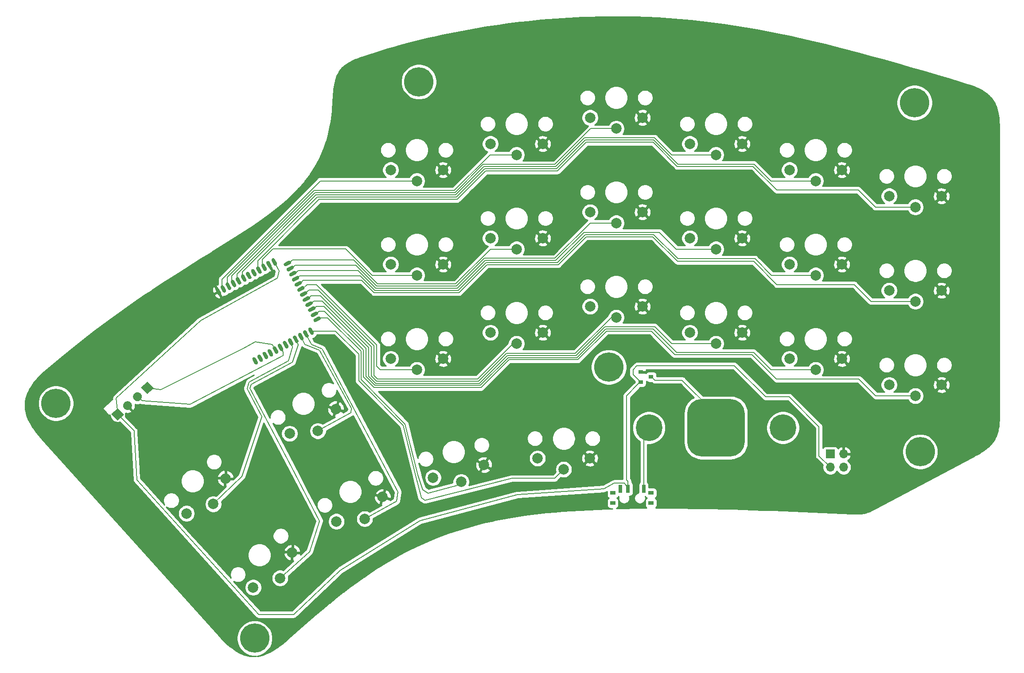
<source format=gbl>
G04 #@! TF.GenerationSoftware,KiCad,Pcbnew,(5.1.6)-1*
G04 #@! TF.CreationDate,2020-10-07T13:29:02+02:00*
G04 #@! TF.ProjectId,Mathias_ergo,4d617468-6961-4735-9f65-72676f2e6b69,rev?*
G04 #@! TF.SameCoordinates,Original*
G04 #@! TF.FileFunction,Copper,L2,Bot*
G04 #@! TF.FilePolarity,Positive*
%FSLAX46Y46*%
G04 Gerber Fmt 4.6, Leading zero omitted, Abs format (unit mm)*
G04 Created by KiCad (PCBNEW (5.1.6)-1) date 2020-10-07 13:29:02*
%MOMM*%
%LPD*%
G01*
G04 APERTURE LIST*
G04 #@! TA.AperFunction,ComponentPad*
%ADD10C,5.600000*%
G04 #@! TD*
G04 #@! TA.AperFunction,ComponentPad*
%ADD11O,1.700000X1.700000*%
G04 #@! TD*
G04 #@! TA.AperFunction,ComponentPad*
%ADD12R,1.700000X1.700000*%
G04 #@! TD*
G04 #@! TA.AperFunction,ComponentPad*
%ADD13C,2.000000*%
G04 #@! TD*
G04 #@! TA.AperFunction,ComponentPad*
%ADD14C,0.100000*%
G04 #@! TD*
G04 #@! TA.AperFunction,ComponentPad*
%ADD15C,5.100000*%
G04 #@! TD*
G04 #@! TA.AperFunction,SMDPad,CuDef*
%ADD16R,0.900000X0.800000*%
G04 #@! TD*
G04 #@! TA.AperFunction,SMDPad,CuDef*
%ADD17R,0.700000X1.500000*%
G04 #@! TD*
G04 #@! TA.AperFunction,SMDPad,CuDef*
%ADD18R,1.000000X0.800000*%
G04 #@! TD*
G04 #@! TA.AperFunction,Conductor*
%ADD19C,0.203200*%
G04 #@! TD*
G04 #@! TA.AperFunction,Conductor*
%ADD20C,0.254000*%
G04 #@! TD*
G04 APERTURE END LIST*
D10*
X121350000Y-66120000D03*
X216060000Y-70140000D03*
X157640000Y-120710000D03*
X217120000Y-136890000D03*
X89960000Y-172540000D03*
X52010000Y-127620000D03*
D11*
X202501500Y-139827000D03*
X199961500Y-139827000D03*
X202501500Y-137287000D03*
D12*
X199961500Y-137287000D03*
D13*
X154063221Y-91034158D03*
X159063221Y-93134158D03*
X164063221Y-91034158D03*
G04 #@! TA.AperFunction,ComponentPad*
G36*
G01*
X64365188Y-130391284D02*
X64365188Y-130391284D01*
G75*
G02*
X63164754Y-130328372I-568761J631673D01*
G01*
X63164754Y-130328372D01*
G75*
G02*
X63227666Y-129127938I631673J568761D01*
G01*
X63227666Y-129127938D01*
G75*
G02*
X64428100Y-129190850I568761J-631673D01*
G01*
X64428100Y-129190850D01*
G75*
G02*
X64365188Y-130391284I-631673J-568761D01*
G01*
G37*
G04 #@! TD.AperFunction*
G04 #@! TA.AperFunction,ComponentPad*
G36*
G01*
X66252776Y-128691692D02*
X66252776Y-128691692D01*
G75*
G02*
X65052342Y-128628780I-568761J631673D01*
G01*
X65052342Y-128628780D01*
G75*
G02*
X65115254Y-127428346I631673J568761D01*
G01*
X65115254Y-127428346D01*
G75*
G02*
X66315688Y-127491258I568761J-631673D01*
G01*
X66315688Y-127491258D01*
G75*
G02*
X66252776Y-128691692I-631673J-568761D01*
G01*
G37*
G04 #@! TD.AperFunction*
G04 #@! TA.AperFunction,ComponentPad*
G36*
G01*
X68140364Y-126992101D02*
X68140364Y-126992101D01*
G75*
G02*
X66939930Y-126929189I-568761J631673D01*
G01*
X66939930Y-126929189D01*
G75*
G02*
X67002842Y-125728755I631673J568761D01*
G01*
X67002842Y-125728755D01*
G75*
G02*
X68203276Y-125791667I568761J-631673D01*
G01*
X68203276Y-125791667D01*
G75*
G02*
X68140364Y-126992101I-631673J-568761D01*
G01*
G37*
G04 #@! TD.AperFunction*
G04 #@! TA.AperFunction,ComponentPad*
D14*
G36*
X70659625Y-124723748D02*
G01*
X69396279Y-125861270D01*
X68258757Y-124597924D01*
X69522103Y-123460402D01*
X70659625Y-124723748D01*
G37*
G04 #@! TD.AperFunction*
G04 #@! TA.AperFunction,SMDPad,CuDef*
G36*
G01*
X102590630Y-111198280D02*
X102590630Y-111198280D01*
G75*
G02*
X102445913Y-111671627I-309032J-164315D01*
G01*
X101704237Y-112065983D01*
G75*
G02*
X101230890Y-111921266I-164315J309032D01*
G01*
X101230890Y-111921266D01*
G75*
G02*
X101375607Y-111447919I309032J164315D01*
G01*
X102117283Y-111053563D01*
G75*
G02*
X102590630Y-111198280I164315J-309032D01*
G01*
G37*
G04 #@! TD.AperFunction*
G04 #@! TA.AperFunction,SMDPad,CuDef*
G36*
G01*
X102074211Y-110227038D02*
X102074211Y-110227038D01*
G75*
G02*
X101929494Y-110700385I-309032J-164315D01*
G01*
X101187818Y-111094741D01*
G75*
G02*
X100714471Y-110950024I-164315J309032D01*
G01*
X100714471Y-110950024D01*
G75*
G02*
X100859188Y-110476677I309032J164315D01*
G01*
X101600864Y-110082321D01*
G75*
G02*
X102074211Y-110227038I164315J-309032D01*
G01*
G37*
G04 #@! TD.AperFunction*
G04 #@! TA.AperFunction,SMDPad,CuDef*
G36*
G01*
X101557793Y-109255796D02*
X101557793Y-109255796D01*
G75*
G02*
X101413076Y-109729143I-309032J-164315D01*
G01*
X100671400Y-110123499D01*
G75*
G02*
X100198053Y-109978782I-164315J309032D01*
G01*
X100198053Y-109978782D01*
G75*
G02*
X100342770Y-109505435I309032J164315D01*
G01*
X101084446Y-109111079D01*
G75*
G02*
X101557793Y-109255796I164315J-309032D01*
G01*
G37*
G04 #@! TD.AperFunction*
G04 #@! TA.AperFunction,SMDPad,CuDef*
G36*
G01*
X89692145Y-118826674D02*
X89692145Y-118826674D01*
G75*
G02*
X90165492Y-118971391I164315J-309032D01*
G01*
X90559848Y-119713067D01*
G75*
G02*
X90415131Y-120186414I-309032J-164315D01*
G01*
X90415131Y-120186414D01*
G75*
G02*
X89941784Y-120041697I-164315J309032D01*
G01*
X89547428Y-119300021D01*
G75*
G02*
X89692145Y-118826674I309032J164315D01*
G01*
G37*
G04 #@! TD.AperFunction*
G04 #@! TA.AperFunction,SMDPad,CuDef*
G36*
G01*
X90663387Y-118310255D02*
X90663387Y-118310255D01*
G75*
G02*
X91136734Y-118454972I164315J-309032D01*
G01*
X91531090Y-119196648D01*
G75*
G02*
X91386373Y-119669995I-309032J-164315D01*
G01*
X91386373Y-119669995D01*
G75*
G02*
X90913026Y-119525278I-164315J309032D01*
G01*
X90518670Y-118783602D01*
G75*
G02*
X90663387Y-118310255I309032J164315D01*
G01*
G37*
G04 #@! TD.AperFunction*
G04 #@! TA.AperFunction,SMDPad,CuDef*
G36*
G01*
X91634630Y-117793836D02*
X91634630Y-117793836D01*
G75*
G02*
X92107977Y-117938553I164315J-309032D01*
G01*
X92502333Y-118680229D01*
G75*
G02*
X92357616Y-119153576I-309032J-164315D01*
G01*
X92357616Y-119153576D01*
G75*
G02*
X91884269Y-119008859I-164315J309032D01*
G01*
X91489913Y-118267183D01*
G75*
G02*
X91634630Y-117793836I309032J164315D01*
G01*
G37*
G04 #@! TD.AperFunction*
G04 #@! TA.AperFunction,SMDPad,CuDef*
G36*
G01*
X92605872Y-117277418D02*
X92605872Y-117277418D01*
G75*
G02*
X93079219Y-117422135I164315J-309032D01*
G01*
X93473575Y-118163811D01*
G75*
G02*
X93328858Y-118637158I-309032J-164315D01*
G01*
X93328858Y-118637158D01*
G75*
G02*
X92855511Y-118492441I-164315J309032D01*
G01*
X92461155Y-117750765D01*
G75*
G02*
X92605872Y-117277418I309032J164315D01*
G01*
G37*
G04 #@! TD.AperFunction*
G04 #@! TA.AperFunction,SMDPad,CuDef*
G36*
G01*
X93577114Y-116760999D02*
X93577114Y-116760999D01*
G75*
G02*
X94050461Y-116905716I164315J-309032D01*
G01*
X94444817Y-117647392D01*
G75*
G02*
X94300100Y-118120739I-309032J-164315D01*
G01*
X94300100Y-118120739D01*
G75*
G02*
X93826753Y-117976022I-164315J309032D01*
G01*
X93432397Y-117234346D01*
G75*
G02*
X93577114Y-116760999I309032J164315D01*
G01*
G37*
G04 #@! TD.AperFunction*
G04 #@! TA.AperFunction,SMDPad,CuDef*
G36*
G01*
X94548357Y-116244580D02*
X94548357Y-116244580D01*
G75*
G02*
X95021704Y-116389297I164315J-309032D01*
G01*
X95416060Y-117130973D01*
G75*
G02*
X95271343Y-117604320I-309032J-164315D01*
G01*
X95271343Y-117604320D01*
G75*
G02*
X94797996Y-117459603I-164315J309032D01*
G01*
X94403640Y-116717927D01*
G75*
G02*
X94548357Y-116244580I309032J164315D01*
G01*
G37*
G04 #@! TD.AperFunction*
G04 #@! TA.AperFunction,SMDPad,CuDef*
G36*
G01*
X95519599Y-115728161D02*
X95519599Y-115728161D01*
G75*
G02*
X95992946Y-115872878I164315J-309032D01*
G01*
X96387302Y-116614554D01*
G75*
G02*
X96242585Y-117087901I-309032J-164315D01*
G01*
X96242585Y-117087901D01*
G75*
G02*
X95769238Y-116943184I-164315J309032D01*
G01*
X95374882Y-116201508D01*
G75*
G02*
X95519599Y-115728161I309032J164315D01*
G01*
G37*
G04 #@! TD.AperFunction*
G04 #@! TA.AperFunction,SMDPad,CuDef*
G36*
G01*
X96490842Y-115211743D02*
X96490842Y-115211743D01*
G75*
G02*
X96964189Y-115356460I164315J-309032D01*
G01*
X97358545Y-116098136D01*
G75*
G02*
X97213828Y-116571483I-309032J-164315D01*
G01*
X97213828Y-116571483D01*
G75*
G02*
X96740481Y-116426766I-164315J309032D01*
G01*
X96346125Y-115685090D01*
G75*
G02*
X96490842Y-115211743I309032J164315D01*
G01*
G37*
G04 #@! TD.AperFunction*
G04 #@! TA.AperFunction,SMDPad,CuDef*
G36*
G01*
X97462084Y-114695324D02*
X97462084Y-114695324D01*
G75*
G02*
X97935431Y-114840041I164315J-309032D01*
G01*
X98329787Y-115581717D01*
G75*
G02*
X98185070Y-116055064I-309032J-164315D01*
G01*
X98185070Y-116055064D01*
G75*
G02*
X97711723Y-115910347I-164315J309032D01*
G01*
X97317367Y-115168671D01*
G75*
G02*
X97462084Y-114695324I309032J164315D01*
G01*
G37*
G04 #@! TD.AperFunction*
G04 #@! TA.AperFunction,SMDPad,CuDef*
G36*
G01*
X98433326Y-114178905D02*
X98433326Y-114178905D01*
G75*
G02*
X98906673Y-114323622I164315J-309032D01*
G01*
X99301029Y-115065298D01*
G75*
G02*
X99156312Y-115538645I-309032J-164315D01*
G01*
X99156312Y-115538645D01*
G75*
G02*
X98682965Y-115393928I-164315J309032D01*
G01*
X98288609Y-114652252D01*
G75*
G02*
X98433326Y-114178905I309032J164315D01*
G01*
G37*
G04 #@! TD.AperFunction*
G04 #@! TA.AperFunction,SMDPad,CuDef*
G36*
G01*
X99404569Y-113662486D02*
X99404569Y-113662486D01*
G75*
G02*
X99877916Y-113807203I164315J-309032D01*
G01*
X100272272Y-114548879D01*
G75*
G02*
X100127555Y-115022226I-309032J-164315D01*
G01*
X100127555Y-115022226D01*
G75*
G02*
X99654208Y-114877509I-164315J309032D01*
G01*
X99259852Y-114135833D01*
G75*
G02*
X99404569Y-113662486I309032J164315D01*
G01*
G37*
G04 #@! TD.AperFunction*
G04 #@! TA.AperFunction,SMDPad,CuDef*
G36*
G01*
X100375811Y-113146068D02*
X100375811Y-113146068D01*
G75*
G02*
X100849158Y-113290785I164315J-309032D01*
G01*
X101243514Y-114032461D01*
G75*
G02*
X101098797Y-114505808I-309032J-164315D01*
G01*
X101098797Y-114505808D01*
G75*
G02*
X100625450Y-114361091I-164315J309032D01*
G01*
X100231094Y-113619415D01*
G75*
G02*
X100375811Y-113146068I309032J164315D01*
G01*
G37*
G04 #@! TD.AperFunction*
G04 #@! TA.AperFunction,SMDPad,CuDef*
G36*
G01*
X101041374Y-108284553D02*
X101041374Y-108284553D01*
G75*
G02*
X100896657Y-108757900I-309032J-164315D01*
G01*
X100154981Y-109152256D01*
G75*
G02*
X99681634Y-109007539I-164315J309032D01*
G01*
X99681634Y-109007539D01*
G75*
G02*
X99826351Y-108534192I309032J164315D01*
G01*
X100568027Y-108139836D01*
G75*
G02*
X101041374Y-108284553I164315J-309032D01*
G01*
G37*
G04 #@! TD.AperFunction*
G04 #@! TA.AperFunction,SMDPad,CuDef*
G36*
G01*
X100524955Y-107313311D02*
X100524955Y-107313311D01*
G75*
G02*
X100380238Y-107786658I-309032J-164315D01*
G01*
X99638562Y-108181014D01*
G75*
G02*
X99165215Y-108036297I-164315J309032D01*
G01*
X99165215Y-108036297D01*
G75*
G02*
X99309932Y-107562950I309032J164315D01*
G01*
X100051608Y-107168594D01*
G75*
G02*
X100524955Y-107313311I164315J-309032D01*
G01*
G37*
G04 #@! TD.AperFunction*
G04 #@! TA.AperFunction,SMDPad,CuDef*
G36*
G01*
X100008537Y-106342069D02*
X100008537Y-106342069D01*
G75*
G02*
X99863820Y-106815416I-309032J-164315D01*
G01*
X99122144Y-107209772D01*
G75*
G02*
X98648797Y-107065055I-164315J309032D01*
G01*
X98648797Y-107065055D01*
G75*
G02*
X98793514Y-106591708I309032J164315D01*
G01*
X99535190Y-106197352D01*
G75*
G02*
X100008537Y-106342069I164315J-309032D01*
G01*
G37*
G04 #@! TD.AperFunction*
G04 #@! TA.AperFunction,SMDPad,CuDef*
G36*
G01*
X99492118Y-105370826D02*
X99492118Y-105370826D01*
G75*
G02*
X99347401Y-105844173I-309032J-164315D01*
G01*
X98605725Y-106238529D01*
G75*
G02*
X98132378Y-106093812I-164315J309032D01*
G01*
X98132378Y-106093812D01*
G75*
G02*
X98277095Y-105620465I309032J164315D01*
G01*
X99018771Y-105226109D01*
G75*
G02*
X99492118Y-105370826I164315J-309032D01*
G01*
G37*
G04 #@! TD.AperFunction*
G04 #@! TA.AperFunction,SMDPad,CuDef*
G36*
G01*
X98975699Y-104399584D02*
X98975699Y-104399584D01*
G75*
G02*
X98830982Y-104872931I-309032J-164315D01*
G01*
X98089306Y-105267287D01*
G75*
G02*
X97615959Y-105122570I-164315J309032D01*
G01*
X97615959Y-105122570D01*
G75*
G02*
X97760676Y-104649223I309032J164315D01*
G01*
X98502352Y-104254867D01*
G75*
G02*
X98975699Y-104399584I164315J-309032D01*
G01*
G37*
G04 #@! TD.AperFunction*
G04 #@! TA.AperFunction,SMDPad,CuDef*
G36*
G01*
X98459280Y-103428342D02*
X98459280Y-103428342D01*
G75*
G02*
X98314563Y-103901689I-309032J-164315D01*
G01*
X97572887Y-104296045D01*
G75*
G02*
X97099540Y-104151328I-164315J309032D01*
G01*
X97099540Y-104151328D01*
G75*
G02*
X97244257Y-103677981I309032J164315D01*
G01*
X97985933Y-103283625D01*
G75*
G02*
X98459280Y-103428342I164315J-309032D01*
G01*
G37*
G04 #@! TD.AperFunction*
G04 #@! TA.AperFunction,SMDPad,CuDef*
G36*
G01*
X97942862Y-102457099D02*
X97942862Y-102457099D01*
G75*
G02*
X97798145Y-102930446I-309032J-164315D01*
G01*
X97056469Y-103324802D01*
G75*
G02*
X96583122Y-103180085I-164315J309032D01*
G01*
X96583122Y-103180085D01*
G75*
G02*
X96727839Y-102706738I309032J164315D01*
G01*
X97469515Y-102312382D01*
G75*
G02*
X97942862Y-102457099I164315J-309032D01*
G01*
G37*
G04 #@! TD.AperFunction*
G04 #@! TA.AperFunction,SMDPad,CuDef*
G36*
G01*
X97426443Y-101485857D02*
X97426443Y-101485857D01*
G75*
G02*
X97281726Y-101959204I-309032J-164315D01*
G01*
X96540050Y-102353560D01*
G75*
G02*
X96066703Y-102208843I-164315J309032D01*
G01*
X96066703Y-102208843D01*
G75*
G02*
X96211420Y-101735496I309032J164315D01*
G01*
X96953096Y-101341140D01*
G75*
G02*
X97426443Y-101485857I164315J-309032D01*
G01*
G37*
G04 #@! TD.AperFunction*
G04 #@! TA.AperFunction,SMDPad,CuDef*
G36*
G01*
X96910024Y-100514615D02*
X96910024Y-100514615D01*
G75*
G02*
X96765307Y-100987962I-309032J-164315D01*
G01*
X96023631Y-101382318D01*
G75*
G02*
X95550284Y-101237601I-164315J309032D01*
G01*
X95550284Y-101237601D01*
G75*
G02*
X95695001Y-100764254I309032J164315D01*
G01*
X96436677Y-100369898D01*
G75*
G02*
X96910024Y-100514615I164315J-309032D01*
G01*
G37*
G04 #@! TD.AperFunction*
G04 #@! TA.AperFunction,SMDPad,CuDef*
G36*
G01*
X93333738Y-99901854D02*
X93333738Y-99901854D01*
G75*
G02*
X93807085Y-100046571I164315J-309032D01*
G01*
X94201441Y-100788247D01*
G75*
G02*
X94056724Y-101261594I-309032J-164315D01*
G01*
X94056724Y-101261594D01*
G75*
G02*
X93583377Y-101116877I-164315J309032D01*
G01*
X93189021Y-100375201D01*
G75*
G02*
X93333738Y-99901854I309032J164315D01*
G01*
G37*
G04 #@! TD.AperFunction*
G04 #@! TA.AperFunction,SMDPad,CuDef*
G36*
G01*
X92362495Y-100418273D02*
X92362495Y-100418273D01*
G75*
G02*
X92835842Y-100562990I164315J-309032D01*
G01*
X93230198Y-101304666D01*
G75*
G02*
X93085481Y-101778013I-309032J-164315D01*
G01*
X93085481Y-101778013D01*
G75*
G02*
X92612134Y-101633296I-164315J309032D01*
G01*
X92217778Y-100891620D01*
G75*
G02*
X92362495Y-100418273I309032J164315D01*
G01*
G37*
G04 #@! TD.AperFunction*
G04 #@! TA.AperFunction,SMDPad,CuDef*
G36*
G01*
X91391253Y-100934691D02*
X91391253Y-100934691D01*
G75*
G02*
X91864600Y-101079408I164315J-309032D01*
G01*
X92258956Y-101821084D01*
G75*
G02*
X92114239Y-102294431I-309032J-164315D01*
G01*
X92114239Y-102294431D01*
G75*
G02*
X91640892Y-102149714I-164315J309032D01*
G01*
X91246536Y-101408038D01*
G75*
G02*
X91391253Y-100934691I309032J164315D01*
G01*
G37*
G04 #@! TD.AperFunction*
G04 #@! TA.AperFunction,SMDPad,CuDef*
G36*
G01*
X90420010Y-101451110D02*
X90420010Y-101451110D01*
G75*
G02*
X90893357Y-101595827I164315J-309032D01*
G01*
X91287713Y-102337503D01*
G75*
G02*
X91142996Y-102810850I-309032J-164315D01*
G01*
X91142996Y-102810850D01*
G75*
G02*
X90669649Y-102666133I-164315J309032D01*
G01*
X90275293Y-101924457D01*
G75*
G02*
X90420010Y-101451110I309032J164315D01*
G01*
G37*
G04 #@! TD.AperFunction*
G04 #@! TA.AperFunction,SMDPad,CuDef*
G36*
G01*
X89448768Y-101967529D02*
X89448768Y-101967529D01*
G75*
G02*
X89922115Y-102112246I164315J-309032D01*
G01*
X90316471Y-102853922D01*
G75*
G02*
X90171754Y-103327269I-309032J-164315D01*
G01*
X90171754Y-103327269D01*
G75*
G02*
X89698407Y-103182552I-164315J309032D01*
G01*
X89304051Y-102440876D01*
G75*
G02*
X89448768Y-101967529I309032J164315D01*
G01*
G37*
G04 #@! TD.AperFunction*
G04 #@! TA.AperFunction,SMDPad,CuDef*
G36*
G01*
X88477526Y-102483947D02*
X88477526Y-102483947D01*
G75*
G02*
X88950873Y-102628664I164315J-309032D01*
G01*
X89345229Y-103370340D01*
G75*
G02*
X89200512Y-103843687I-309032J-164315D01*
G01*
X89200512Y-103843687D01*
G75*
G02*
X88727165Y-103698970I-164315J309032D01*
G01*
X88332809Y-102957294D01*
G75*
G02*
X88477526Y-102483947I309032J164315D01*
G01*
G37*
G04 #@! TD.AperFunction*
G04 #@! TA.AperFunction,SMDPad,CuDef*
G36*
G01*
X87506283Y-103000366D02*
X87506283Y-103000366D01*
G75*
G02*
X87979630Y-103145083I164315J-309032D01*
G01*
X88373986Y-103886759D01*
G75*
G02*
X88229269Y-104360106I-309032J-164315D01*
G01*
X88229269Y-104360106D01*
G75*
G02*
X87755922Y-104215389I-164315J309032D01*
G01*
X87361566Y-103473713D01*
G75*
G02*
X87506283Y-103000366I309032J164315D01*
G01*
G37*
G04 #@! TD.AperFunction*
G04 #@! TA.AperFunction,SMDPad,CuDef*
G36*
G01*
X86535041Y-103516785D02*
X86535041Y-103516785D01*
G75*
G02*
X87008388Y-103661502I164315J-309032D01*
G01*
X87402744Y-104403178D01*
G75*
G02*
X87258027Y-104876525I-309032J-164315D01*
G01*
X87258027Y-104876525D01*
G75*
G02*
X86784680Y-104731808I-164315J309032D01*
G01*
X86390324Y-103990132D01*
G75*
G02*
X86535041Y-103516785I309032J164315D01*
G01*
G37*
G04 #@! TD.AperFunction*
G04 #@! TA.AperFunction,SMDPad,CuDef*
G36*
G01*
X85563799Y-104033204D02*
X85563799Y-104033204D01*
G75*
G02*
X86037146Y-104177921I164315J-309032D01*
G01*
X86431502Y-104919597D01*
G75*
G02*
X86286785Y-105392944I-309032J-164315D01*
G01*
X86286785Y-105392944D01*
G75*
G02*
X85813438Y-105248227I-164315J309032D01*
G01*
X85419082Y-104506551D01*
G75*
G02*
X85563799Y-104033204I309032J164315D01*
G01*
G37*
G04 #@! TD.AperFunction*
G04 #@! TA.AperFunction,SMDPad,CuDef*
G36*
G01*
X84592556Y-104549622D02*
X84592556Y-104549622D01*
G75*
G02*
X85065903Y-104694339I164315J-309032D01*
G01*
X85460259Y-105436015D01*
G75*
G02*
X85315542Y-105909362I-309032J-164315D01*
G01*
X85315542Y-105909362D01*
G75*
G02*
X84842195Y-105764645I-164315J309032D01*
G01*
X84447839Y-105022969D01*
G75*
G02*
X84592556Y-104549622I309032J164315D01*
G01*
G37*
G04 #@! TD.AperFunction*
G04 #@! TA.AperFunction,SMDPad,CuDef*
G36*
G01*
X83621314Y-105066041D02*
X83621314Y-105066041D01*
G75*
G02*
X84094661Y-105210758I164315J-309032D01*
G01*
X84489017Y-105952434D01*
G75*
G02*
X84344300Y-106425781I-309032J-164315D01*
G01*
X84344300Y-106425781D01*
G75*
G02*
X83870953Y-106281064I-164315J309032D01*
G01*
X83476597Y-105539388D01*
G75*
G02*
X83621314Y-105066041I309032J164315D01*
G01*
G37*
G04 #@! TD.AperFunction*
G04 #@! TA.AperFunction,SMDPad,CuDef*
G36*
G01*
X82650072Y-105582460D02*
X82650072Y-105582460D01*
G75*
G02*
X83123419Y-105727177I164315J-309032D01*
G01*
X83517775Y-106468853D01*
G75*
G02*
X83373058Y-106942200I-309032J-164315D01*
G01*
X83373058Y-106942200D01*
G75*
G02*
X82899711Y-106797483I-164315J309032D01*
G01*
X82505355Y-106055807D01*
G75*
G02*
X82650072Y-105582460I309032J164315D01*
G01*
G37*
G04 #@! TD.AperFunction*
D13*
X76945805Y-148667566D03*
X82066704Y-146882517D03*
X84377253Y-141976260D03*
G04 #@! TA.AperFunction,SMDPad,CuDef*
G36*
G01*
X172613221Y-135034158D02*
X172613221Y-129534158D01*
G75*
G02*
X175363221Y-126784158I2750000J0D01*
G01*
X180863221Y-126784158D01*
G75*
G02*
X183613221Y-129534158I0J-2750000D01*
G01*
X183613221Y-135034158D01*
G75*
G02*
X180863221Y-137784158I-2750000J0D01*
G01*
X175363221Y-137784158D01*
G75*
G02*
X172613221Y-135034158I0J2750000D01*
G01*
G37*
G04 #@! TD.AperFunction*
D15*
X165313221Y-132284158D03*
X190913221Y-132284158D03*
X190913221Y-132284158D03*
X165313221Y-132284158D03*
D16*
X165710000Y-122570000D03*
X163710000Y-121620000D03*
X163710000Y-123520000D03*
D13*
X144013221Y-138134158D03*
X149013221Y-140234158D03*
X154013221Y-138134158D03*
X96641962Y-133388419D03*
X102042590Y-132895251D03*
X105471438Y-128693703D03*
X105585396Y-150208571D03*
X110986024Y-149715403D03*
X114414872Y-145513855D03*
D17*
X164302000Y-143982500D03*
X161302000Y-143982500D03*
X159802000Y-143982500D03*
D18*
X165702000Y-144767500D03*
X165702000Y-146697500D03*
X158402000Y-144767500D03*
X158402000Y-146697500D03*
D13*
X192163221Y-82984158D03*
X197163221Y-85084158D03*
X202163221Y-82984158D03*
G04 #@! TA.AperFunction,ComponentPad*
G36*
G01*
X70027952Y-125292509D02*
X70027952Y-125292509D01*
G75*
G02*
X68827518Y-125229597I-568761J631673D01*
G01*
X68827518Y-125229597D01*
G75*
G02*
X68890430Y-124029163I631673J568761D01*
G01*
X68890430Y-124029163D01*
G75*
G02*
X70090864Y-124092075I568761J-631673D01*
G01*
X70090864Y-124092075D01*
G75*
G02*
X70027952Y-125292509I-631673J-568761D01*
G01*
G37*
G04 #@! TD.AperFunction*
G04 #@! TA.AperFunction,ComponentPad*
G36*
G01*
X68140364Y-126992101D02*
X68140364Y-126992101D01*
G75*
G02*
X66939930Y-126929189I-568761J631673D01*
G01*
X66939930Y-126929189D01*
G75*
G02*
X67002842Y-125728755I631673J568761D01*
G01*
X67002842Y-125728755D01*
G75*
G02*
X68203276Y-125791667I568761J-631673D01*
G01*
X68203276Y-125791667D01*
G75*
G02*
X68140364Y-126992101I-631673J-568761D01*
G01*
G37*
G04 #@! TD.AperFunction*
G04 #@! TA.AperFunction,ComponentPad*
G36*
G01*
X66252776Y-128691692D02*
X66252776Y-128691692D01*
G75*
G02*
X65052342Y-128628780I-568761J631673D01*
G01*
X65052342Y-128628780D01*
G75*
G02*
X65115254Y-127428346I631673J568761D01*
G01*
X65115254Y-127428346D01*
G75*
G02*
X66315688Y-127491258I568761J-631673D01*
G01*
X66315688Y-127491258D01*
G75*
G02*
X66252776Y-128691692I-631673J-568761D01*
G01*
G37*
G04 #@! TD.AperFunction*
G04 #@! TA.AperFunction,ComponentPad*
D14*
G36*
X64996861Y-129822523D02*
G01*
X63733515Y-130960045D01*
X62595993Y-129696699D01*
X63859339Y-128559177D01*
X64996861Y-129822523D01*
G37*
G04 #@! TD.AperFunction*
D13*
X192163221Y-119084158D03*
X197163221Y-121184158D03*
X202163221Y-119084158D03*
X135013221Y-114084158D03*
X140013221Y-116184158D03*
X145013221Y-114084158D03*
X115963221Y-119084158D03*
X120963221Y-121184158D03*
X125963221Y-119084158D03*
X154063221Y-72984158D03*
X159063221Y-75084158D03*
X164063221Y-72984158D03*
X173113221Y-114084158D03*
X178113221Y-116184158D03*
X183113221Y-114084158D03*
X135013221Y-96034158D03*
X140013221Y-98134158D03*
X145013221Y-96034158D03*
X135013221Y-77984158D03*
X140013221Y-80084158D03*
X145013221Y-77984158D03*
X89692743Y-162824475D03*
X94813642Y-161039426D03*
X97124191Y-156133169D03*
X211213221Y-87984158D03*
X216213221Y-90084158D03*
X221213221Y-87984158D03*
X192163221Y-101034158D03*
X197163221Y-103134158D03*
X202163221Y-101034158D03*
X173113221Y-96034158D03*
X178113221Y-98134158D03*
X183113221Y-96034158D03*
X173113221Y-77984158D03*
X178113221Y-80084158D03*
X183113221Y-77984158D03*
X154063221Y-109084158D03*
X159063221Y-111184158D03*
X164063221Y-109084158D03*
X115963221Y-101034158D03*
X120963221Y-103134158D03*
X125963221Y-101034158D03*
X211213221Y-106034158D03*
X216213221Y-108134158D03*
X221213221Y-106034158D03*
X124058033Y-141812192D03*
X129417547Y-142640204D03*
X133760990Y-139392973D03*
X115963221Y-82984158D03*
X120963221Y-85084158D03*
X125963221Y-82984158D03*
X211213221Y-124084158D03*
X216213221Y-126184158D03*
X221213221Y-124084158D03*
D19*
X166460000Y-123190000D02*
X171640500Y-123190000D01*
X178113221Y-129662721D02*
X178113221Y-132284158D01*
X165760000Y-122490000D02*
X166460000Y-123190000D01*
X171640500Y-123190000D02*
X178113221Y-129662721D01*
X72009000Y-124968000D02*
X69459191Y-124660836D01*
X93938607Y-117440869D02*
X93535500Y-116713000D01*
X93535500Y-116713000D02*
X93281500Y-116395500D01*
X87757000Y-117094000D02*
X72009000Y-124968000D01*
X93281500Y-116395500D02*
X90106500Y-115887500D01*
X90106500Y-115887500D02*
X87757000Y-117094000D01*
X94551500Y-116268500D02*
X94909850Y-116924450D01*
X95377000Y-118491000D02*
X95440500Y-117856000D01*
X77597000Y-127825500D02*
X95377000Y-118491000D01*
X95440500Y-117856000D02*
X95059500Y-116903500D01*
X67571603Y-126360428D02*
X68453000Y-127127000D01*
X68453000Y-127127000D02*
X77597000Y-127825500D01*
X67437000Y-142240000D02*
X66929000Y-133350000D01*
X90741500Y-168021000D02*
X67437000Y-142240000D01*
X161099500Y-143780000D02*
X161099500Y-143446500D01*
X161302000Y-143982500D02*
X161099500Y-143780000D01*
X160591500Y-142875000D02*
X158686500Y-142875000D01*
X66929000Y-133350000D02*
X66929000Y-132892184D01*
X158686500Y-142875000D02*
X156718000Y-143954500D01*
X140208000Y-145097500D02*
X121539000Y-150050500D01*
X156718000Y-143954500D02*
X140208000Y-145097500D01*
X161036000Y-143446500D02*
X160591500Y-142875000D01*
X106299000Y-159512000D02*
X97409000Y-168021000D01*
X161099500Y-143446500D02*
X161036000Y-143446500D01*
X121539000Y-150050500D02*
X106299000Y-159512000D01*
X97409000Y-168021000D02*
X90741500Y-168021000D01*
X66929000Y-132892184D02*
X63796427Y-129759611D01*
X93789500Y-100711000D02*
X93695231Y-100581724D01*
X63500000Y-126619000D02*
X79629000Y-111760000D01*
X79629000Y-111760000D02*
X94297500Y-103695500D01*
X63796427Y-129759611D02*
X63500000Y-126619000D01*
X94297500Y-103695500D02*
X94615000Y-102298500D01*
X94615000Y-102298500D02*
X93789500Y-100711000D01*
X162270000Y-122080000D02*
X163710000Y-123520000D01*
X181630000Y-120420000D02*
X163010000Y-120420000D01*
X197802500Y-137668000D02*
X197802500Y-132080000D01*
X199961500Y-139827000D02*
X197802500Y-137668000D01*
X162270000Y-121160000D02*
X162270000Y-122080000D01*
X163010000Y-120420000D02*
X162270000Y-121160000D01*
X187600000Y-126390000D02*
X181630000Y-120420000D01*
X197802500Y-132080000D02*
X192112500Y-126390000D01*
X192112500Y-126390000D02*
X187600000Y-126390000D01*
X163170000Y-124020000D02*
X163730000Y-123460000D01*
X161302000Y-143982500D02*
X161302000Y-142552000D01*
X161010000Y-126180000D02*
X163170000Y-124020000D01*
X161010000Y-142260000D02*
X161010000Y-126180000D01*
X161302000Y-142552000D02*
X161010000Y-142260000D01*
X99237800Y-115722400D02*
X98794819Y-114858775D01*
X108418195Y-128563805D02*
X102362000Y-117475000D01*
X108331000Y-129413000D02*
X108418195Y-128563805D01*
X99568000Y-116332000D02*
X99237800Y-115722400D01*
X102042590Y-132895251D02*
X108331000Y-129413000D01*
X102362000Y-117475000D02*
X99568000Y-116332000D01*
X83693000Y-105156000D02*
X83982807Y-105445807D01*
X83693000Y-103886000D02*
X83693000Y-105156000D01*
X120963221Y-85084158D02*
X102494842Y-85084158D01*
X83982807Y-105445807D02*
X83982807Y-105745911D01*
X102494842Y-85084158D02*
X83693000Y-103886000D01*
X84954049Y-105147049D02*
X84954049Y-105229492D01*
X84709000Y-104902000D02*
X84954049Y-105147049D01*
X134913838Y-80084158D02*
X128079242Y-86918754D01*
X128079242Y-86918754D02*
X101295246Y-86918754D01*
X84709000Y-103505000D02*
X84709000Y-104902000D01*
X140013221Y-80084158D02*
X134913838Y-80084158D01*
X101295246Y-86918754D02*
X84709000Y-103505000D01*
X97993200Y-115798600D02*
X97823577Y-115375194D01*
X98298000Y-116459000D02*
X97993200Y-115798600D01*
X97153924Y-119759924D02*
X98298000Y-116459000D01*
X89281000Y-123952000D02*
X97153924Y-119759924D01*
X94813642Y-161039426D02*
X100457000Y-155956000D01*
X100457000Y-155956000D02*
X102362000Y-150114000D01*
X102362000Y-150114000D02*
X97028000Y-139827000D01*
X97028000Y-139827000D02*
X89027000Y-124714000D01*
X89027000Y-124714000D02*
X89281000Y-123952000D01*
X170524158Y-98134158D02*
X178113221Y-98134158D01*
X147497822Y-100279178D02*
X152857222Y-94919778D01*
X134029320Y-100279178D02*
X147497822Y-100279178D01*
X97714408Y-102818592D02*
X98298000Y-102235000D01*
X167309778Y-94919778D02*
X170524158Y-98134158D01*
X128695320Y-105613178D02*
X134029320Y-100279178D01*
X113112679Y-105613178D02*
X128695320Y-105613178D01*
X97262992Y-102818592D02*
X97714408Y-102818592D01*
X152857222Y-94919778D02*
X167309778Y-94919778D01*
X109734501Y-102235000D02*
X113112679Y-105613178D01*
X98298000Y-102235000D02*
X109734501Y-102235000D01*
X102870000Y-117221000D02*
X100838000Y-116332000D01*
X100838000Y-116332000D02*
X99766062Y-114342356D01*
X117348000Y-144526000D02*
X102870000Y-117221000D01*
X110986024Y-149715403D02*
X117094000Y-146304000D01*
X117094000Y-146304000D02*
X117348000Y-144526000D01*
X97663000Y-101219000D02*
X97034650Y-101847350D01*
X113281019Y-105206767D02*
X109293252Y-101219000D01*
X154068092Y-93134158D02*
X147329483Y-99872767D01*
X97034650Y-101847350D02*
X96746573Y-101847350D01*
X147329483Y-99872767D02*
X133860980Y-99872767D01*
X109293252Y-101219000D02*
X97663000Y-101219000D01*
X159063221Y-93134158D02*
X154068092Y-93134158D01*
X133860980Y-99872767D02*
X128526980Y-105206767D01*
X128526980Y-105206767D02*
X113281019Y-105206767D01*
X86614000Y-103759000D02*
X86896534Y-104041534D01*
X101706470Y-87777530D02*
X86614000Y-102870000D01*
X128369968Y-87777530D02*
X101706470Y-87777530D01*
X133800720Y-82346778D02*
X128369968Y-87777530D01*
X86896534Y-104041534D02*
X86896534Y-104196655D01*
X169625659Y-80084158D02*
X166401880Y-76860378D01*
X86614000Y-102870000D02*
X86614000Y-103759000D01*
X178113221Y-80084158D02*
X169625659Y-80084158D01*
X166401880Y-76860378D02*
X153003120Y-76860378D01*
X147516720Y-82346778D02*
X133800720Y-82346778D01*
X153003120Y-76860378D02*
X147516720Y-82346778D01*
X176699008Y-116184158D02*
X178113221Y-116184158D01*
X169651158Y-116184158D02*
X176699008Y-116184158D01*
X166446178Y-112979178D02*
X169651158Y-116184158D01*
X156886373Y-112979178D02*
X166446178Y-112979178D01*
X100774500Y-108585000D02*
X101282500Y-108077000D01*
X132921736Y-123774178D02*
X138230304Y-118465610D01*
X101282500Y-108077000D02*
X102870000Y-108077000D01*
X100361504Y-108646046D02*
X100422550Y-108585000D01*
X100422550Y-108585000D02*
X100774500Y-108585000D01*
X111760000Y-116967000D02*
X111760000Y-122434500D01*
X111760000Y-122434500D02*
X113099678Y-123774178D01*
X113099678Y-123774178D02*
X132921736Y-123774178D01*
X102870000Y-108077000D02*
X111760000Y-116967000D01*
X138230304Y-118465610D02*
X151399941Y-118465610D01*
X151399941Y-118465610D02*
X156886373Y-112979178D01*
X195749008Y-85084158D02*
X197163221Y-85084158D01*
X188589158Y-85084158D02*
X195749008Y-85084158D01*
X133969060Y-82753189D02*
X147685061Y-82753189D01*
X153171460Y-77266789D02*
X166233540Y-77266789D01*
X128538309Y-88183941D02*
X133969060Y-82753189D01*
X87630000Y-102489000D02*
X101935059Y-88183941D01*
X87630000Y-103442460D02*
X87630000Y-102489000D01*
X87867776Y-103680236D02*
X87630000Y-103442460D01*
X101935059Y-88183941D02*
X128538309Y-88183941D01*
X185394589Y-81889589D02*
X188589158Y-85084158D01*
X147685061Y-82753189D02*
X153171460Y-77266789D01*
X166233540Y-77266789D02*
X170856339Y-81889589D01*
X170856339Y-81889589D02*
X185394589Y-81889589D01*
X101523835Y-87325165D02*
X85598000Y-103251000D01*
X154204590Y-75084158D02*
X147348381Y-81940367D01*
X159063221Y-75084158D02*
X154204590Y-75084158D01*
X85598000Y-104267000D02*
X85925292Y-104594292D01*
X147348381Y-81940367D02*
X133632380Y-81940367D01*
X85925292Y-104594292D02*
X85925292Y-104713074D01*
X133632380Y-81940367D02*
X128247583Y-87325165D01*
X85598000Y-103251000D02*
X85598000Y-104267000D01*
X128247583Y-87325165D02*
X101523835Y-87325165D01*
X151231601Y-118059199D02*
X158106642Y-111184158D01*
X113268015Y-123367767D02*
X132753397Y-123367767D01*
X112268000Y-122367752D02*
X113268015Y-123367767D01*
X138061965Y-118059199D02*
X151231601Y-118059199D01*
X100097196Y-107674804D02*
X100711000Y-107061000D01*
X99845085Y-107674804D02*
X100097196Y-107674804D01*
X100711000Y-107061000D02*
X102552500Y-107061000D01*
X102552500Y-107061000D02*
X112268000Y-116776500D01*
X132753397Y-123367767D02*
X138061965Y-118059199D01*
X112268000Y-116776500D02*
X112268000Y-122367752D01*
X195749008Y-103134158D02*
X197163221Y-103134158D01*
X185572389Y-99974389D02*
X188732158Y-103134158D01*
X112944339Y-106019589D02*
X128863660Y-106019589D01*
X147786660Y-100685589D02*
X153120660Y-95351589D01*
X97779410Y-103789835D02*
X98044915Y-103789835D01*
X188732158Y-103134158D02*
X195749008Y-103134158D01*
X98583750Y-103251000D02*
X110175750Y-103251000D01*
X98044915Y-103789835D02*
X98583750Y-103251000D01*
X110175750Y-103251000D02*
X112944339Y-106019589D01*
X128863660Y-106019589D02*
X134197660Y-100685589D01*
X134197660Y-100685589D02*
X147786660Y-100685589D01*
X153120660Y-95351589D02*
X166224091Y-95351589D01*
X166224091Y-95351589D02*
X170846891Y-99974389D01*
X170846891Y-99974389D02*
X185572389Y-99974389D01*
X118364000Y-131826000D02*
X120747574Y-141448574D01*
X121796013Y-145665987D02*
X122529600Y-146151600D01*
X109880411Y-123342411D02*
X118364000Y-131826000D01*
X109880411Y-118211589D02*
X109880411Y-123342411D01*
X100711000Y-113792000D02*
X105410000Y-113792000D01*
X105410000Y-113792000D02*
X109880411Y-118211589D01*
X120747574Y-141448574D02*
X121796013Y-145665987D01*
X122529600Y-146151600D02*
X139166600Y-141960600D01*
X139166600Y-141960600D02*
X147286779Y-141960600D01*
X147286779Y-141960600D02*
X149013221Y-140234158D01*
X205409800Y-122986800D02*
X208607158Y-126184158D01*
X189661800Y-122986800D02*
X205409800Y-122986800D01*
X165735000Y-113792000D02*
X170230800Y-118287800D01*
X102235000Y-109982000D02*
X103314500Y-109982000D01*
X151736622Y-119278432D02*
X157223054Y-113792000D01*
X208607158Y-126184158D02*
X214799008Y-126184158D01*
X110744000Y-117411500D02*
X110744000Y-122568004D01*
X170230800Y-118287800D02*
X184962800Y-118287800D01*
X101394341Y-110588531D02*
X101628469Y-110588531D01*
X184962800Y-118287800D02*
X189661800Y-122986800D01*
X103314500Y-109982000D02*
X110744000Y-117411500D01*
X101628469Y-110588531D02*
X102235000Y-109982000D01*
X110744000Y-122568004D02*
X112762996Y-124587000D01*
X138566982Y-119278432D02*
X151736622Y-119278432D01*
X112762996Y-124587000D02*
X133258414Y-124587000D01*
X133258414Y-124587000D02*
X138566982Y-119278432D01*
X214799008Y-126184158D02*
X216213221Y-126184158D01*
X157223054Y-113792000D02*
X165735000Y-113792000D01*
X112405158Y-103134158D02*
X120963221Y-103134158D01*
X91752746Y-101404746D02*
X91440000Y-101092000D01*
X107365769Y-98094769D02*
X112405158Y-103134158D01*
X91752746Y-101614561D02*
X91752746Y-101404746D01*
X91440000Y-101092000D02*
X91440000Y-100076000D01*
X91440000Y-100076000D02*
X93421231Y-98094769D01*
X93421231Y-98094769D02*
X107365769Y-98094769D01*
X207740258Y-108134158D02*
X216213221Y-108134158D01*
X204508100Y-104902000D02*
X207740258Y-108134158D01*
X189738000Y-104902000D02*
X204508100Y-104902000D01*
X185293000Y-100457000D02*
X189738000Y-104902000D01*
X170754751Y-100457000D02*
X185293000Y-100457000D01*
X110426500Y-104076500D02*
X112776000Y-106426000D01*
X166055751Y-95758000D02*
X170754751Y-100457000D01*
X99250500Y-104076500D02*
X110426500Y-104076500D01*
X98933000Y-104394000D02*
X99250500Y-104076500D01*
X134366000Y-101092000D02*
X147955000Y-101092000D01*
X98295829Y-104761077D02*
X98662906Y-104394000D01*
X98662906Y-104394000D02*
X98933000Y-104394000D01*
X112776000Y-106426000D02*
X129032000Y-106426000D01*
X129032000Y-106426000D02*
X134366000Y-101092000D01*
X147955000Y-101092000D02*
X153289000Y-95758000D01*
X153289000Y-95758000D02*
X166055751Y-95758000D01*
X116129558Y-121184158D02*
X120963221Y-121184158D01*
X113945158Y-121184158D02*
X116129558Y-121184158D01*
X113284000Y-120523000D02*
X113945158Y-121184158D01*
X99118681Y-105732319D02*
X99949000Y-104902000D01*
X98812248Y-105732319D02*
X99118681Y-105732319D01*
X99949000Y-104902000D02*
X101727000Y-104902000D01*
X101727000Y-104902000D02*
X113284000Y-116459000D01*
X113284000Y-116459000D02*
X113284000Y-120523000D01*
X195749008Y-121184158D02*
X197163221Y-121184158D01*
X188621158Y-121184158D02*
X195749008Y-121184158D01*
X185318389Y-117881389D02*
X188621158Y-121184158D01*
X170586389Y-117881389D02*
X185318389Y-117881389D01*
X166090589Y-113385589D02*
X170586389Y-117881389D01*
X151568283Y-118872021D02*
X157054714Y-113385589D01*
X101727000Y-109093000D02*
X103187500Y-109093000D01*
X111252000Y-117157500D02*
X111252000Y-122501250D01*
X100877923Y-109617289D02*
X101202711Y-109617289D01*
X103187500Y-109093000D02*
X111252000Y-117157500D01*
X101202711Y-109617289D02*
X101727000Y-109093000D01*
X111252000Y-122501250D02*
X112931339Y-124180589D01*
X112931339Y-124180589D02*
X133090075Y-124180589D01*
X133090075Y-124180589D02*
X138398643Y-118872021D01*
X138398643Y-118872021D02*
X151568283Y-118872021D01*
X157054714Y-113385589D02*
X166090589Y-113385589D01*
X91313000Y-130175000D02*
X87503000Y-141605000D01*
X97205800Y-116890800D02*
X96417660Y-119531660D01*
X96977200Y-116128800D02*
X97205800Y-116890800D01*
X96417660Y-119531660D02*
X88900000Y-123571000D01*
X88900000Y-123571000D02*
X88519000Y-124841000D01*
X87503000Y-141605000D02*
X82066704Y-146882517D01*
X88519000Y-124841000D02*
X91313000Y-130175000D01*
X113436356Y-122961356D02*
X132585057Y-122961356D01*
X112776000Y-122301000D02*
X113436356Y-122961356D01*
X99544438Y-106703562D02*
X100330000Y-105918000D01*
X132585057Y-122961356D02*
X139362255Y-116184158D01*
X99328667Y-106703562D02*
X99544438Y-106703562D01*
X102108000Y-105918000D02*
X112776000Y-116586000D01*
X112776000Y-116586000D02*
X112776000Y-122301000D01*
X100330000Y-105918000D02*
X102108000Y-105918000D01*
X208575158Y-90084158D02*
X216213221Y-90084158D01*
X205308200Y-86817200D02*
X208575158Y-90084158D01*
X189687200Y-86817200D02*
X205308200Y-86817200D01*
X102290648Y-88590352D02*
X128706648Y-88590352D01*
X185166000Y-82296000D02*
X189687200Y-86817200D01*
X128706648Y-88590352D02*
X134137400Y-83159600D01*
X90551000Y-101611322D02*
X90551000Y-100330000D01*
X90781503Y-102130980D02*
X90781503Y-101841825D01*
X90781503Y-101841825D02*
X90551000Y-101611322D01*
X134137400Y-83159600D02*
X147853400Y-83159600D01*
X147853400Y-83159600D02*
X153339800Y-77673200D01*
X153339800Y-77673200D02*
X166065200Y-77673200D01*
X166065200Y-77673200D02*
X170688000Y-82296000D01*
X90551000Y-100330000D02*
X102290648Y-88590352D01*
X170688000Y-82296000D02*
X185166000Y-82296000D01*
X102308227Y-111559773D02*
X101910760Y-111559773D01*
X102616000Y-111252000D02*
X102308227Y-111559773D01*
X103886000Y-111252000D02*
X102616000Y-111252000D01*
X110286822Y-117652822D02*
X103886000Y-111252000D01*
X128801751Y-143256000D02*
X123063000Y-144780000D01*
X123063000Y-144780000D02*
X122047000Y-144145000D01*
X110286822Y-123012178D02*
X110286822Y-117652822D01*
X129417547Y-142640204D02*
X128801751Y-143256000D01*
X122047000Y-144145000D02*
X121169928Y-141362928D01*
X118718012Y-131564882D02*
X110286822Y-123012178D01*
X121169928Y-141362928D02*
X118718012Y-131564882D01*
X96481892Y-100876108D02*
X96230154Y-100876108D01*
X97155000Y-100203000D02*
X96481892Y-100876108D01*
X140013221Y-98134158D02*
X135024838Y-98134158D01*
X113449359Y-104800356D02*
X108852003Y-100203000D01*
X135024838Y-98134158D02*
X128358640Y-104800356D01*
X108852003Y-100203000D02*
X97155000Y-100203000D01*
X128358640Y-104800356D02*
X113449359Y-104800356D01*
X164302000Y-133295379D02*
X165313221Y-132284158D01*
X164302000Y-143982500D02*
X164302000Y-133295379D01*
D20*
G36*
X160486990Y-53676151D02*
G01*
X162656608Y-53713829D01*
X164808056Y-53783821D01*
X166944086Y-53885734D01*
X169067247Y-54019173D01*
X171180247Y-54183752D01*
X173285546Y-54379069D01*
X175386072Y-54604767D01*
X177484196Y-54860434D01*
X179582634Y-55145698D01*
X181684124Y-55460197D01*
X183791101Y-55803522D01*
X185906309Y-56175316D01*
X188032300Y-56575190D01*
X190171778Y-57002780D01*
X192327225Y-57457686D01*
X194501361Y-57939551D01*
X196696728Y-58447982D01*
X198915927Y-58982598D01*
X201161628Y-59543034D01*
X203436030Y-60128804D01*
X205742282Y-60739666D01*
X208082445Y-61375092D01*
X210459627Y-62034833D01*
X212875887Y-62718353D01*
X215334331Y-63425406D01*
X217837186Y-64155498D01*
X220386709Y-64908136D01*
X222986393Y-65683193D01*
X225634974Y-66479121D01*
X226128890Y-66632998D01*
X226596294Y-66788918D01*
X227040064Y-66948075D01*
X227460605Y-67110870D01*
X227858196Y-67277624D01*
X228233366Y-67448727D01*
X228586472Y-67624459D01*
X228917992Y-67805114D01*
X229228523Y-67991018D01*
X229518737Y-68182514D01*
X229789335Y-68379953D01*
X230041153Y-68583787D01*
X230275124Y-68794590D01*
X230492159Y-69012991D01*
X230693271Y-69239836D01*
X230879393Y-69476054D01*
X231051405Y-69722708D01*
X231210077Y-69980939D01*
X231356045Y-70251919D01*
X231489806Y-70536797D01*
X231611746Y-70836704D01*
X231722127Y-71152628D01*
X231821148Y-71485483D01*
X231908973Y-71836096D01*
X231985731Y-72205147D01*
X232051567Y-72593266D01*
X232106646Y-73001032D01*
X232151148Y-73428900D01*
X232185295Y-73877395D01*
X232209329Y-74346907D01*
X232223528Y-74837879D01*
X232228221Y-75353915D01*
X232228222Y-129572835D01*
X232225096Y-130011208D01*
X232215563Y-130427831D01*
X232199309Y-130825570D01*
X232176049Y-131205134D01*
X232145534Y-131566990D01*
X232107527Y-131911760D01*
X232061810Y-132240150D01*
X232008219Y-132552675D01*
X231946562Y-132850175D01*
X231876691Y-133133357D01*
X231798403Y-133403194D01*
X231711511Y-133660575D01*
X231615733Y-133906608D01*
X231510741Y-134142392D01*
X231396100Y-134369112D01*
X231271264Y-134587991D01*
X231135597Y-134800208D01*
X230988359Y-135006916D01*
X230828768Y-135209162D01*
X230656036Y-135407861D01*
X230469320Y-135603897D01*
X230267849Y-135797998D01*
X230050885Y-135990828D01*
X229817796Y-136182947D01*
X229567977Y-136374900D01*
X229300874Y-136567215D01*
X229016061Y-136760353D01*
X228713113Y-136954815D01*
X228391599Y-137151132D01*
X228051295Y-137349738D01*
X227691770Y-137551223D01*
X227310550Y-137757297D01*
X208763726Y-147618819D01*
X208577980Y-147716847D01*
X208402747Y-147807764D01*
X208069044Y-147975442D01*
X207761765Y-148121429D01*
X207476068Y-148247413D01*
X207207981Y-148354737D01*
X206953200Y-148444935D01*
X206706812Y-148519718D01*
X206463427Y-148580757D01*
X206217331Y-148629510D01*
X205962651Y-148667121D01*
X205693811Y-148694381D01*
X205405714Y-148711840D01*
X205093734Y-148719960D01*
X204753745Y-148719224D01*
X204380654Y-148710180D01*
X204183329Y-148702839D01*
X203974110Y-148693592D01*
X202161452Y-148608567D01*
X202161408Y-148608569D01*
X202160819Y-148608538D01*
X200327066Y-148524110D01*
X200327023Y-148524112D01*
X200326308Y-148524075D01*
X198474316Y-148440725D01*
X198474259Y-148440728D01*
X198473433Y-148440686D01*
X196605217Y-148358854D01*
X196605152Y-148358858D01*
X196604212Y-148358811D01*
X194721785Y-148278938D01*
X194721716Y-148278942D01*
X194720656Y-148278891D01*
X192826037Y-148201417D01*
X192825961Y-148201421D01*
X192824784Y-148201367D01*
X190919985Y-148126734D01*
X190919906Y-148126739D01*
X190918605Y-148126681D01*
X189005647Y-148055328D01*
X189005562Y-148055333D01*
X189004137Y-148055273D01*
X187085033Y-147987642D01*
X187084938Y-147987648D01*
X187083390Y-147987586D01*
X185160156Y-147924117D01*
X185160058Y-147924123D01*
X185158375Y-147924060D01*
X183233026Y-147865195D01*
X183232915Y-147865202D01*
X183231102Y-147865139D01*
X181305656Y-147811317D01*
X181305541Y-147811325D01*
X181303583Y-147811262D01*
X179380056Y-147762924D01*
X179379938Y-147762933D01*
X179377826Y-147762871D01*
X177458232Y-147720459D01*
X177458104Y-147720469D01*
X177455839Y-147720410D01*
X175542196Y-147684363D01*
X175542063Y-147684374D01*
X175539629Y-147684319D01*
X173633951Y-147655080D01*
X173633821Y-147655091D01*
X173631202Y-147655042D01*
X171735503Y-147633050D01*
X171735354Y-147633063D01*
X171732558Y-147633022D01*
X169848859Y-147618717D01*
X169848704Y-147618731D01*
X169845705Y-147618700D01*
X167976019Y-147612524D01*
X167975859Y-147612539D01*
X167972643Y-147612521D01*
X166573199Y-147614328D01*
X166653185Y-147548685D01*
X166732537Y-147451994D01*
X166791502Y-147341680D01*
X166827812Y-147221982D01*
X166840072Y-147097500D01*
X166840072Y-146297500D01*
X166827812Y-146173018D01*
X166791502Y-146053320D01*
X166732537Y-145943006D01*
X166653185Y-145846315D01*
X166556494Y-145766963D01*
X166492019Y-145732500D01*
X166556494Y-145698037D01*
X166653185Y-145618685D01*
X166732537Y-145521994D01*
X166791502Y-145411680D01*
X166827812Y-145291982D01*
X166840072Y-145167500D01*
X166840072Y-144367500D01*
X166827812Y-144243018D01*
X166791502Y-144123320D01*
X166732537Y-144013006D01*
X166653185Y-143916315D01*
X166556494Y-143836963D01*
X166446180Y-143777998D01*
X166326482Y-143741688D01*
X166202000Y-143729428D01*
X165290072Y-143729428D01*
X165290072Y-143232500D01*
X165277812Y-143108018D01*
X165241502Y-142988320D01*
X165182537Y-142878006D01*
X165103185Y-142781315D01*
X165038600Y-142728312D01*
X165038600Y-135469158D01*
X165626916Y-135469158D01*
X166242251Y-135346760D01*
X166821884Y-135106669D01*
X167343540Y-134758109D01*
X167787172Y-134314477D01*
X168135732Y-133792821D01*
X168375823Y-133213188D01*
X168498221Y-132597853D01*
X168498221Y-131970463D01*
X168375823Y-131355128D01*
X168135732Y-130775495D01*
X167787172Y-130253839D01*
X167343540Y-129810207D01*
X166821884Y-129461647D01*
X166242251Y-129221556D01*
X165626916Y-129099158D01*
X164999526Y-129099158D01*
X164384191Y-129221556D01*
X163804558Y-129461647D01*
X163282902Y-129810207D01*
X162839270Y-130253839D01*
X162490710Y-130775495D01*
X162250619Y-131355128D01*
X162128221Y-131970463D01*
X162128221Y-132597853D01*
X162250619Y-133213188D01*
X162490710Y-133792821D01*
X162839270Y-134314477D01*
X163282902Y-134758109D01*
X163565401Y-134946869D01*
X163565400Y-142728312D01*
X163500815Y-142781315D01*
X163421463Y-142878006D01*
X163362498Y-142988320D01*
X163326188Y-143108018D01*
X163313928Y-143232500D01*
X163313928Y-144673599D01*
X163235517Y-144689196D01*
X163038060Y-144770985D01*
X162860353Y-144889725D01*
X162709225Y-145040853D01*
X162590485Y-145218560D01*
X162508696Y-145416017D01*
X162467000Y-145625637D01*
X162467000Y-145839363D01*
X162508696Y-146048983D01*
X162590485Y-146246440D01*
X162709225Y-146424147D01*
X162860353Y-146575275D01*
X163038060Y-146694015D01*
X163235517Y-146775804D01*
X163445137Y-146817500D01*
X163658863Y-146817500D01*
X163868483Y-146775804D01*
X164065940Y-146694015D01*
X164243647Y-146575275D01*
X164394775Y-146424147D01*
X164513515Y-146246440D01*
X164595304Y-146048983D01*
X164637000Y-145839363D01*
X164637000Y-145625637D01*
X164595304Y-145416017D01*
X164576480Y-145370572D01*
X164600028Y-145370572D01*
X164612498Y-145411680D01*
X164671463Y-145521994D01*
X164750815Y-145618685D01*
X164847506Y-145698037D01*
X164911981Y-145732500D01*
X164847506Y-145766963D01*
X164750815Y-145846315D01*
X164671463Y-145943006D01*
X164612498Y-146053320D01*
X164576188Y-146173018D01*
X164563928Y-146297500D01*
X164563928Y-147097500D01*
X164576188Y-147221982D01*
X164612498Y-147341680D01*
X164671463Y-147451994D01*
X164750815Y-147548685D01*
X164841177Y-147622843D01*
X164279755Y-147626331D01*
X164279585Y-147626349D01*
X164275879Y-147626365D01*
X162460327Y-147647219D01*
X162460147Y-147647239D01*
X162456171Y-147647279D01*
X160662696Y-147678025D01*
X160662516Y-147678046D01*
X160658235Y-147678115D01*
X159052592Y-147715392D01*
X159146180Y-147687002D01*
X159256494Y-147628037D01*
X159353185Y-147548685D01*
X159432537Y-147451994D01*
X159491502Y-147341680D01*
X159527812Y-147221982D01*
X159540072Y-147097500D01*
X159540072Y-146297500D01*
X159527812Y-146173018D01*
X159491502Y-146053320D01*
X159432537Y-145943006D01*
X159353185Y-145846315D01*
X159256494Y-145766963D01*
X159192019Y-145732500D01*
X159256494Y-145698037D01*
X159353185Y-145618685D01*
X159432537Y-145521994D01*
X159491502Y-145411680D01*
X159503972Y-145370572D01*
X159527520Y-145370572D01*
X159508696Y-145416017D01*
X159467000Y-145625637D01*
X159467000Y-145839363D01*
X159508696Y-146048983D01*
X159590485Y-146246440D01*
X159709225Y-146424147D01*
X159860353Y-146575275D01*
X160038060Y-146694015D01*
X160235517Y-146775804D01*
X160445137Y-146817500D01*
X160658863Y-146817500D01*
X160868483Y-146775804D01*
X161065940Y-146694015D01*
X161243647Y-146575275D01*
X161394775Y-146424147D01*
X161513515Y-146246440D01*
X161595304Y-146048983D01*
X161637000Y-145839363D01*
X161637000Y-145625637D01*
X161595304Y-145416017D01*
X161576480Y-145370572D01*
X161652000Y-145370572D01*
X161776482Y-145358312D01*
X161896180Y-145322002D01*
X162006494Y-145263037D01*
X162103185Y-145183685D01*
X162182537Y-145086994D01*
X162241502Y-144976680D01*
X162277812Y-144856982D01*
X162290072Y-144732500D01*
X162290072Y-143232500D01*
X162277812Y-143108018D01*
X162241502Y-142988320D01*
X162182537Y-142878006D01*
X162103185Y-142781315D01*
X162038600Y-142728312D01*
X162038600Y-142588175D01*
X162042163Y-142551999D01*
X162038600Y-142515823D01*
X162038600Y-142515814D01*
X162027942Y-142407601D01*
X161985822Y-142268751D01*
X161917424Y-142140787D01*
X161825375Y-142028625D01*
X161797259Y-142005551D01*
X161746600Y-141954892D01*
X161746600Y-126485109D01*
X163673638Y-124558072D01*
X164160000Y-124558072D01*
X164284482Y-124545812D01*
X164404180Y-124509502D01*
X164514494Y-124450537D01*
X164611185Y-124371185D01*
X164690537Y-124274494D01*
X164749502Y-124164180D01*
X164785812Y-124044482D01*
X164798072Y-123920000D01*
X164798072Y-123408095D01*
X164808815Y-123421185D01*
X164905506Y-123500537D01*
X165015820Y-123559502D01*
X165135518Y-123595812D01*
X165260000Y-123608072D01*
X165836363Y-123608072D01*
X165913554Y-123685263D01*
X165936625Y-123713375D01*
X166048787Y-123805424D01*
X166176751Y-123873822D01*
X166315601Y-123915942D01*
X166423814Y-123926600D01*
X166423823Y-123926600D01*
X166459999Y-123930163D01*
X166496175Y-123926600D01*
X171335391Y-123926600D01*
X173901213Y-126492422D01*
X173480909Y-126717079D01*
X172967492Y-127138429D01*
X172546142Y-127651846D01*
X172233051Y-128237599D01*
X172040250Y-128873178D01*
X171975149Y-129534158D01*
X171975149Y-135034158D01*
X172040250Y-135695138D01*
X172233051Y-136330717D01*
X172546142Y-136916470D01*
X172967492Y-137429887D01*
X173480909Y-137851237D01*
X174066662Y-138164328D01*
X174702241Y-138357129D01*
X175363221Y-138422230D01*
X180863221Y-138422230D01*
X181524201Y-138357129D01*
X182159780Y-138164328D01*
X182745533Y-137851237D01*
X183258950Y-137429887D01*
X183680300Y-136916470D01*
X183993391Y-136330717D01*
X184186192Y-135695138D01*
X184251293Y-135034158D01*
X184251293Y-131970463D01*
X187728221Y-131970463D01*
X187728221Y-132597853D01*
X187850619Y-133213188D01*
X188090710Y-133792821D01*
X188439270Y-134314477D01*
X188882902Y-134758109D01*
X189404558Y-135106669D01*
X189984191Y-135346760D01*
X190599526Y-135469158D01*
X191226916Y-135469158D01*
X191842251Y-135346760D01*
X192421884Y-135106669D01*
X192943540Y-134758109D01*
X193387172Y-134314477D01*
X193735732Y-133792821D01*
X193975823Y-133213188D01*
X194098221Y-132597853D01*
X194098221Y-131970463D01*
X193975823Y-131355128D01*
X193735732Y-130775495D01*
X193387172Y-130253839D01*
X192943540Y-129810207D01*
X192421884Y-129461647D01*
X191842251Y-129221556D01*
X191226916Y-129099158D01*
X190599526Y-129099158D01*
X189984191Y-129221556D01*
X189404558Y-129461647D01*
X188882902Y-129810207D01*
X188439270Y-130253839D01*
X188090710Y-130775495D01*
X187850619Y-131355128D01*
X187728221Y-131970463D01*
X184251293Y-131970463D01*
X184251293Y-129534158D01*
X184186192Y-128873178D01*
X183993391Y-128237599D01*
X183680300Y-127651846D01*
X183258950Y-127138429D01*
X182745533Y-126717079D01*
X182159780Y-126403988D01*
X181524201Y-126211187D01*
X180863221Y-126146086D01*
X175638296Y-126146086D01*
X172186946Y-122694737D01*
X172163875Y-122666625D01*
X172051713Y-122574576D01*
X171923749Y-122506178D01*
X171784899Y-122464058D01*
X171676686Y-122453400D01*
X171676683Y-122453400D01*
X171640500Y-122449836D01*
X171604317Y-122453400D01*
X166798072Y-122453400D01*
X166798072Y-122170000D01*
X166785812Y-122045518D01*
X166749502Y-121925820D01*
X166690537Y-121815506D01*
X166611185Y-121718815D01*
X166514494Y-121639463D01*
X166404180Y-121580498D01*
X166284482Y-121544188D01*
X166160000Y-121531928D01*
X165260000Y-121531928D01*
X165135518Y-121544188D01*
X165015820Y-121580498D01*
X164905506Y-121639463D01*
X164808815Y-121718815D01*
X164729463Y-121815506D01*
X164720857Y-121831607D01*
X164636250Y-121747000D01*
X163837000Y-121747000D01*
X163837000Y-121767000D01*
X163583000Y-121767000D01*
X163583000Y-121747000D01*
X163563000Y-121747000D01*
X163563000Y-121493000D01*
X163583000Y-121493000D01*
X163583000Y-121473000D01*
X163837000Y-121473000D01*
X163837000Y-121493000D01*
X164636250Y-121493000D01*
X164795000Y-121334250D01*
X164798072Y-121220000D01*
X164791828Y-121156600D01*
X181324891Y-121156600D01*
X187053557Y-126885267D01*
X187076625Y-126913375D01*
X187188787Y-127005424D01*
X187316751Y-127073822D01*
X187382596Y-127093796D01*
X187455601Y-127115942D01*
X187600000Y-127130164D01*
X187636186Y-127126600D01*
X191807391Y-127126600D01*
X197065901Y-132385111D01*
X197065900Y-137631817D01*
X197062336Y-137668000D01*
X197065900Y-137704183D01*
X197065900Y-137704185D01*
X197076558Y-137812398D01*
X197118678Y-137951248D01*
X197187076Y-138079212D01*
X197279125Y-138191374D01*
X197307232Y-138214441D01*
X198525781Y-139432990D01*
X198476500Y-139680740D01*
X198476500Y-139973260D01*
X198533568Y-140260158D01*
X198645510Y-140530411D01*
X198808025Y-140773632D01*
X199014868Y-140980475D01*
X199258089Y-141142990D01*
X199528342Y-141254932D01*
X199815240Y-141312000D01*
X200107760Y-141312000D01*
X200394658Y-141254932D01*
X200664911Y-141142990D01*
X200908132Y-140980475D01*
X201114975Y-140773632D01*
X201231500Y-140599240D01*
X201348025Y-140773632D01*
X201554868Y-140980475D01*
X201798089Y-141142990D01*
X202068342Y-141254932D01*
X202355240Y-141312000D01*
X202647760Y-141312000D01*
X202934658Y-141254932D01*
X203204911Y-141142990D01*
X203448132Y-140980475D01*
X203654975Y-140773632D01*
X203817490Y-140530411D01*
X203929432Y-140260158D01*
X203986500Y-139973260D01*
X203986500Y-139680740D01*
X203929432Y-139393842D01*
X203817490Y-139123589D01*
X203654975Y-138880368D01*
X203448132Y-138673525D01*
X203265966Y-138551805D01*
X203382855Y-138482178D01*
X203599088Y-138287269D01*
X203773141Y-138053920D01*
X203898325Y-137791099D01*
X203942976Y-137643890D01*
X203821655Y-137414000D01*
X202628500Y-137414000D01*
X202628500Y-137434000D01*
X202374500Y-137434000D01*
X202374500Y-137414000D01*
X202354500Y-137414000D01*
X202354500Y-137160000D01*
X202374500Y-137160000D01*
X202374500Y-135966186D01*
X202628500Y-135966186D01*
X202628500Y-137160000D01*
X203821655Y-137160000D01*
X203942976Y-136930110D01*
X203898325Y-136782901D01*
X203788194Y-136551682D01*
X213685000Y-136551682D01*
X213685000Y-137228318D01*
X213817006Y-137891952D01*
X214075943Y-138517082D01*
X214451862Y-139079685D01*
X214930315Y-139558138D01*
X215492918Y-139934057D01*
X216118048Y-140192994D01*
X216781682Y-140325000D01*
X217458318Y-140325000D01*
X218121952Y-140192994D01*
X218747082Y-139934057D01*
X219309685Y-139558138D01*
X219788138Y-139079685D01*
X220164057Y-138517082D01*
X220422994Y-137891952D01*
X220555000Y-137228318D01*
X220555000Y-136551682D01*
X220422994Y-135888048D01*
X220164057Y-135262918D01*
X219788138Y-134700315D01*
X219309685Y-134221862D01*
X218747082Y-133845943D01*
X218121952Y-133587006D01*
X217458318Y-133455000D01*
X216781682Y-133455000D01*
X216118048Y-133587006D01*
X215492918Y-133845943D01*
X214930315Y-134221862D01*
X214451862Y-134700315D01*
X214075943Y-135262918D01*
X213817006Y-135888048D01*
X213685000Y-136551682D01*
X203788194Y-136551682D01*
X203773141Y-136520080D01*
X203599088Y-136286731D01*
X203382855Y-136091822D01*
X203132752Y-135942843D01*
X202858391Y-135845519D01*
X202628500Y-135966186D01*
X202374500Y-135966186D01*
X202144609Y-135845519D01*
X201870248Y-135942843D01*
X201620145Y-136091822D01*
X201423998Y-136268626D01*
X201401002Y-136192820D01*
X201342037Y-136082506D01*
X201262685Y-135985815D01*
X201165994Y-135906463D01*
X201055680Y-135847498D01*
X200935982Y-135811188D01*
X200811500Y-135798928D01*
X199111500Y-135798928D01*
X198987018Y-135811188D01*
X198867320Y-135847498D01*
X198757006Y-135906463D01*
X198660315Y-135985815D01*
X198580963Y-136082506D01*
X198539100Y-136160825D01*
X198539100Y-132116175D01*
X198542663Y-132079999D01*
X198539100Y-132043823D01*
X198539100Y-132043814D01*
X198528442Y-131935601D01*
X198486322Y-131796751D01*
X198417924Y-131668787D01*
X198353322Y-131590069D01*
X198348942Y-131584732D01*
X198348941Y-131584731D01*
X198325875Y-131556625D01*
X198297769Y-131533559D01*
X192658946Y-125894737D01*
X192635875Y-125866625D01*
X192523713Y-125774576D01*
X192395749Y-125706178D01*
X192256899Y-125664058D01*
X192148686Y-125653400D01*
X192148683Y-125653400D01*
X192112500Y-125649836D01*
X192076317Y-125653400D01*
X187905110Y-125653400D01*
X182176446Y-119924737D01*
X182153375Y-119896625D01*
X182041213Y-119804576D01*
X181913249Y-119736178D01*
X181774399Y-119694058D01*
X181666186Y-119683400D01*
X181666183Y-119683400D01*
X181630000Y-119679836D01*
X181593817Y-119683400D01*
X163046175Y-119683400D01*
X163009999Y-119679837D01*
X162973823Y-119683400D01*
X162973814Y-119683400D01*
X162865601Y-119694058D01*
X162726751Y-119736178D01*
X162598787Y-119804576D01*
X162486625Y-119896625D01*
X162463559Y-119924731D01*
X161774732Y-120613559D01*
X161746625Y-120636626D01*
X161723559Y-120664732D01*
X161723558Y-120664733D01*
X161691950Y-120703248D01*
X161654576Y-120748788D01*
X161586178Y-120876752D01*
X161544058Y-121015602D01*
X161535369Y-121103822D01*
X161529836Y-121160000D01*
X161533400Y-121196184D01*
X161533401Y-122043807D01*
X161529836Y-122080000D01*
X161537703Y-122159865D01*
X161544059Y-122224399D01*
X161550805Y-122246636D01*
X161586178Y-122363247D01*
X161654576Y-122491212D01*
X161717598Y-122568004D01*
X161746626Y-122603375D01*
X161774732Y-122626441D01*
X162621928Y-123473638D01*
X162621928Y-123526362D01*
X160514732Y-125633559D01*
X160486626Y-125656625D01*
X160463560Y-125684731D01*
X160463558Y-125684733D01*
X160394576Y-125768788D01*
X160326178Y-125896753D01*
X160310080Y-125949822D01*
X160284059Y-126035601D01*
X160283358Y-126042720D01*
X160269836Y-126180000D01*
X160273401Y-126216193D01*
X160273400Y-142138400D01*
X158755059Y-142138400D01*
X158751140Y-142137664D01*
X158682600Y-142138400D01*
X158650314Y-142138400D01*
X158646363Y-142138789D01*
X158606052Y-142139222D01*
X158574354Y-142145881D01*
X158542101Y-142149058D01*
X158503507Y-142160765D01*
X158464054Y-142169054D01*
X158434259Y-142181772D01*
X158403251Y-142191178D01*
X158367687Y-142210187D01*
X158364047Y-142211741D01*
X158335806Y-142227228D01*
X158275287Y-142259576D01*
X158272203Y-142262107D01*
X156505700Y-143230835D01*
X140195490Y-144360004D01*
X140161414Y-144358804D01*
X140123283Y-144365003D01*
X140121027Y-144365159D01*
X140087619Y-144370801D01*
X140054086Y-144376252D01*
X140051894Y-144376834D01*
X140013809Y-144383265D01*
X139981945Y-144395391D01*
X121419611Y-149320093D01*
X121418961Y-149320135D01*
X121348997Y-149338827D01*
X121315135Y-149347811D01*
X121314542Y-149348032D01*
X121278780Y-149357587D01*
X121246724Y-149373366D01*
X121213273Y-149385862D01*
X121181809Y-149405320D01*
X121181222Y-149405609D01*
X121150513Y-149424674D01*
X121089867Y-149462179D01*
X121089397Y-149462617D01*
X105937599Y-158869359D01*
X105901358Y-158887722D01*
X105847633Y-158929879D01*
X105793422Y-158971414D01*
X105766613Y-159001939D01*
X97113297Y-167284400D01*
X91068595Y-167284400D01*
X86891522Y-162663442D01*
X88057743Y-162663442D01*
X88057743Y-162985508D01*
X88120575Y-163301387D01*
X88243825Y-163598938D01*
X88422756Y-163866727D01*
X88650491Y-164094462D01*
X88918280Y-164273393D01*
X89215831Y-164396643D01*
X89531710Y-164459475D01*
X89853776Y-164459475D01*
X90169655Y-164396643D01*
X90467206Y-164273393D01*
X90734995Y-164094462D01*
X90962730Y-163866727D01*
X91141661Y-163598938D01*
X91264911Y-163301387D01*
X91327743Y-162985508D01*
X91327743Y-162663442D01*
X91264911Y-162347563D01*
X91141661Y-162050012D01*
X90962730Y-161782223D01*
X90734995Y-161554488D01*
X90467206Y-161375557D01*
X90169655Y-161252307D01*
X89853776Y-161189475D01*
X89531710Y-161189475D01*
X89215831Y-161252307D01*
X88918280Y-161375557D01*
X88650491Y-161554488D01*
X88422756Y-161782223D01*
X88243825Y-162050012D01*
X88120575Y-162347563D01*
X88057743Y-162663442D01*
X86891522Y-162663442D01*
X85963198Y-161636468D01*
X86051379Y-161695389D01*
X86330731Y-161811101D01*
X86627290Y-161870090D01*
X86929658Y-161870090D01*
X87226217Y-161811101D01*
X87505569Y-161695389D01*
X87756979Y-161527402D01*
X87970786Y-161313595D01*
X88138773Y-161062185D01*
X88254485Y-160782833D01*
X88313474Y-160486274D01*
X88313474Y-160183906D01*
X88254485Y-159887347D01*
X88138773Y-159607995D01*
X87970786Y-159356585D01*
X87756979Y-159142778D01*
X87505569Y-158974791D01*
X87226217Y-158859079D01*
X86929658Y-158800090D01*
X86627290Y-158800090D01*
X86330731Y-158859079D01*
X86051379Y-158974791D01*
X85799969Y-159142778D01*
X85586162Y-159356585D01*
X85418175Y-159607995D01*
X85302463Y-159887347D01*
X85243474Y-160183906D01*
X85243474Y-160486274D01*
X85302463Y-160782833D01*
X85396264Y-161009288D01*
X81261147Y-156434744D01*
X88630771Y-156434744D01*
X88630771Y-156875000D01*
X88716661Y-157306797D01*
X88885140Y-157713541D01*
X89129733Y-158079601D01*
X89441042Y-158390910D01*
X89807102Y-158635503D01*
X90213846Y-158803982D01*
X90645643Y-158889872D01*
X91085899Y-158889872D01*
X91517696Y-158803982D01*
X91924440Y-158635503D01*
X92290500Y-158390910D01*
X92601809Y-158079601D01*
X92846402Y-157713541D01*
X93014881Y-157306797D01*
X93100771Y-156875000D01*
X93100771Y-156434744D01*
X93099965Y-156430690D01*
X95508445Y-156430690D01*
X95597534Y-156740190D01*
X95745292Y-157026362D01*
X95946041Y-157278210D01*
X96192065Y-157486053D01*
X96473911Y-157641907D01*
X96659408Y-157708965D01*
X96919975Y-157603213D01*
X96990718Y-156253348D01*
X95640854Y-156182605D01*
X95508445Y-156430690D01*
X93099965Y-156430690D01*
X93016879Y-156012990D01*
X97257664Y-156012990D01*
X98607528Y-156083733D01*
X98739937Y-155835648D01*
X98650848Y-155526148D01*
X98503090Y-155239976D01*
X98302341Y-154988128D01*
X98056317Y-154780285D01*
X97774471Y-154624431D01*
X97588974Y-154557373D01*
X97328407Y-154663125D01*
X97257664Y-156012990D01*
X93016879Y-156012990D01*
X93014881Y-156002947D01*
X92876302Y-155668386D01*
X95548395Y-155668386D01*
X95654147Y-155928953D01*
X97004012Y-155999696D01*
X97074755Y-154649832D01*
X96826670Y-154517423D01*
X96517170Y-154606512D01*
X96230998Y-154754270D01*
X95979150Y-154955019D01*
X95771307Y-155201043D01*
X95615453Y-155482889D01*
X95548395Y-155668386D01*
X92876302Y-155668386D01*
X92846402Y-155596203D01*
X92601809Y-155230143D01*
X92290500Y-154918834D01*
X91924440Y-154674241D01*
X91517696Y-154505762D01*
X91085899Y-154419872D01*
X90645643Y-154419872D01*
X90213846Y-154505762D01*
X89807102Y-154674241D01*
X89441042Y-154918834D01*
X89129733Y-155230143D01*
X88885140Y-155596203D01*
X88716661Y-156002947D01*
X88630771Y-156434744D01*
X81261147Y-156434744D01*
X77996769Y-152823470D01*
X93418068Y-152823470D01*
X93418068Y-153125838D01*
X93477057Y-153422397D01*
X93592769Y-153701749D01*
X93760756Y-153953159D01*
X93974563Y-154166966D01*
X94225973Y-154334953D01*
X94505325Y-154450665D01*
X94801884Y-154509654D01*
X95104252Y-154509654D01*
X95400811Y-154450665D01*
X95680163Y-154334953D01*
X95931573Y-154166966D01*
X96145380Y-153953159D01*
X96313367Y-153701749D01*
X96429079Y-153422397D01*
X96488068Y-153125838D01*
X96488068Y-152823470D01*
X96429079Y-152526911D01*
X96313367Y-152247559D01*
X96145380Y-151996149D01*
X95931573Y-151782342D01*
X95680163Y-151614355D01*
X95400811Y-151498643D01*
X95104252Y-151439654D01*
X94801884Y-151439654D01*
X94505325Y-151498643D01*
X94225973Y-151614355D01*
X93974563Y-151782342D01*
X93760756Y-151996149D01*
X93592769Y-152247559D01*
X93477057Y-152526911D01*
X93418068Y-152823470D01*
X77996769Y-152823470D01*
X74094513Y-148506533D01*
X75310805Y-148506533D01*
X75310805Y-148828599D01*
X75373637Y-149144478D01*
X75496887Y-149442029D01*
X75675818Y-149709818D01*
X75903553Y-149937553D01*
X76171342Y-150116484D01*
X76468893Y-150239734D01*
X76784772Y-150302566D01*
X77106838Y-150302566D01*
X77422717Y-150239734D01*
X77720268Y-150116484D01*
X77988057Y-149937553D01*
X78215792Y-149709818D01*
X78394723Y-149442029D01*
X78517973Y-149144478D01*
X78580805Y-148828599D01*
X78580805Y-148506533D01*
X78517973Y-148190654D01*
X78394723Y-147893103D01*
X78215792Y-147625314D01*
X77988057Y-147397579D01*
X77720268Y-147218648D01*
X77422717Y-147095398D01*
X77106838Y-147032566D01*
X76784772Y-147032566D01*
X76468893Y-147095398D01*
X76171342Y-147218648D01*
X75903553Y-147397579D01*
X75675818Y-147625314D01*
X75496887Y-147893103D01*
X75373637Y-148190654D01*
X75310805Y-148506533D01*
X74094513Y-148506533D01*
X73089820Y-147395075D01*
X73304441Y-147538480D01*
X73583793Y-147654192D01*
X73880352Y-147713181D01*
X74182720Y-147713181D01*
X74479279Y-147654192D01*
X74758631Y-147538480D01*
X75010041Y-147370493D01*
X75223848Y-147156686D01*
X75391835Y-146905276D01*
X75507547Y-146625924D01*
X75566536Y-146329365D01*
X75566536Y-146026997D01*
X75507547Y-145730438D01*
X75391835Y-145451086D01*
X75223848Y-145199676D01*
X75010041Y-144985869D01*
X74758631Y-144817882D01*
X74479279Y-144702170D01*
X74182720Y-144643181D01*
X73880352Y-144643181D01*
X73583793Y-144702170D01*
X73304441Y-144817882D01*
X73053031Y-144985869D01*
X72839224Y-145199676D01*
X72671237Y-145451086D01*
X72555525Y-145730438D01*
X72496536Y-146026997D01*
X72496536Y-146329365D01*
X72555525Y-146625924D01*
X72671237Y-146905276D01*
X72739727Y-147007778D01*
X68464138Y-142277835D01*
X75883833Y-142277835D01*
X75883833Y-142718091D01*
X75969723Y-143149888D01*
X76138202Y-143556632D01*
X76382795Y-143922692D01*
X76694104Y-144234001D01*
X77060164Y-144478594D01*
X77466908Y-144647073D01*
X77898705Y-144732963D01*
X78338961Y-144732963D01*
X78770758Y-144647073D01*
X79177502Y-144478594D01*
X79543562Y-144234001D01*
X79854871Y-143922692D01*
X80099464Y-143556632D01*
X80267943Y-143149888D01*
X80353833Y-142718091D01*
X80353833Y-142277835D01*
X80353027Y-142273781D01*
X82761507Y-142273781D01*
X82850596Y-142583281D01*
X82998354Y-142869453D01*
X83199103Y-143121301D01*
X83445127Y-143329144D01*
X83726973Y-143484998D01*
X83912470Y-143552056D01*
X84173037Y-143446304D01*
X84243780Y-142096439D01*
X82893916Y-142025696D01*
X82761507Y-142273781D01*
X80353027Y-142273781D01*
X80269941Y-141856081D01*
X84510726Y-141856081D01*
X85860590Y-141926824D01*
X85992999Y-141678739D01*
X85903910Y-141369239D01*
X85756152Y-141083067D01*
X85555403Y-140831219D01*
X85309379Y-140623376D01*
X85027533Y-140467522D01*
X84842036Y-140400464D01*
X84581469Y-140506216D01*
X84510726Y-141856081D01*
X80269941Y-141856081D01*
X80267943Y-141846038D01*
X80129364Y-141511477D01*
X82801457Y-141511477D01*
X82907209Y-141772044D01*
X84257074Y-141842787D01*
X84327817Y-140492923D01*
X84079732Y-140360514D01*
X83770232Y-140449603D01*
X83484060Y-140597361D01*
X83232212Y-140798110D01*
X83024369Y-141044134D01*
X82868515Y-141325980D01*
X82801457Y-141511477D01*
X80129364Y-141511477D01*
X80099464Y-141439294D01*
X79854871Y-141073234D01*
X79543562Y-140761925D01*
X79177502Y-140517332D01*
X78770758Y-140348853D01*
X78338961Y-140262963D01*
X77898705Y-140262963D01*
X77466908Y-140348853D01*
X77060164Y-140517332D01*
X76694104Y-140761925D01*
X76382795Y-141073234D01*
X76138202Y-141439294D01*
X75969723Y-141846038D01*
X75883833Y-142277835D01*
X68464138Y-142277835D01*
X68157584Y-141938705D01*
X67970605Y-138666561D01*
X80671130Y-138666561D01*
X80671130Y-138968929D01*
X80730119Y-139265488D01*
X80845831Y-139544840D01*
X81013818Y-139796250D01*
X81227625Y-140010057D01*
X81479035Y-140178044D01*
X81758387Y-140293756D01*
X82054946Y-140352745D01*
X82357314Y-140352745D01*
X82653873Y-140293756D01*
X82933225Y-140178044D01*
X83184635Y-140010057D01*
X83398442Y-139796250D01*
X83566429Y-139544840D01*
X83682141Y-139265488D01*
X83741130Y-138968929D01*
X83741130Y-138666561D01*
X83682141Y-138370002D01*
X83566429Y-138090650D01*
X83398442Y-137839240D01*
X83184635Y-137625433D01*
X82933225Y-137457446D01*
X82653873Y-137341734D01*
X82357314Y-137282745D01*
X82054946Y-137282745D01*
X81758387Y-137341734D01*
X81479035Y-137457446D01*
X81227625Y-137625433D01*
X81013818Y-137839240D01*
X80845831Y-138090650D01*
X80730119Y-138370002D01*
X80671130Y-138666561D01*
X67970605Y-138666561D01*
X67665600Y-133328988D01*
X67665600Y-132928359D01*
X67669163Y-132892183D01*
X67665600Y-132856007D01*
X67665600Y-132855999D01*
X67654942Y-132747785D01*
X67612822Y-132608935D01*
X67544424Y-132480971D01*
X67452375Y-132368809D01*
X67424269Y-132345743D01*
X65232146Y-130153621D01*
X65281427Y-129905871D01*
X65281427Y-129613351D01*
X65253678Y-129473850D01*
X65385566Y-129514724D01*
X65675100Y-129544996D01*
X65964976Y-129518202D01*
X66244055Y-129435370D01*
X66383330Y-129370050D01*
X66472992Y-129126065D01*
X65674615Y-128239378D01*
X65659752Y-128252760D01*
X65489793Y-128064001D01*
X65504656Y-128050619D01*
X65491274Y-128035756D01*
X65680033Y-127865797D01*
X65693415Y-127880660D01*
X65708278Y-127867278D01*
X65878237Y-128056037D01*
X65863374Y-128069419D01*
X66661751Y-128956106D01*
X66913772Y-128892438D01*
X66993292Y-128760754D01*
X67104842Y-128491863D01*
X67161789Y-128206375D01*
X67161947Y-127915263D01*
X67136626Y-127787607D01*
X67138445Y-127788360D01*
X67425343Y-127845428D01*
X67717863Y-127845428D01*
X68004761Y-127788360D01*
X68072553Y-127760280D01*
X68085558Y-127769518D01*
X68102677Y-127777190D01*
X68118490Y-127787261D01*
X68168746Y-127806798D01*
X68217968Y-127828856D01*
X68236250Y-127833039D01*
X68253728Y-127839834D01*
X68306844Y-127849194D01*
X68359408Y-127861222D01*
X68414370Y-127862795D01*
X77494001Y-128556378D01*
X77518983Y-128561540D01*
X77566171Y-128561891D01*
X77576976Y-128562716D01*
X77602347Y-128562159D01*
X77664075Y-128562618D01*
X77674786Y-128560570D01*
X77685686Y-128560331D01*
X77745939Y-128546966D01*
X77806591Y-128535369D01*
X77816700Y-128531269D01*
X77827341Y-128528909D01*
X77883844Y-128504040D01*
X77907357Y-128494504D01*
X77916945Y-128489471D01*
X77960143Y-128470457D01*
X77981043Y-128455819D01*
X89828763Y-122235767D01*
X88582946Y-122905161D01*
X88549088Y-122919307D01*
X88488639Y-122959967D01*
X88429201Y-122999870D01*
X88428970Y-123000102D01*
X88428692Y-123000289D01*
X88377261Y-123052037D01*
X88326825Y-123102693D01*
X88326643Y-123102966D01*
X88326409Y-123103202D01*
X88286433Y-123163430D01*
X88246476Y-123223511D01*
X88246350Y-123223818D01*
X88246167Y-123224093D01*
X88218756Y-123290849D01*
X88191242Y-123357685D01*
X88184162Y-123393686D01*
X87825077Y-124590636D01*
X87812529Y-124620228D01*
X87804280Y-124659961D01*
X87803068Y-124664000D01*
X87796924Y-124695389D01*
X87783033Y-124762296D01*
X87782998Y-124766540D01*
X87782181Y-124770712D01*
X87782391Y-124839072D01*
X87781820Y-124907387D01*
X87782614Y-124911561D01*
X87782627Y-124915808D01*
X87796164Y-124982791D01*
X87808936Y-125049928D01*
X87810529Y-125053866D01*
X87811370Y-125058029D01*
X87837716Y-125121086D01*
X87849706Y-125150732D01*
X87851663Y-125154469D01*
X87867307Y-125191911D01*
X87885246Y-125218581D01*
X90515131Y-130239271D01*
X86861014Y-141201626D01*
X85848828Y-142184249D01*
X85847297Y-142180476D01*
X84701003Y-142120402D01*
X84571002Y-141990401D01*
X84391394Y-142170009D01*
X84489150Y-142267765D01*
X84426689Y-143459597D01*
X84496648Y-143496936D01*
X82603237Y-145335045D01*
X82543616Y-145310349D01*
X82227737Y-145247517D01*
X81905671Y-145247517D01*
X81589792Y-145310349D01*
X81292241Y-145433599D01*
X81024452Y-145612530D01*
X80796717Y-145840265D01*
X80617786Y-146108054D01*
X80494536Y-146405605D01*
X80431704Y-146721484D01*
X80431704Y-147043550D01*
X80494536Y-147359429D01*
X80617786Y-147656980D01*
X80796717Y-147924769D01*
X81024452Y-148152504D01*
X81292241Y-148331435D01*
X81589792Y-148454685D01*
X81905671Y-148517517D01*
X82227737Y-148517517D01*
X82543616Y-148454685D01*
X82841167Y-148331435D01*
X83108956Y-148152504D01*
X83336691Y-147924769D01*
X83515622Y-147656980D01*
X83638872Y-147359429D01*
X83701704Y-147043550D01*
X83701704Y-146721484D01*
X83638872Y-146405605D01*
X83632158Y-146389395D01*
X88012840Y-142136661D01*
X88062159Y-142089957D01*
X88085817Y-142056555D01*
X88112263Y-142025288D01*
X88127661Y-141997479D01*
X88146026Y-141971551D01*
X88162716Y-141934170D01*
X88182550Y-141898350D01*
X88203243Y-141833603D01*
X91701232Y-131339637D01*
X96375556Y-140168915D01*
X101566007Y-150179072D01*
X99817727Y-155540466D01*
X98684934Y-156560863D01*
X98594235Y-156337385D01*
X97447941Y-156277311D01*
X97317940Y-156147310D01*
X97138332Y-156326918D01*
X97236088Y-156424674D01*
X97173627Y-157616506D01*
X97386741Y-157730250D01*
X95405533Y-159514884D01*
X95290554Y-159467258D01*
X94974675Y-159404426D01*
X94652609Y-159404426D01*
X94336730Y-159467258D01*
X94039179Y-159590508D01*
X93771390Y-159769439D01*
X93543655Y-159997174D01*
X93364724Y-160264963D01*
X93241474Y-160562514D01*
X93178642Y-160878393D01*
X93178642Y-161200459D01*
X93241474Y-161516338D01*
X93364724Y-161813889D01*
X93543655Y-162081678D01*
X93771390Y-162309413D01*
X94039179Y-162488344D01*
X94336730Y-162611594D01*
X94652609Y-162674426D01*
X94974675Y-162674426D01*
X95290554Y-162611594D01*
X95588105Y-162488344D01*
X95855894Y-162309413D01*
X96083629Y-162081678D01*
X96262560Y-161813889D01*
X96385810Y-161516338D01*
X96448642Y-161200459D01*
X96448642Y-160878393D01*
X96394600Y-160606707D01*
X100904775Y-156544032D01*
X100914617Y-156537746D01*
X100958585Y-156495561D01*
X100976881Y-156479080D01*
X100984712Y-156470493D01*
X101019316Y-156437292D01*
X101033477Y-156417020D01*
X101050151Y-156398736D01*
X101074943Y-156357659D01*
X101102408Y-156318341D01*
X101112345Y-156295688D01*
X101125127Y-156274510D01*
X101141426Y-156229395D01*
X101146089Y-156218764D01*
X101153715Y-156195376D01*
X101174427Y-156138046D01*
X101176177Y-156126496D01*
X103052026Y-150373893D01*
X103067547Y-150337710D01*
X103081968Y-150269677D01*
X103096941Y-150201773D01*
X103097004Y-150198739D01*
X103097634Y-150195766D01*
X103098504Y-150126220D01*
X103099943Y-150056706D01*
X103099412Y-150053714D01*
X103099450Y-150050680D01*
X103098866Y-150047538D01*
X103950396Y-150047538D01*
X103950396Y-150369604D01*
X104013228Y-150685483D01*
X104136478Y-150983034D01*
X104315409Y-151250823D01*
X104543144Y-151478558D01*
X104810933Y-151657489D01*
X105108484Y-151780739D01*
X105424363Y-151843571D01*
X105746429Y-151843571D01*
X106062308Y-151780739D01*
X106359859Y-151657489D01*
X106627648Y-151478558D01*
X106855383Y-151250823D01*
X107034314Y-150983034D01*
X107157564Y-150685483D01*
X107220396Y-150369604D01*
X107220396Y-150047538D01*
X107157564Y-149731659D01*
X107034314Y-149434108D01*
X106855383Y-149166319D01*
X106627648Y-148938584D01*
X106359859Y-148759653D01*
X106062308Y-148636403D01*
X105746429Y-148573571D01*
X105424363Y-148573571D01*
X105108484Y-148636403D01*
X104810933Y-148759653D01*
X104543144Y-148938584D01*
X104315409Y-149166319D01*
X104136478Y-149434108D01*
X104013228Y-149731659D01*
X103950396Y-150047538D01*
X103098866Y-150047538D01*
X103086743Y-149982337D01*
X103074586Y-149913842D01*
X103073482Y-149911013D01*
X103072927Y-149908027D01*
X103047104Y-149843407D01*
X103021845Y-149778669D01*
X103000655Y-149745490D01*
X102000225Y-147816090D01*
X102167618Y-148066611D01*
X102381425Y-148280418D01*
X102632835Y-148448405D01*
X102912187Y-148564117D01*
X103208746Y-148623106D01*
X103511114Y-148623106D01*
X103807673Y-148564117D01*
X104087025Y-148448405D01*
X104338435Y-148280418D01*
X104552242Y-148066611D01*
X104720229Y-147815201D01*
X104835941Y-147535849D01*
X104894930Y-147239290D01*
X104894930Y-146936922D01*
X104835941Y-146640363D01*
X104720229Y-146361011D01*
X104552242Y-146109601D01*
X104338435Y-145895794D01*
X104087025Y-145727807D01*
X103807673Y-145612095D01*
X103511114Y-145553106D01*
X103208746Y-145553106D01*
X102912187Y-145612095D01*
X102632835Y-145727807D01*
X102381425Y-145895794D01*
X102167618Y-146109601D01*
X101999631Y-146361011D01*
X101883919Y-146640363D01*
X101824930Y-146936922D01*
X101824930Y-147239290D01*
X101883919Y-147535849D01*
X101999103Y-147813926D01*
X100169748Y-144285884D01*
X105981142Y-144285884D01*
X105981142Y-144726140D01*
X106067032Y-145157937D01*
X106235511Y-145564681D01*
X106480104Y-145930741D01*
X106791413Y-146242050D01*
X107157473Y-146486643D01*
X107564217Y-146655122D01*
X107996014Y-146741012D01*
X108436270Y-146741012D01*
X108868067Y-146655122D01*
X109274811Y-146486643D01*
X109640871Y-146242050D01*
X109952180Y-145930741D01*
X110196773Y-145564681D01*
X110260158Y-145411654D01*
X112775143Y-145411654D01*
X112786711Y-145733513D01*
X112860849Y-146046931D01*
X112994707Y-146339863D01*
X113183142Y-146601051D01*
X113418911Y-146820460D01*
X113582676Y-146930402D01*
X113861086Y-146890828D01*
X114256290Y-145598174D01*
X113704700Y-145429536D01*
X114573454Y-145429536D01*
X115866107Y-145824739D01*
X116054601Y-145616056D01*
X116043033Y-145294197D01*
X115968895Y-144980779D01*
X115835037Y-144687847D01*
X115646602Y-144426659D01*
X115410833Y-144207250D01*
X115247068Y-144097308D01*
X114968658Y-144136882D01*
X114573454Y-145429536D01*
X113704700Y-145429536D01*
X112963637Y-145202971D01*
X112775143Y-145411654D01*
X110260158Y-145411654D01*
X110365252Y-145157937D01*
X110451142Y-144726140D01*
X110451142Y-144681659D01*
X112998325Y-144681659D01*
X113037899Y-144960069D01*
X114330553Y-145355273D01*
X114725756Y-144062620D01*
X114517073Y-143874126D01*
X114195214Y-143885694D01*
X113881796Y-143959832D01*
X113588864Y-144093690D01*
X113327676Y-144282125D01*
X113108267Y-144517894D01*
X112998325Y-144681659D01*
X110451142Y-144681659D01*
X110451142Y-144285884D01*
X110365252Y-143854087D01*
X110196773Y-143447343D01*
X109952180Y-143081283D01*
X109640871Y-142769974D01*
X109274811Y-142525381D01*
X108868067Y-142356902D01*
X108436270Y-142271012D01*
X107996014Y-142271012D01*
X107564217Y-142356902D01*
X107157473Y-142525381D01*
X106791413Y-142769974D01*
X106480104Y-143081283D01*
X106235511Y-143447343D01*
X106067032Y-143854087D01*
X105981142Y-144285884D01*
X100169748Y-144285884D01*
X98866633Y-141772734D01*
X111537354Y-141772734D01*
X111537354Y-142075102D01*
X111596343Y-142371661D01*
X111712055Y-142651013D01*
X111880042Y-142902423D01*
X112093849Y-143116230D01*
X112345259Y-143284217D01*
X112624611Y-143399929D01*
X112921170Y-143458918D01*
X113223538Y-143458918D01*
X113520097Y-143399929D01*
X113799449Y-143284217D01*
X114050859Y-143116230D01*
X114264666Y-142902423D01*
X114432653Y-142651013D01*
X114548365Y-142371661D01*
X114607354Y-142075102D01*
X114607354Y-141772734D01*
X114548365Y-141476175D01*
X114432653Y-141196823D01*
X114264666Y-140945413D01*
X114050859Y-140731606D01*
X113799449Y-140563619D01*
X113520097Y-140447907D01*
X113223538Y-140388918D01*
X112921170Y-140388918D01*
X112624611Y-140447907D01*
X112345259Y-140563619D01*
X112093849Y-140731606D01*
X111880042Y-140945413D01*
X111712055Y-141196823D01*
X111596343Y-141476175D01*
X111537354Y-141772734D01*
X98866633Y-141772734D01*
X97697126Y-139517259D01*
X97695928Y-139514334D01*
X97680441Y-139485081D01*
X97665262Y-139455807D01*
X97663546Y-139453167D01*
X94367545Y-133227386D01*
X95006962Y-133227386D01*
X95006962Y-133549452D01*
X95069794Y-133865331D01*
X95193044Y-134162882D01*
X95371975Y-134430671D01*
X95599710Y-134658406D01*
X95867499Y-134837337D01*
X96165050Y-134960587D01*
X96480929Y-135023419D01*
X96802995Y-135023419D01*
X97118874Y-134960587D01*
X97416425Y-134837337D01*
X97684214Y-134658406D01*
X97911949Y-134430671D01*
X98090880Y-134162882D01*
X98214130Y-133865331D01*
X98276962Y-133549452D01*
X98276962Y-133227386D01*
X98214130Y-132911507D01*
X98090880Y-132613956D01*
X97911949Y-132346167D01*
X97684214Y-132118432D01*
X97416425Y-131939501D01*
X97118874Y-131816251D01*
X96802995Y-131753419D01*
X96480929Y-131753419D01*
X96165050Y-131816251D01*
X95867499Y-131939501D01*
X95599710Y-132118432D01*
X95371975Y-132346167D01*
X95193044Y-132613956D01*
X95069794Y-132911507D01*
X95006962Y-133227386D01*
X94367545Y-133227386D01*
X93425281Y-131447556D01*
X93437991Y-131460266D01*
X93689401Y-131628253D01*
X93968753Y-131743965D01*
X94265312Y-131802954D01*
X94567680Y-131802954D01*
X94864239Y-131743965D01*
X95143591Y-131628253D01*
X95395001Y-131460266D01*
X95608808Y-131246459D01*
X95776795Y-130995049D01*
X95892507Y-130715697D01*
X95951496Y-130419138D01*
X95951496Y-130116770D01*
X95892507Y-129820211D01*
X95776795Y-129540859D01*
X95608808Y-129289449D01*
X95395001Y-129075642D01*
X95143591Y-128907655D01*
X94864239Y-128791943D01*
X94567680Y-128732954D01*
X94265312Y-128732954D01*
X93968753Y-128791943D01*
X93689401Y-128907655D01*
X93437991Y-129075642D01*
X93224184Y-129289449D01*
X93056197Y-129540859D01*
X92940485Y-129820211D01*
X92881496Y-130116770D01*
X92881496Y-130419138D01*
X92881900Y-130421170D01*
X91317257Y-127465732D01*
X97037708Y-127465732D01*
X97037708Y-127905988D01*
X97123598Y-128337785D01*
X97292077Y-128744529D01*
X97536670Y-129110589D01*
X97847979Y-129421898D01*
X98214039Y-129666491D01*
X98620783Y-129834970D01*
X99052580Y-129920860D01*
X99492836Y-129920860D01*
X99924633Y-129834970D01*
X100331377Y-129666491D01*
X100697437Y-129421898D01*
X101008746Y-129110589D01*
X101253339Y-128744529D01*
X101316724Y-128591502D01*
X103831709Y-128591502D01*
X103843277Y-128913361D01*
X103917415Y-129226779D01*
X104051273Y-129519711D01*
X104239708Y-129780899D01*
X104475477Y-130000308D01*
X104639242Y-130110250D01*
X104917652Y-130070676D01*
X105312856Y-128778022D01*
X104761266Y-128609384D01*
X105630020Y-128609384D01*
X106922673Y-129004587D01*
X107111167Y-128795904D01*
X107099599Y-128474045D01*
X107025461Y-128160627D01*
X106891603Y-127867695D01*
X106703168Y-127606507D01*
X106467399Y-127387098D01*
X106303634Y-127277156D01*
X106025224Y-127316730D01*
X105630020Y-128609384D01*
X104761266Y-128609384D01*
X104020203Y-128382819D01*
X103831709Y-128591502D01*
X101316724Y-128591502D01*
X101421818Y-128337785D01*
X101507708Y-127905988D01*
X101507708Y-127861507D01*
X104054891Y-127861507D01*
X104094465Y-128139917D01*
X105387119Y-128535121D01*
X105782322Y-127242468D01*
X105573639Y-127053974D01*
X105251780Y-127065542D01*
X104938362Y-127139680D01*
X104645430Y-127273538D01*
X104384242Y-127461973D01*
X104164833Y-127697742D01*
X104054891Y-127861507D01*
X101507708Y-127861507D01*
X101507708Y-127465732D01*
X101421818Y-127033935D01*
X101253339Y-126627191D01*
X101008746Y-126261131D01*
X100697437Y-125949822D01*
X100331377Y-125705229D01*
X99924633Y-125536750D01*
X99492836Y-125450860D01*
X99052580Y-125450860D01*
X98620783Y-125536750D01*
X98214039Y-125705229D01*
X97847979Y-125949822D01*
X97536670Y-126261131D01*
X97292077Y-126627191D01*
X97123598Y-127033935D01*
X97037708Y-127465732D01*
X91317257Y-127465732D01*
X89825472Y-124647917D01*
X89886796Y-124463946D01*
X97455942Y-120433622D01*
X97477043Y-120425834D01*
X97519838Y-120399600D01*
X97532060Y-120393092D01*
X97550687Y-120380689D01*
X97600747Y-120350001D01*
X97610970Y-120340548D01*
X97622568Y-120332825D01*
X97664178Y-120291347D01*
X97707279Y-120251492D01*
X97715461Y-120240226D01*
X97725330Y-120230389D01*
X97758044Y-120181598D01*
X97792548Y-120134092D01*
X97798376Y-120121444D01*
X97806134Y-120109874D01*
X97828695Y-120055650D01*
X97838056Y-120035336D01*
X97842590Y-120022255D01*
X97861873Y-119975909D01*
X97866296Y-119953857D01*
X98971137Y-116766136D01*
X98977849Y-116774243D01*
X98998460Y-116804722D01*
X99024011Y-116829990D01*
X99046923Y-116857661D01*
X99075464Y-116880876D01*
X99101628Y-116906751D01*
X99131613Y-116926546D01*
X99159487Y-116949219D01*
X99192012Y-116966421D01*
X99222717Y-116986692D01*
X99289955Y-117014107D01*
X101840943Y-118057694D01*
X104998101Y-123838406D01*
X104856015Y-123743467D01*
X104576663Y-123627755D01*
X104280104Y-123568766D01*
X103977736Y-123568766D01*
X103681177Y-123627755D01*
X103401825Y-123743467D01*
X103150415Y-123911454D01*
X102936608Y-124125261D01*
X102768621Y-124376671D01*
X102652909Y-124656023D01*
X102593920Y-124952582D01*
X102593920Y-125254950D01*
X102652909Y-125551509D01*
X102768621Y-125830861D01*
X102936608Y-126082271D01*
X103150415Y-126296078D01*
X103401825Y-126464065D01*
X103681177Y-126579777D01*
X103977736Y-126638766D01*
X104280104Y-126638766D01*
X104576663Y-126579777D01*
X104856015Y-126464065D01*
X105107425Y-126296078D01*
X105321232Y-126082271D01*
X105489219Y-125830861D01*
X105604931Y-125551509D01*
X105663920Y-125254950D01*
X105663920Y-125057511D01*
X107662083Y-128716119D01*
X107637555Y-128955004D01*
X106867453Y-129381453D01*
X106848411Y-129247489D01*
X105921423Y-128964080D01*
X105665187Y-128707844D01*
X105485579Y-128887452D01*
X105531091Y-128932964D01*
X105160554Y-130144938D01*
X105285276Y-130257594D01*
X102962770Y-131543698D01*
X102817053Y-131446333D01*
X102519502Y-131323083D01*
X102203623Y-131260251D01*
X101881557Y-131260251D01*
X101565678Y-131323083D01*
X101268127Y-131446333D01*
X101000338Y-131625264D01*
X100772603Y-131852999D01*
X100593672Y-132120788D01*
X100470422Y-132418339D01*
X100407590Y-132734218D01*
X100407590Y-133056284D01*
X100470422Y-133372163D01*
X100593672Y-133669714D01*
X100772603Y-133937503D01*
X101000338Y-134165238D01*
X101268127Y-134344169D01*
X101565678Y-134467419D01*
X101881557Y-134530251D01*
X102203623Y-134530251D01*
X102519502Y-134467419D01*
X102817053Y-134344169D01*
X103084842Y-134165238D01*
X103312577Y-133937503D01*
X103491508Y-133669714D01*
X103614758Y-133372163D01*
X103677590Y-133056284D01*
X103677590Y-132831855D01*
X108650050Y-130078322D01*
X108677201Y-130067207D01*
X108713353Y-130043267D01*
X108719495Y-130039866D01*
X108743560Y-130023264D01*
X108798178Y-129987096D01*
X108802819Y-129982494D01*
X116584892Y-144659211D01*
X116416385Y-145838757D01*
X115807639Y-146178752D01*
X115791845Y-146067641D01*
X114864857Y-145784232D01*
X114608621Y-145527996D01*
X114429013Y-145707604D01*
X114474525Y-145753116D01*
X114103988Y-146965090D01*
X114216987Y-147067157D01*
X111901245Y-148360536D01*
X111760487Y-148266485D01*
X111462936Y-148143235D01*
X111147057Y-148080403D01*
X110824991Y-148080403D01*
X110509112Y-148143235D01*
X110211561Y-148266485D01*
X109943772Y-148445416D01*
X109716037Y-148673151D01*
X109537106Y-148940940D01*
X109413856Y-149238491D01*
X109351024Y-149554370D01*
X109351024Y-149876436D01*
X109413856Y-150192315D01*
X109537106Y-150489866D01*
X109716037Y-150757655D01*
X109943772Y-150985390D01*
X110211561Y-151164321D01*
X110509112Y-151287571D01*
X110824991Y-151350403D01*
X111147057Y-151350403D01*
X111462936Y-151287571D01*
X111760487Y-151164321D01*
X112028276Y-150985390D01*
X112256011Y-150757655D01*
X112434942Y-150489866D01*
X112558192Y-150192315D01*
X112621024Y-149876436D01*
X112621024Y-149645930D01*
X117401503Y-146975956D01*
X117414046Y-146971392D01*
X117464728Y-146940644D01*
X117484770Y-146929450D01*
X117495672Y-146921870D01*
X117538098Y-146896131D01*
X117555105Y-146880550D01*
X117574049Y-146867379D01*
X117608493Y-146831638D01*
X117645084Y-146798114D01*
X117658726Y-146779512D01*
X117674735Y-146762900D01*
X117701545Y-146721125D01*
X117730891Y-146681109D01*
X117740640Y-146660206D01*
X117753103Y-146640787D01*
X117771248Y-146594584D01*
X117792224Y-146549611D01*
X117797709Y-146527204D01*
X117806142Y-146505731D01*
X117814922Y-146456890D01*
X117818079Y-146443993D01*
X117821325Y-146421269D01*
X117831814Y-146362922D01*
X117831567Y-146349575D01*
X118074186Y-144651245D01*
X118084354Y-144601004D01*
X118084546Y-144543325D01*
X118087066Y-144485717D01*
X118084787Y-144470902D01*
X118084837Y-144455908D01*
X118073772Y-144399293D01*
X118065006Y-144342306D01*
X118059882Y-144328224D01*
X118057005Y-144313504D01*
X118035104Y-144260127D01*
X118015392Y-144205955D01*
X117988811Y-144162141D01*
X103523620Y-116881299D01*
X103493409Y-116821996D01*
X103467153Y-116788686D01*
X103443716Y-116753355D01*
X103422355Y-116731851D01*
X103403589Y-116708043D01*
X103371342Y-116680497D01*
X103341459Y-116650414D01*
X103316316Y-116633493D01*
X103293263Y-116613800D01*
X103256256Y-116593071D01*
X103221085Y-116569401D01*
X103159778Y-116543767D01*
X101365983Y-115758983D01*
X101052651Y-115177401D01*
X101219728Y-115144546D01*
X101399148Y-115070686D01*
X101560711Y-114963242D01*
X101698209Y-114826344D01*
X101806357Y-114665251D01*
X101863309Y-114528600D01*
X105107354Y-114528600D01*
X109143811Y-118519168D01*
X109143812Y-123306218D01*
X109140247Y-123342411D01*
X109150300Y-123444475D01*
X109154470Y-123486810D01*
X109162162Y-123512166D01*
X109196589Y-123625658D01*
X109264987Y-123753623D01*
X109299740Y-123795969D01*
X109357037Y-123865786D01*
X109385143Y-123888852D01*
X117698272Y-132201982D01*
X120023958Y-141590865D01*
X120024002Y-141591164D01*
X120032437Y-141625096D01*
X120041283Y-141660806D01*
X120041389Y-141661105D01*
X121068607Y-145793161D01*
X121070700Y-145813509D01*
X121086066Y-145863391D01*
X121089900Y-145878812D01*
X121096733Y-145898015D01*
X121113417Y-145952176D01*
X121120996Y-145966211D01*
X121126350Y-145981257D01*
X121155433Y-146029975D01*
X121182365Y-146079844D01*
X121192539Y-146092132D01*
X121200724Y-146105844D01*
X121238749Y-146147949D01*
X121274896Y-146191609D01*
X121287272Y-146201677D01*
X121297974Y-146213527D01*
X121343470Y-146247394D01*
X121359247Y-146260229D01*
X121372473Y-146268984D01*
X121414364Y-146300168D01*
X121432848Y-146308950D01*
X122107014Y-146755229D01*
X122149929Y-146786968D01*
X122200182Y-146810653D01*
X122249297Y-146836635D01*
X122265702Y-146841534D01*
X122281179Y-146848829D01*
X122335090Y-146862257D01*
X122388328Y-146878156D01*
X122405364Y-146879760D01*
X122421974Y-146883897D01*
X122477473Y-146886549D01*
X122532786Y-146891757D01*
X122549811Y-146890006D01*
X122566906Y-146890823D01*
X122621855Y-146882597D01*
X122677122Y-146876913D01*
X122728131Y-146861200D01*
X139257951Y-142697200D01*
X147250596Y-142697200D01*
X147286779Y-142700764D01*
X147322962Y-142697200D01*
X147322965Y-142697200D01*
X147431178Y-142686542D01*
X147570028Y-142644422D01*
X147697992Y-142576024D01*
X147810154Y-142483975D01*
X147833224Y-142455864D01*
X148498446Y-141790643D01*
X148536309Y-141806326D01*
X148852188Y-141869158D01*
X149174254Y-141869158D01*
X149490133Y-141806326D01*
X149787684Y-141683076D01*
X150055473Y-141504145D01*
X150283208Y-141276410D01*
X150462139Y-141008621D01*
X150585389Y-140711070D01*
X150648221Y-140395191D01*
X150648221Y-140073125D01*
X150585389Y-139757246D01*
X150462139Y-139459695D01*
X150335103Y-139269571D01*
X153057413Y-139269571D01*
X153153177Y-139533972D01*
X153442792Y-139674862D01*
X153754329Y-139756542D01*
X154075816Y-139775876D01*
X154394896Y-139732119D01*
X154699309Y-139626953D01*
X154873265Y-139533972D01*
X154969029Y-139269571D01*
X154013221Y-138313763D01*
X153057413Y-139269571D01*
X150335103Y-139269571D01*
X150283208Y-139191906D01*
X150055473Y-138964171D01*
X149787684Y-138785240D01*
X149490133Y-138661990D01*
X149174254Y-138599158D01*
X148852188Y-138599158D01*
X148536309Y-138661990D01*
X148238758Y-138785240D01*
X147970969Y-138964171D01*
X147743234Y-139191906D01*
X147564303Y-139459695D01*
X147441053Y-139757246D01*
X147378221Y-140073125D01*
X147378221Y-140395191D01*
X147441053Y-140711070D01*
X147456736Y-140748933D01*
X146981670Y-141224000D01*
X139184181Y-141224000D01*
X139129293Y-141221377D01*
X139075921Y-141229367D01*
X139022201Y-141234658D01*
X138969603Y-141250613D01*
X130923259Y-143277555D01*
X130989715Y-143117116D01*
X131052547Y-142801237D01*
X131052547Y-142479171D01*
X130989715Y-142163292D01*
X130866465Y-141865741D01*
X130687534Y-141597952D01*
X130459799Y-141370217D01*
X130192010Y-141191286D01*
X129894459Y-141068036D01*
X129578580Y-141005204D01*
X129256514Y-141005204D01*
X128940635Y-141068036D01*
X128643084Y-141191286D01*
X128375295Y-141370217D01*
X128147560Y-141597952D01*
X127968629Y-141865741D01*
X127845379Y-142163292D01*
X127782547Y-142479171D01*
X127782547Y-142764532D01*
X123182590Y-143986110D01*
X122667817Y-143664377D01*
X122033132Y-141651159D01*
X122423033Y-141651159D01*
X122423033Y-141973225D01*
X122485865Y-142289104D01*
X122609115Y-142586655D01*
X122788046Y-142854444D01*
X123015781Y-143082179D01*
X123283570Y-143261110D01*
X123581121Y-143384360D01*
X123897000Y-143447192D01*
X124219066Y-143447192D01*
X124534945Y-143384360D01*
X124832496Y-143261110D01*
X125100285Y-143082179D01*
X125328020Y-142854444D01*
X125506951Y-142586655D01*
X125630201Y-142289104D01*
X125693033Y-141973225D01*
X125693033Y-141651159D01*
X125630201Y-141335280D01*
X125506951Y-141037729D01*
X125328020Y-140769940D01*
X125283971Y-140725891D01*
X133108255Y-140725891D01*
X133265139Y-140959270D01*
X133580235Y-141025910D01*
X133902279Y-141029797D01*
X134218893Y-140970782D01*
X134517909Y-140851132D01*
X134787838Y-140675446D01*
X134934133Y-140543143D01*
X134963088Y-140263429D01*
X133804440Y-139567243D01*
X133108255Y-140725891D01*
X125283971Y-140725891D01*
X125100285Y-140542205D01*
X124832496Y-140363274D01*
X124534945Y-140240024D01*
X124219066Y-140177192D01*
X123897000Y-140177192D01*
X123581121Y-140240024D01*
X123283570Y-140363274D01*
X123015781Y-140542205D01*
X122788046Y-140769940D01*
X122609115Y-141037729D01*
X122485865Y-141335280D01*
X122423033Y-141651159D01*
X122033132Y-141651159D01*
X121879115Y-141162619D01*
X121353910Y-139063859D01*
X121461270Y-139224534D01*
X121675077Y-139438341D01*
X121926487Y-139606328D01*
X122205839Y-139722040D01*
X122502398Y-139781029D01*
X122804766Y-139781029D01*
X123101325Y-139722040D01*
X123380677Y-139606328D01*
X123488531Y-139534262D01*
X132124166Y-139534262D01*
X132183181Y-139850876D01*
X132302831Y-140149892D01*
X132478517Y-140419821D01*
X132610820Y-140566116D01*
X132890534Y-140595071D01*
X133586720Y-139436423D01*
X133442094Y-139349523D01*
X133935260Y-139349523D01*
X135093908Y-140045708D01*
X135327287Y-139888824D01*
X135393927Y-139573728D01*
X135397814Y-139251684D01*
X135338799Y-138935070D01*
X135219149Y-138636054D01*
X135043463Y-138366125D01*
X134911160Y-138219830D01*
X134631446Y-138190875D01*
X133935260Y-139349523D01*
X133442094Y-139349523D01*
X132428072Y-138740238D01*
X132194693Y-138897122D01*
X132128053Y-139212218D01*
X132124166Y-139534262D01*
X123488531Y-139534262D01*
X123632087Y-139438341D01*
X123845894Y-139224534D01*
X124013881Y-138973124D01*
X124129593Y-138693772D01*
X124188582Y-138397213D01*
X124188582Y-138094845D01*
X124129593Y-137798286D01*
X124013881Y-137518934D01*
X123845894Y-137267524D01*
X123632087Y-137053717D01*
X123380677Y-136885730D01*
X123101325Y-136770018D01*
X122804766Y-136711029D01*
X122502398Y-136711029D01*
X122205839Y-136770018D01*
X121926487Y-136885730D01*
X121675077Y-137053717D01*
X121461270Y-137267524D01*
X121293283Y-137518934D01*
X121177571Y-137798286D01*
X121118582Y-138094845D01*
X121118582Y-138123469D01*
X120761197Y-136695331D01*
X125755208Y-136695331D01*
X125755208Y-137135587D01*
X125841098Y-137567384D01*
X126009577Y-137974128D01*
X126254170Y-138340188D01*
X126565479Y-138651497D01*
X126931539Y-138896090D01*
X127338283Y-139064569D01*
X127770080Y-139150459D01*
X128210336Y-139150459D01*
X128642133Y-139064569D01*
X129048877Y-138896090D01*
X129414937Y-138651497D01*
X129543917Y-138522517D01*
X132558892Y-138522517D01*
X133717540Y-139218703D01*
X134413725Y-138060055D01*
X134355289Y-137973125D01*
X142378221Y-137973125D01*
X142378221Y-138295191D01*
X142441053Y-138611070D01*
X142564303Y-138908621D01*
X142743234Y-139176410D01*
X142970969Y-139404145D01*
X143238758Y-139583076D01*
X143536309Y-139706326D01*
X143852188Y-139769158D01*
X144174254Y-139769158D01*
X144490133Y-139706326D01*
X144787684Y-139583076D01*
X145055473Y-139404145D01*
X145283208Y-139176410D01*
X145462139Y-138908621D01*
X145585389Y-138611070D01*
X145648221Y-138295191D01*
X145648221Y-138196753D01*
X152371503Y-138196753D01*
X152415260Y-138515833D01*
X152520426Y-138820246D01*
X152613407Y-138994202D01*
X152877808Y-139089966D01*
X153833616Y-138134158D01*
X154192826Y-138134158D01*
X155148634Y-139089966D01*
X155413035Y-138994202D01*
X155553925Y-138704587D01*
X155635605Y-138393050D01*
X155654939Y-138071563D01*
X155611182Y-137752483D01*
X155506016Y-137448070D01*
X155413035Y-137274114D01*
X155148634Y-137178350D01*
X154192826Y-138134158D01*
X153833616Y-138134158D01*
X152877808Y-137178350D01*
X152613407Y-137274114D01*
X152472517Y-137563729D01*
X152390837Y-137875266D01*
X152371503Y-138196753D01*
X145648221Y-138196753D01*
X145648221Y-137973125D01*
X145585389Y-137657246D01*
X145462139Y-137359695D01*
X145283208Y-137091906D01*
X145190047Y-136998745D01*
X153057413Y-136998745D01*
X154013221Y-137954553D01*
X154969029Y-136998745D01*
X154873265Y-136734344D01*
X154583650Y-136593454D01*
X154272113Y-136511774D01*
X153950626Y-136492440D01*
X153631546Y-136536197D01*
X153327133Y-136641363D01*
X153153177Y-136734344D01*
X153057413Y-136998745D01*
X145190047Y-136998745D01*
X145055473Y-136864171D01*
X144787684Y-136685240D01*
X144490133Y-136561990D01*
X144174254Y-136499158D01*
X143852188Y-136499158D01*
X143536309Y-136561990D01*
X143238758Y-136685240D01*
X142970969Y-136864171D01*
X142743234Y-137091906D01*
X142564303Y-137359695D01*
X142441053Y-137657246D01*
X142378221Y-137973125D01*
X134355289Y-137973125D01*
X134256841Y-137826676D01*
X133941745Y-137760036D01*
X133619701Y-137756149D01*
X133303087Y-137815164D01*
X133004071Y-137934814D01*
X132734142Y-138110500D01*
X132587847Y-138242803D01*
X132558892Y-138522517D01*
X129543917Y-138522517D01*
X129726246Y-138340188D01*
X129970839Y-137974128D01*
X130139318Y-137567384D01*
X130225208Y-137135587D01*
X130225208Y-136695331D01*
X130139318Y-136263534D01*
X129970839Y-135856790D01*
X129726246Y-135490730D01*
X129669221Y-135433705D01*
X131791834Y-135433705D01*
X131791834Y-135736073D01*
X131850823Y-136032632D01*
X131966535Y-136311984D01*
X132134522Y-136563394D01*
X132348329Y-136777201D01*
X132599739Y-136945188D01*
X132879091Y-137060900D01*
X133175650Y-137119889D01*
X133478018Y-137119889D01*
X133774577Y-137060900D01*
X134053929Y-136945188D01*
X134305339Y-136777201D01*
X134519146Y-136563394D01*
X134687133Y-136311984D01*
X134802845Y-136032632D01*
X134861834Y-135736073D01*
X134861834Y-135433705D01*
X134802845Y-135137146D01*
X134687133Y-134857794D01*
X134519146Y-134606384D01*
X134305339Y-134392577D01*
X134053929Y-134224590D01*
X133953460Y-134182974D01*
X141978221Y-134182974D01*
X141978221Y-134485342D01*
X142037210Y-134781901D01*
X142152922Y-135061253D01*
X142320909Y-135312663D01*
X142534716Y-135526470D01*
X142786126Y-135694457D01*
X143065478Y-135810169D01*
X143362037Y-135869158D01*
X143664405Y-135869158D01*
X143960964Y-135810169D01*
X144240316Y-135694457D01*
X144491726Y-135526470D01*
X144705533Y-135312663D01*
X144873520Y-135061253D01*
X144989232Y-134781901D01*
X145048221Y-134485342D01*
X145048221Y-134182974D01*
X145034508Y-134114030D01*
X146778221Y-134114030D01*
X146778221Y-134554286D01*
X146864111Y-134986083D01*
X147032590Y-135392827D01*
X147277183Y-135758887D01*
X147588492Y-136070196D01*
X147954552Y-136314789D01*
X148361296Y-136483268D01*
X148793093Y-136569158D01*
X149233349Y-136569158D01*
X149665146Y-136483268D01*
X150071890Y-136314789D01*
X150437950Y-136070196D01*
X150749259Y-135758887D01*
X150993852Y-135392827D01*
X151162331Y-134986083D01*
X151248221Y-134554286D01*
X151248221Y-134182974D01*
X152978221Y-134182974D01*
X152978221Y-134485342D01*
X153037210Y-134781901D01*
X153152922Y-135061253D01*
X153320909Y-135312663D01*
X153534716Y-135526470D01*
X153786126Y-135694457D01*
X154065478Y-135810169D01*
X154362037Y-135869158D01*
X154664405Y-135869158D01*
X154960964Y-135810169D01*
X155240316Y-135694457D01*
X155491726Y-135526470D01*
X155705533Y-135312663D01*
X155873520Y-135061253D01*
X155989232Y-134781901D01*
X156048221Y-134485342D01*
X156048221Y-134182974D01*
X155989232Y-133886415D01*
X155873520Y-133607063D01*
X155705533Y-133355653D01*
X155491726Y-133141846D01*
X155240316Y-132973859D01*
X154960964Y-132858147D01*
X154664405Y-132799158D01*
X154362037Y-132799158D01*
X154065478Y-132858147D01*
X153786126Y-132973859D01*
X153534716Y-133141846D01*
X153320909Y-133355653D01*
X153152922Y-133607063D01*
X153037210Y-133886415D01*
X152978221Y-134182974D01*
X151248221Y-134182974D01*
X151248221Y-134114030D01*
X151162331Y-133682233D01*
X150993852Y-133275489D01*
X150749259Y-132909429D01*
X150437950Y-132598120D01*
X150071890Y-132353527D01*
X149665146Y-132185048D01*
X149233349Y-132099158D01*
X148793093Y-132099158D01*
X148361296Y-132185048D01*
X147954552Y-132353527D01*
X147588492Y-132598120D01*
X147277183Y-132909429D01*
X147032590Y-133275489D01*
X146864111Y-133682233D01*
X146778221Y-134114030D01*
X145034508Y-134114030D01*
X144989232Y-133886415D01*
X144873520Y-133607063D01*
X144705533Y-133355653D01*
X144491726Y-133141846D01*
X144240316Y-132973859D01*
X143960964Y-132858147D01*
X143664405Y-132799158D01*
X143362037Y-132799158D01*
X143065478Y-132858147D01*
X142786126Y-132973859D01*
X142534716Y-133141846D01*
X142320909Y-133355653D01*
X142152922Y-133607063D01*
X142037210Y-133886415D01*
X141978221Y-134182974D01*
X133953460Y-134182974D01*
X133774577Y-134108878D01*
X133478018Y-134049889D01*
X133175650Y-134049889D01*
X132879091Y-134108878D01*
X132599739Y-134224590D01*
X132348329Y-134392577D01*
X132134522Y-134606384D01*
X131966535Y-134857794D01*
X131850823Y-135137146D01*
X131791834Y-135433705D01*
X129669221Y-135433705D01*
X129414937Y-135179421D01*
X129048877Y-134934828D01*
X128642133Y-134766349D01*
X128210336Y-134680459D01*
X127770080Y-134680459D01*
X127338283Y-134766349D01*
X126931539Y-134934828D01*
X126565479Y-135179421D01*
X126254170Y-135490730D01*
X126009577Y-135856790D01*
X125841098Y-136263534D01*
X125755208Y-136695331D01*
X120761197Y-136695331D01*
X119446390Y-131441263D01*
X119444968Y-131425680D01*
X119428808Y-131371003D01*
X119423793Y-131350962D01*
X119418557Y-131336318D01*
X119403843Y-131286533D01*
X119394179Y-131268137D01*
X119387184Y-131248574D01*
X119360510Y-131204048D01*
X119336362Y-131158082D01*
X119323293Y-131141923D01*
X119312617Y-131124102D01*
X119277769Y-131085635D01*
X119267983Y-131073536D01*
X119253472Y-131058816D01*
X119215200Y-131016570D01*
X119202637Y-131007248D01*
X113599739Y-125323600D01*
X133222231Y-125323600D01*
X133258414Y-125327164D01*
X133294597Y-125323600D01*
X133294600Y-125323600D01*
X133402813Y-125312942D01*
X133541663Y-125270822D01*
X133669627Y-125202424D01*
X133781789Y-125110375D01*
X133804860Y-125082263D01*
X138515441Y-120371682D01*
X154205000Y-120371682D01*
X154205000Y-121048318D01*
X154337006Y-121711952D01*
X154595943Y-122337082D01*
X154971862Y-122899685D01*
X155450315Y-123378138D01*
X156012918Y-123754057D01*
X156638048Y-124012994D01*
X157301682Y-124145000D01*
X157978318Y-124145000D01*
X158641952Y-124012994D01*
X159267082Y-123754057D01*
X159829685Y-123378138D01*
X160308138Y-122899685D01*
X160684057Y-122337082D01*
X160942994Y-121711952D01*
X161075000Y-121048318D01*
X161075000Y-120371682D01*
X160942994Y-119708048D01*
X160684057Y-119082918D01*
X160308138Y-118520315D01*
X159829685Y-118041862D01*
X159267082Y-117665943D01*
X158641952Y-117407006D01*
X157978318Y-117275000D01*
X157301682Y-117275000D01*
X156638048Y-117407006D01*
X156012918Y-117665943D01*
X155450315Y-118041862D01*
X154971862Y-118520315D01*
X154595943Y-119082918D01*
X154337006Y-119708048D01*
X154205000Y-120371682D01*
X138515441Y-120371682D01*
X138872092Y-120015032D01*
X151700439Y-120015032D01*
X151736622Y-120018596D01*
X151772805Y-120015032D01*
X151772808Y-120015032D01*
X151881021Y-120004374D01*
X152019871Y-119962254D01*
X152147835Y-119893856D01*
X152259997Y-119801807D01*
X152283068Y-119773695D01*
X157528164Y-114528600D01*
X165429891Y-114528600D01*
X169684354Y-118783063D01*
X169707425Y-118811175D01*
X169819587Y-118903224D01*
X169947551Y-118971622D01*
X170086401Y-119013742D01*
X170194614Y-119024400D01*
X170194623Y-119024400D01*
X170230799Y-119027963D01*
X170266975Y-119024400D01*
X184657691Y-119024400D01*
X189115357Y-123482067D01*
X189138425Y-123510175D01*
X189250587Y-123602224D01*
X189378551Y-123670622D01*
X189517401Y-123712742D01*
X189661800Y-123726964D01*
X189697986Y-123723400D01*
X205104691Y-123723400D01*
X208060717Y-126679427D01*
X208083783Y-126707533D01*
X208111889Y-126730599D01*
X208111890Y-126730600D01*
X208144105Y-126757038D01*
X208195945Y-126799582D01*
X208323909Y-126867980D01*
X208462759Y-126910100D01*
X208570972Y-126920758D01*
X208570981Y-126920758D01*
X208607157Y-126924321D01*
X208643333Y-126920758D01*
X214748620Y-126920758D01*
X214764303Y-126958621D01*
X214943234Y-127226410D01*
X215170969Y-127454145D01*
X215438758Y-127633076D01*
X215736309Y-127756326D01*
X216052188Y-127819158D01*
X216374254Y-127819158D01*
X216690133Y-127756326D01*
X216987684Y-127633076D01*
X217255473Y-127454145D01*
X217483208Y-127226410D01*
X217662139Y-126958621D01*
X217785389Y-126661070D01*
X217848221Y-126345191D01*
X217848221Y-126023125D01*
X217785389Y-125707246D01*
X217662139Y-125409695D01*
X217535103Y-125219571D01*
X220257413Y-125219571D01*
X220353177Y-125483972D01*
X220642792Y-125624862D01*
X220954329Y-125706542D01*
X221275816Y-125725876D01*
X221594896Y-125682119D01*
X221899309Y-125576953D01*
X222073265Y-125483972D01*
X222169029Y-125219571D01*
X221213221Y-124263763D01*
X220257413Y-125219571D01*
X217535103Y-125219571D01*
X217483208Y-125141906D01*
X217255473Y-124914171D01*
X216987684Y-124735240D01*
X216690133Y-124611990D01*
X216374254Y-124549158D01*
X216052188Y-124549158D01*
X215736309Y-124611990D01*
X215438758Y-124735240D01*
X215170969Y-124914171D01*
X214943234Y-125141906D01*
X214764303Y-125409695D01*
X214748620Y-125447558D01*
X212115671Y-125447558D01*
X212255473Y-125354145D01*
X212483208Y-125126410D01*
X212662139Y-124858621D01*
X212785389Y-124561070D01*
X212848221Y-124245191D01*
X212848221Y-124146753D01*
X219571503Y-124146753D01*
X219615260Y-124465833D01*
X219720426Y-124770246D01*
X219813407Y-124944202D01*
X220077808Y-125039966D01*
X221033616Y-124084158D01*
X221392826Y-124084158D01*
X222348634Y-125039966D01*
X222613035Y-124944202D01*
X222753925Y-124654587D01*
X222835605Y-124343050D01*
X222854939Y-124021563D01*
X222811182Y-123702483D01*
X222706016Y-123398070D01*
X222613035Y-123224114D01*
X222348634Y-123128350D01*
X221392826Y-124084158D01*
X221033616Y-124084158D01*
X220077808Y-123128350D01*
X219813407Y-123224114D01*
X219672517Y-123513729D01*
X219590837Y-123825266D01*
X219571503Y-124146753D01*
X212848221Y-124146753D01*
X212848221Y-123923125D01*
X212785389Y-123607246D01*
X212662139Y-123309695D01*
X212483208Y-123041906D01*
X212390047Y-122948745D01*
X220257413Y-122948745D01*
X221213221Y-123904553D01*
X222169029Y-122948745D01*
X222073265Y-122684344D01*
X221783650Y-122543454D01*
X221472113Y-122461774D01*
X221150626Y-122442440D01*
X220831546Y-122486197D01*
X220527133Y-122591363D01*
X220353177Y-122684344D01*
X220257413Y-122948745D01*
X212390047Y-122948745D01*
X212255473Y-122814171D01*
X211987684Y-122635240D01*
X211690133Y-122511990D01*
X211374254Y-122449158D01*
X211052188Y-122449158D01*
X210736309Y-122511990D01*
X210438758Y-122635240D01*
X210170969Y-122814171D01*
X209943234Y-123041906D01*
X209764303Y-123309695D01*
X209641053Y-123607246D01*
X209578221Y-123923125D01*
X209578221Y-124245191D01*
X209641053Y-124561070D01*
X209764303Y-124858621D01*
X209943234Y-125126410D01*
X210170969Y-125354145D01*
X210310771Y-125447558D01*
X208912268Y-125447558D01*
X205956246Y-122491537D01*
X205933175Y-122463425D01*
X205821013Y-122371376D01*
X205693049Y-122302978D01*
X205554199Y-122260858D01*
X205445986Y-122250200D01*
X205445983Y-122250200D01*
X205409800Y-122246636D01*
X205373617Y-122250200D01*
X198409418Y-122250200D01*
X198433208Y-122226410D01*
X198612139Y-121958621D01*
X198735389Y-121661070D01*
X198798221Y-121345191D01*
X198798221Y-121023125D01*
X198735389Y-120707246D01*
X198612139Y-120409695D01*
X198485103Y-120219571D01*
X201207413Y-120219571D01*
X201303177Y-120483972D01*
X201592792Y-120624862D01*
X201904329Y-120706542D01*
X202225816Y-120725876D01*
X202544896Y-120682119D01*
X202849309Y-120576953D01*
X203023265Y-120483972D01*
X203119029Y-120219571D01*
X203032432Y-120132974D01*
X209178221Y-120132974D01*
X209178221Y-120435342D01*
X209237210Y-120731901D01*
X209352922Y-121011253D01*
X209520909Y-121262663D01*
X209734716Y-121476470D01*
X209986126Y-121644457D01*
X210265478Y-121760169D01*
X210562037Y-121819158D01*
X210864405Y-121819158D01*
X211160964Y-121760169D01*
X211440316Y-121644457D01*
X211691726Y-121476470D01*
X211905533Y-121262663D01*
X212073520Y-121011253D01*
X212189232Y-120731901D01*
X212248221Y-120435342D01*
X212248221Y-120132974D01*
X212234508Y-120064030D01*
X213978221Y-120064030D01*
X213978221Y-120504286D01*
X214064111Y-120936083D01*
X214232590Y-121342827D01*
X214477183Y-121708887D01*
X214788492Y-122020196D01*
X215154552Y-122264789D01*
X215561296Y-122433268D01*
X215993093Y-122519158D01*
X216433349Y-122519158D01*
X216865146Y-122433268D01*
X217271890Y-122264789D01*
X217637950Y-122020196D01*
X217949259Y-121708887D01*
X218193852Y-121342827D01*
X218362331Y-120936083D01*
X218448221Y-120504286D01*
X218448221Y-120132974D01*
X220178221Y-120132974D01*
X220178221Y-120435342D01*
X220237210Y-120731901D01*
X220352922Y-121011253D01*
X220520909Y-121262663D01*
X220734716Y-121476470D01*
X220986126Y-121644457D01*
X221265478Y-121760169D01*
X221562037Y-121819158D01*
X221864405Y-121819158D01*
X222160964Y-121760169D01*
X222440316Y-121644457D01*
X222691726Y-121476470D01*
X222905533Y-121262663D01*
X223073520Y-121011253D01*
X223189232Y-120731901D01*
X223248221Y-120435342D01*
X223248221Y-120132974D01*
X223189232Y-119836415D01*
X223073520Y-119557063D01*
X222905533Y-119305653D01*
X222691726Y-119091846D01*
X222440316Y-118923859D01*
X222160964Y-118808147D01*
X221864405Y-118749158D01*
X221562037Y-118749158D01*
X221265478Y-118808147D01*
X220986126Y-118923859D01*
X220734716Y-119091846D01*
X220520909Y-119305653D01*
X220352922Y-119557063D01*
X220237210Y-119836415D01*
X220178221Y-120132974D01*
X218448221Y-120132974D01*
X218448221Y-120064030D01*
X218362331Y-119632233D01*
X218193852Y-119225489D01*
X217949259Y-118859429D01*
X217637950Y-118548120D01*
X217271890Y-118303527D01*
X216865146Y-118135048D01*
X216433349Y-118049158D01*
X215993093Y-118049158D01*
X215561296Y-118135048D01*
X215154552Y-118303527D01*
X214788492Y-118548120D01*
X214477183Y-118859429D01*
X214232590Y-119225489D01*
X214064111Y-119632233D01*
X213978221Y-120064030D01*
X212234508Y-120064030D01*
X212189232Y-119836415D01*
X212073520Y-119557063D01*
X211905533Y-119305653D01*
X211691726Y-119091846D01*
X211440316Y-118923859D01*
X211160964Y-118808147D01*
X210864405Y-118749158D01*
X210562037Y-118749158D01*
X210265478Y-118808147D01*
X209986126Y-118923859D01*
X209734716Y-119091846D01*
X209520909Y-119305653D01*
X209352922Y-119557063D01*
X209237210Y-119836415D01*
X209178221Y-120132974D01*
X203032432Y-120132974D01*
X202163221Y-119263763D01*
X201207413Y-120219571D01*
X198485103Y-120219571D01*
X198433208Y-120141906D01*
X198205473Y-119914171D01*
X197937684Y-119735240D01*
X197640133Y-119611990D01*
X197324254Y-119549158D01*
X197002188Y-119549158D01*
X196686309Y-119611990D01*
X196388758Y-119735240D01*
X196120969Y-119914171D01*
X195893234Y-120141906D01*
X195714303Y-120409695D01*
X195698620Y-120447558D01*
X193065671Y-120447558D01*
X193205473Y-120354145D01*
X193433208Y-120126410D01*
X193612139Y-119858621D01*
X193735389Y-119561070D01*
X193798221Y-119245191D01*
X193798221Y-119146753D01*
X200521503Y-119146753D01*
X200565260Y-119465833D01*
X200670426Y-119770246D01*
X200763407Y-119944202D01*
X201027808Y-120039966D01*
X201983616Y-119084158D01*
X202342826Y-119084158D01*
X203298634Y-120039966D01*
X203563035Y-119944202D01*
X203703925Y-119654587D01*
X203785605Y-119343050D01*
X203804939Y-119021563D01*
X203761182Y-118702483D01*
X203656016Y-118398070D01*
X203563035Y-118224114D01*
X203298634Y-118128350D01*
X202342826Y-119084158D01*
X201983616Y-119084158D01*
X201027808Y-118128350D01*
X200763407Y-118224114D01*
X200622517Y-118513729D01*
X200540837Y-118825266D01*
X200521503Y-119146753D01*
X193798221Y-119146753D01*
X193798221Y-118923125D01*
X193735389Y-118607246D01*
X193612139Y-118309695D01*
X193433208Y-118041906D01*
X193340047Y-117948745D01*
X201207413Y-117948745D01*
X202163221Y-118904553D01*
X203119029Y-117948745D01*
X203023265Y-117684344D01*
X202733650Y-117543454D01*
X202422113Y-117461774D01*
X202100626Y-117442440D01*
X201781546Y-117486197D01*
X201477133Y-117591363D01*
X201303177Y-117684344D01*
X201207413Y-117948745D01*
X193340047Y-117948745D01*
X193205473Y-117814171D01*
X192937684Y-117635240D01*
X192640133Y-117511990D01*
X192324254Y-117449158D01*
X192002188Y-117449158D01*
X191686309Y-117511990D01*
X191388758Y-117635240D01*
X191120969Y-117814171D01*
X190893234Y-118041906D01*
X190714303Y-118309695D01*
X190591053Y-118607246D01*
X190528221Y-118923125D01*
X190528221Y-119245191D01*
X190591053Y-119561070D01*
X190714303Y-119858621D01*
X190893234Y-120126410D01*
X191120969Y-120354145D01*
X191260771Y-120447558D01*
X188926268Y-120447558D01*
X185864835Y-117386126D01*
X185841764Y-117358014D01*
X185729602Y-117265965D01*
X185601638Y-117197567D01*
X185462788Y-117155447D01*
X185354575Y-117144789D01*
X185354572Y-117144789D01*
X185318389Y-117141225D01*
X185282206Y-117144789D01*
X179437745Y-117144789D01*
X179562139Y-116958621D01*
X179685389Y-116661070D01*
X179748221Y-116345191D01*
X179748221Y-116023125D01*
X179685389Y-115707246D01*
X179562139Y-115409695D01*
X179435103Y-115219571D01*
X182157413Y-115219571D01*
X182253177Y-115483972D01*
X182542792Y-115624862D01*
X182854329Y-115706542D01*
X183175816Y-115725876D01*
X183494896Y-115682119D01*
X183799309Y-115576953D01*
X183973265Y-115483972D01*
X184069029Y-115219571D01*
X183982432Y-115132974D01*
X190128221Y-115132974D01*
X190128221Y-115435342D01*
X190187210Y-115731901D01*
X190302922Y-116011253D01*
X190470909Y-116262663D01*
X190684716Y-116476470D01*
X190936126Y-116644457D01*
X191215478Y-116760169D01*
X191512037Y-116819158D01*
X191814405Y-116819158D01*
X192110964Y-116760169D01*
X192390316Y-116644457D01*
X192641726Y-116476470D01*
X192855533Y-116262663D01*
X193023520Y-116011253D01*
X193139232Y-115731901D01*
X193198221Y-115435342D01*
X193198221Y-115132974D01*
X193184508Y-115064030D01*
X194928221Y-115064030D01*
X194928221Y-115504286D01*
X195014111Y-115936083D01*
X195182590Y-116342827D01*
X195427183Y-116708887D01*
X195738492Y-117020196D01*
X196104552Y-117264789D01*
X196511296Y-117433268D01*
X196943093Y-117519158D01*
X197383349Y-117519158D01*
X197815146Y-117433268D01*
X198221890Y-117264789D01*
X198587950Y-117020196D01*
X198899259Y-116708887D01*
X199143852Y-116342827D01*
X199312331Y-115936083D01*
X199398221Y-115504286D01*
X199398221Y-115132974D01*
X201128221Y-115132974D01*
X201128221Y-115435342D01*
X201187210Y-115731901D01*
X201302922Y-116011253D01*
X201470909Y-116262663D01*
X201684716Y-116476470D01*
X201936126Y-116644457D01*
X202215478Y-116760169D01*
X202512037Y-116819158D01*
X202814405Y-116819158D01*
X203110964Y-116760169D01*
X203390316Y-116644457D01*
X203641726Y-116476470D01*
X203855533Y-116262663D01*
X204023520Y-116011253D01*
X204139232Y-115731901D01*
X204198221Y-115435342D01*
X204198221Y-115132974D01*
X204139232Y-114836415D01*
X204023520Y-114557063D01*
X203855533Y-114305653D01*
X203641726Y-114091846D01*
X203390316Y-113923859D01*
X203110964Y-113808147D01*
X202814405Y-113749158D01*
X202512037Y-113749158D01*
X202215478Y-113808147D01*
X201936126Y-113923859D01*
X201684716Y-114091846D01*
X201470909Y-114305653D01*
X201302922Y-114557063D01*
X201187210Y-114836415D01*
X201128221Y-115132974D01*
X199398221Y-115132974D01*
X199398221Y-115064030D01*
X199312331Y-114632233D01*
X199143852Y-114225489D01*
X198899259Y-113859429D01*
X198587950Y-113548120D01*
X198221890Y-113303527D01*
X197815146Y-113135048D01*
X197383349Y-113049158D01*
X196943093Y-113049158D01*
X196511296Y-113135048D01*
X196104552Y-113303527D01*
X195738492Y-113548120D01*
X195427183Y-113859429D01*
X195182590Y-114225489D01*
X195014111Y-114632233D01*
X194928221Y-115064030D01*
X193184508Y-115064030D01*
X193139232Y-114836415D01*
X193023520Y-114557063D01*
X192855533Y-114305653D01*
X192641726Y-114091846D01*
X192390316Y-113923859D01*
X192110964Y-113808147D01*
X191814405Y-113749158D01*
X191512037Y-113749158D01*
X191215478Y-113808147D01*
X190936126Y-113923859D01*
X190684716Y-114091846D01*
X190470909Y-114305653D01*
X190302922Y-114557063D01*
X190187210Y-114836415D01*
X190128221Y-115132974D01*
X183982432Y-115132974D01*
X183113221Y-114263763D01*
X182157413Y-115219571D01*
X179435103Y-115219571D01*
X179383208Y-115141906D01*
X179155473Y-114914171D01*
X178887684Y-114735240D01*
X178590133Y-114611990D01*
X178274254Y-114549158D01*
X177952188Y-114549158D01*
X177636309Y-114611990D01*
X177338758Y-114735240D01*
X177070969Y-114914171D01*
X176843234Y-115141906D01*
X176664303Y-115409695D01*
X176648620Y-115447558D01*
X174015671Y-115447558D01*
X174155473Y-115354145D01*
X174383208Y-115126410D01*
X174562139Y-114858621D01*
X174685389Y-114561070D01*
X174748221Y-114245191D01*
X174748221Y-114146753D01*
X181471503Y-114146753D01*
X181515260Y-114465833D01*
X181620426Y-114770246D01*
X181713407Y-114944202D01*
X181977808Y-115039966D01*
X182933616Y-114084158D01*
X183292826Y-114084158D01*
X184248634Y-115039966D01*
X184513035Y-114944202D01*
X184653925Y-114654587D01*
X184735605Y-114343050D01*
X184754939Y-114021563D01*
X184711182Y-113702483D01*
X184606016Y-113398070D01*
X184513035Y-113224114D01*
X184248634Y-113128350D01*
X183292826Y-114084158D01*
X182933616Y-114084158D01*
X181977808Y-113128350D01*
X181713407Y-113224114D01*
X181572517Y-113513729D01*
X181490837Y-113825266D01*
X181471503Y-114146753D01*
X174748221Y-114146753D01*
X174748221Y-113923125D01*
X174685389Y-113607246D01*
X174562139Y-113309695D01*
X174383208Y-113041906D01*
X174290047Y-112948745D01*
X182157413Y-112948745D01*
X183113221Y-113904553D01*
X184069029Y-112948745D01*
X183973265Y-112684344D01*
X183683650Y-112543454D01*
X183372113Y-112461774D01*
X183050626Y-112442440D01*
X182731546Y-112486197D01*
X182427133Y-112591363D01*
X182253177Y-112684344D01*
X182157413Y-112948745D01*
X174290047Y-112948745D01*
X174155473Y-112814171D01*
X173887684Y-112635240D01*
X173590133Y-112511990D01*
X173274254Y-112449158D01*
X172952188Y-112449158D01*
X172636309Y-112511990D01*
X172338758Y-112635240D01*
X172070969Y-112814171D01*
X171843234Y-113041906D01*
X171664303Y-113309695D01*
X171541053Y-113607246D01*
X171478221Y-113923125D01*
X171478221Y-114245191D01*
X171541053Y-114561070D01*
X171664303Y-114858621D01*
X171843234Y-115126410D01*
X172070969Y-115354145D01*
X172210771Y-115447558D01*
X169956268Y-115447558D01*
X166992624Y-112483915D01*
X166969553Y-112455803D01*
X166857391Y-112363754D01*
X166729427Y-112295356D01*
X166590577Y-112253236D01*
X166482364Y-112242578D01*
X166482361Y-112242578D01*
X166446178Y-112239014D01*
X166409995Y-112242578D01*
X160317040Y-112242578D01*
X160333208Y-112226410D01*
X160512139Y-111958621D01*
X160635389Y-111661070D01*
X160698221Y-111345191D01*
X160698221Y-111023125D01*
X160635389Y-110707246D01*
X160512139Y-110409695D01*
X160385103Y-110219571D01*
X163107413Y-110219571D01*
X163203177Y-110483972D01*
X163492792Y-110624862D01*
X163804329Y-110706542D01*
X164125816Y-110725876D01*
X164444896Y-110682119D01*
X164749309Y-110576953D01*
X164923265Y-110483972D01*
X165019029Y-110219571D01*
X164932432Y-110132974D01*
X171078221Y-110132974D01*
X171078221Y-110435342D01*
X171137210Y-110731901D01*
X171252922Y-111011253D01*
X171420909Y-111262663D01*
X171634716Y-111476470D01*
X171886126Y-111644457D01*
X172165478Y-111760169D01*
X172462037Y-111819158D01*
X172764405Y-111819158D01*
X173060964Y-111760169D01*
X173340316Y-111644457D01*
X173591726Y-111476470D01*
X173805533Y-111262663D01*
X173973520Y-111011253D01*
X174089232Y-110731901D01*
X174148221Y-110435342D01*
X174148221Y-110132974D01*
X174134508Y-110064030D01*
X175878221Y-110064030D01*
X175878221Y-110504286D01*
X175964111Y-110936083D01*
X176132590Y-111342827D01*
X176377183Y-111708887D01*
X176688492Y-112020196D01*
X177054552Y-112264789D01*
X177461296Y-112433268D01*
X177893093Y-112519158D01*
X178333349Y-112519158D01*
X178765146Y-112433268D01*
X179171890Y-112264789D01*
X179537950Y-112020196D01*
X179849259Y-111708887D01*
X180093852Y-111342827D01*
X180262331Y-110936083D01*
X180348221Y-110504286D01*
X180348221Y-110132974D01*
X182078221Y-110132974D01*
X182078221Y-110435342D01*
X182137210Y-110731901D01*
X182252922Y-111011253D01*
X182420909Y-111262663D01*
X182634716Y-111476470D01*
X182886126Y-111644457D01*
X183165478Y-111760169D01*
X183462037Y-111819158D01*
X183764405Y-111819158D01*
X184060964Y-111760169D01*
X184340316Y-111644457D01*
X184591726Y-111476470D01*
X184805533Y-111262663D01*
X184973520Y-111011253D01*
X185089232Y-110731901D01*
X185148221Y-110435342D01*
X185148221Y-110132974D01*
X185089232Y-109836415D01*
X184973520Y-109557063D01*
X184805533Y-109305653D01*
X184591726Y-109091846D01*
X184340316Y-108923859D01*
X184060964Y-108808147D01*
X183764405Y-108749158D01*
X183462037Y-108749158D01*
X183165478Y-108808147D01*
X182886126Y-108923859D01*
X182634716Y-109091846D01*
X182420909Y-109305653D01*
X182252922Y-109557063D01*
X182137210Y-109836415D01*
X182078221Y-110132974D01*
X180348221Y-110132974D01*
X180348221Y-110064030D01*
X180262331Y-109632233D01*
X180093852Y-109225489D01*
X179849259Y-108859429D01*
X179537950Y-108548120D01*
X179171890Y-108303527D01*
X178765146Y-108135048D01*
X178333349Y-108049158D01*
X177893093Y-108049158D01*
X177461296Y-108135048D01*
X177054552Y-108303527D01*
X176688492Y-108548120D01*
X176377183Y-108859429D01*
X176132590Y-109225489D01*
X175964111Y-109632233D01*
X175878221Y-110064030D01*
X174134508Y-110064030D01*
X174089232Y-109836415D01*
X173973520Y-109557063D01*
X173805533Y-109305653D01*
X173591726Y-109091846D01*
X173340316Y-108923859D01*
X173060964Y-108808147D01*
X172764405Y-108749158D01*
X172462037Y-108749158D01*
X172165478Y-108808147D01*
X171886126Y-108923859D01*
X171634716Y-109091846D01*
X171420909Y-109305653D01*
X171252922Y-109557063D01*
X171137210Y-109836415D01*
X171078221Y-110132974D01*
X164932432Y-110132974D01*
X164063221Y-109263763D01*
X163107413Y-110219571D01*
X160385103Y-110219571D01*
X160333208Y-110141906D01*
X160105473Y-109914171D01*
X159837684Y-109735240D01*
X159540133Y-109611990D01*
X159224254Y-109549158D01*
X158902188Y-109549158D01*
X158586309Y-109611990D01*
X158288758Y-109735240D01*
X158020969Y-109914171D01*
X157793234Y-110141906D01*
X157614303Y-110409695D01*
X157491053Y-110707246D01*
X157478442Y-110770649D01*
X150926492Y-117322599D01*
X141187019Y-117322599D01*
X141283208Y-117226410D01*
X141462139Y-116958621D01*
X141585389Y-116661070D01*
X141648221Y-116345191D01*
X141648221Y-116023125D01*
X141585389Y-115707246D01*
X141462139Y-115409695D01*
X141335103Y-115219571D01*
X144057413Y-115219571D01*
X144153177Y-115483972D01*
X144442792Y-115624862D01*
X144754329Y-115706542D01*
X145075816Y-115725876D01*
X145394896Y-115682119D01*
X145699309Y-115576953D01*
X145873265Y-115483972D01*
X145969029Y-115219571D01*
X145013221Y-114263763D01*
X144057413Y-115219571D01*
X141335103Y-115219571D01*
X141283208Y-115141906D01*
X141055473Y-114914171D01*
X140787684Y-114735240D01*
X140490133Y-114611990D01*
X140174254Y-114549158D01*
X139852188Y-114549158D01*
X139536309Y-114611990D01*
X139238758Y-114735240D01*
X138970969Y-114914171D01*
X138743234Y-115141906D01*
X138564303Y-115409695D01*
X138441053Y-115707246D01*
X138378221Y-116023125D01*
X138378221Y-116126483D01*
X132279948Y-122224756D01*
X122234313Y-122224756D01*
X122412139Y-121958621D01*
X122535389Y-121661070D01*
X122598221Y-121345191D01*
X122598221Y-121023125D01*
X122535389Y-120707246D01*
X122412139Y-120409695D01*
X122285103Y-120219571D01*
X125007413Y-120219571D01*
X125103177Y-120483972D01*
X125392792Y-120624862D01*
X125704329Y-120706542D01*
X126025816Y-120725876D01*
X126344896Y-120682119D01*
X126649309Y-120576953D01*
X126823265Y-120483972D01*
X126919029Y-120219571D01*
X125963221Y-119263763D01*
X125007413Y-120219571D01*
X122285103Y-120219571D01*
X122233208Y-120141906D01*
X122005473Y-119914171D01*
X121737684Y-119735240D01*
X121440133Y-119611990D01*
X121124254Y-119549158D01*
X120802188Y-119549158D01*
X120486309Y-119611990D01*
X120188758Y-119735240D01*
X119920969Y-119914171D01*
X119693234Y-120141906D01*
X119514303Y-120409695D01*
X119498620Y-120447558D01*
X116865671Y-120447558D01*
X117005473Y-120354145D01*
X117233208Y-120126410D01*
X117412139Y-119858621D01*
X117535389Y-119561070D01*
X117598221Y-119245191D01*
X117598221Y-119146753D01*
X124321503Y-119146753D01*
X124365260Y-119465833D01*
X124470426Y-119770246D01*
X124563407Y-119944202D01*
X124827808Y-120039966D01*
X125783616Y-119084158D01*
X126142826Y-119084158D01*
X127098634Y-120039966D01*
X127363035Y-119944202D01*
X127503925Y-119654587D01*
X127585605Y-119343050D01*
X127604939Y-119021563D01*
X127561182Y-118702483D01*
X127456016Y-118398070D01*
X127363035Y-118224114D01*
X127098634Y-118128350D01*
X126142826Y-119084158D01*
X125783616Y-119084158D01*
X124827808Y-118128350D01*
X124563407Y-118224114D01*
X124422517Y-118513729D01*
X124340837Y-118825266D01*
X124321503Y-119146753D01*
X117598221Y-119146753D01*
X117598221Y-118923125D01*
X117535389Y-118607246D01*
X117412139Y-118309695D01*
X117233208Y-118041906D01*
X117140047Y-117948745D01*
X125007413Y-117948745D01*
X125963221Y-118904553D01*
X126919029Y-117948745D01*
X126823265Y-117684344D01*
X126533650Y-117543454D01*
X126222113Y-117461774D01*
X125900626Y-117442440D01*
X125581546Y-117486197D01*
X125277133Y-117591363D01*
X125103177Y-117684344D01*
X125007413Y-117948745D01*
X117140047Y-117948745D01*
X117005473Y-117814171D01*
X116737684Y-117635240D01*
X116440133Y-117511990D01*
X116124254Y-117449158D01*
X115802188Y-117449158D01*
X115486309Y-117511990D01*
X115188758Y-117635240D01*
X114920969Y-117814171D01*
X114693234Y-118041906D01*
X114514303Y-118309695D01*
X114391053Y-118607246D01*
X114328221Y-118923125D01*
X114328221Y-119245191D01*
X114391053Y-119561070D01*
X114514303Y-119858621D01*
X114693234Y-120126410D01*
X114920969Y-120354145D01*
X115060771Y-120447558D01*
X114250268Y-120447558D01*
X114020600Y-120217891D01*
X114020600Y-116495175D01*
X114024163Y-116458999D01*
X114020600Y-116422823D01*
X114020600Y-116422814D01*
X114009942Y-116314601D01*
X113967822Y-116175751D01*
X113899424Y-116047787D01*
X113879184Y-116023125D01*
X113830442Y-115963732D01*
X113830437Y-115963727D01*
X113807374Y-115935625D01*
X113779274Y-115912564D01*
X112999684Y-115132974D01*
X113928221Y-115132974D01*
X113928221Y-115435342D01*
X113987210Y-115731901D01*
X114102922Y-116011253D01*
X114270909Y-116262663D01*
X114484716Y-116476470D01*
X114736126Y-116644457D01*
X115015478Y-116760169D01*
X115312037Y-116819158D01*
X115614405Y-116819158D01*
X115910964Y-116760169D01*
X116190316Y-116644457D01*
X116441726Y-116476470D01*
X116655533Y-116262663D01*
X116823520Y-116011253D01*
X116939232Y-115731901D01*
X116998221Y-115435342D01*
X116998221Y-115132974D01*
X116984508Y-115064030D01*
X118728221Y-115064030D01*
X118728221Y-115504286D01*
X118814111Y-115936083D01*
X118982590Y-116342827D01*
X119227183Y-116708887D01*
X119538492Y-117020196D01*
X119904552Y-117264789D01*
X120311296Y-117433268D01*
X120743093Y-117519158D01*
X121183349Y-117519158D01*
X121615146Y-117433268D01*
X122021890Y-117264789D01*
X122387950Y-117020196D01*
X122699259Y-116708887D01*
X122943852Y-116342827D01*
X123112331Y-115936083D01*
X123198221Y-115504286D01*
X123198221Y-115132974D01*
X124928221Y-115132974D01*
X124928221Y-115435342D01*
X124987210Y-115731901D01*
X125102922Y-116011253D01*
X125270909Y-116262663D01*
X125484716Y-116476470D01*
X125736126Y-116644457D01*
X126015478Y-116760169D01*
X126312037Y-116819158D01*
X126614405Y-116819158D01*
X126910964Y-116760169D01*
X127190316Y-116644457D01*
X127441726Y-116476470D01*
X127655533Y-116262663D01*
X127823520Y-116011253D01*
X127939232Y-115731901D01*
X127998221Y-115435342D01*
X127998221Y-115132974D01*
X127939232Y-114836415D01*
X127823520Y-114557063D01*
X127655533Y-114305653D01*
X127441726Y-114091846D01*
X127190316Y-113923859D01*
X127188544Y-113923125D01*
X133378221Y-113923125D01*
X133378221Y-114245191D01*
X133441053Y-114561070D01*
X133564303Y-114858621D01*
X133743234Y-115126410D01*
X133970969Y-115354145D01*
X134238758Y-115533076D01*
X134536309Y-115656326D01*
X134852188Y-115719158D01*
X135174254Y-115719158D01*
X135490133Y-115656326D01*
X135787684Y-115533076D01*
X136055473Y-115354145D01*
X136283208Y-115126410D01*
X136462139Y-114858621D01*
X136585389Y-114561070D01*
X136648221Y-114245191D01*
X136648221Y-114146753D01*
X143371503Y-114146753D01*
X143415260Y-114465833D01*
X143520426Y-114770246D01*
X143613407Y-114944202D01*
X143877808Y-115039966D01*
X144833616Y-114084158D01*
X145192826Y-114084158D01*
X146148634Y-115039966D01*
X146413035Y-114944202D01*
X146553925Y-114654587D01*
X146635605Y-114343050D01*
X146654939Y-114021563D01*
X146611182Y-113702483D01*
X146506016Y-113398070D01*
X146413035Y-113224114D01*
X146148634Y-113128350D01*
X145192826Y-114084158D01*
X144833616Y-114084158D01*
X143877808Y-113128350D01*
X143613407Y-113224114D01*
X143472517Y-113513729D01*
X143390837Y-113825266D01*
X143371503Y-114146753D01*
X136648221Y-114146753D01*
X136648221Y-113923125D01*
X136585389Y-113607246D01*
X136462139Y-113309695D01*
X136283208Y-113041906D01*
X136190047Y-112948745D01*
X144057413Y-112948745D01*
X145013221Y-113904553D01*
X145969029Y-112948745D01*
X145873265Y-112684344D01*
X145583650Y-112543454D01*
X145272113Y-112461774D01*
X144950626Y-112442440D01*
X144631546Y-112486197D01*
X144327133Y-112591363D01*
X144153177Y-112684344D01*
X144057413Y-112948745D01*
X136190047Y-112948745D01*
X136055473Y-112814171D01*
X135787684Y-112635240D01*
X135490133Y-112511990D01*
X135174254Y-112449158D01*
X134852188Y-112449158D01*
X134536309Y-112511990D01*
X134238758Y-112635240D01*
X133970969Y-112814171D01*
X133743234Y-113041906D01*
X133564303Y-113309695D01*
X133441053Y-113607246D01*
X133378221Y-113923125D01*
X127188544Y-113923125D01*
X126910964Y-113808147D01*
X126614405Y-113749158D01*
X126312037Y-113749158D01*
X126015478Y-113808147D01*
X125736126Y-113923859D01*
X125484716Y-114091846D01*
X125270909Y-114305653D01*
X125102922Y-114557063D01*
X124987210Y-114836415D01*
X124928221Y-115132974D01*
X123198221Y-115132974D01*
X123198221Y-115064030D01*
X123112331Y-114632233D01*
X122943852Y-114225489D01*
X122699259Y-113859429D01*
X122387950Y-113548120D01*
X122021890Y-113303527D01*
X121615146Y-113135048D01*
X121183349Y-113049158D01*
X120743093Y-113049158D01*
X120311296Y-113135048D01*
X119904552Y-113303527D01*
X119538492Y-113548120D01*
X119227183Y-113859429D01*
X118982590Y-114225489D01*
X118814111Y-114632233D01*
X118728221Y-115064030D01*
X116984508Y-115064030D01*
X116939232Y-114836415D01*
X116823520Y-114557063D01*
X116655533Y-114305653D01*
X116441726Y-114091846D01*
X116190316Y-113923859D01*
X115910964Y-113808147D01*
X115614405Y-113749158D01*
X115312037Y-113749158D01*
X115015478Y-113808147D01*
X114736126Y-113923859D01*
X114484716Y-114091846D01*
X114270909Y-114305653D01*
X114102922Y-114557063D01*
X113987210Y-114836415D01*
X113928221Y-115132974D01*
X112999684Y-115132974D01*
X107999684Y-110132974D01*
X132978221Y-110132974D01*
X132978221Y-110435342D01*
X133037210Y-110731901D01*
X133152922Y-111011253D01*
X133320909Y-111262663D01*
X133534716Y-111476470D01*
X133786126Y-111644457D01*
X134065478Y-111760169D01*
X134362037Y-111819158D01*
X134664405Y-111819158D01*
X134960964Y-111760169D01*
X135240316Y-111644457D01*
X135491726Y-111476470D01*
X135705533Y-111262663D01*
X135873520Y-111011253D01*
X135989232Y-110731901D01*
X136048221Y-110435342D01*
X136048221Y-110132974D01*
X136034508Y-110064030D01*
X137778221Y-110064030D01*
X137778221Y-110504286D01*
X137864111Y-110936083D01*
X138032590Y-111342827D01*
X138277183Y-111708887D01*
X138588492Y-112020196D01*
X138954552Y-112264789D01*
X139361296Y-112433268D01*
X139793093Y-112519158D01*
X140233349Y-112519158D01*
X140665146Y-112433268D01*
X141071890Y-112264789D01*
X141437950Y-112020196D01*
X141749259Y-111708887D01*
X141993852Y-111342827D01*
X142162331Y-110936083D01*
X142248221Y-110504286D01*
X142248221Y-110132974D01*
X143978221Y-110132974D01*
X143978221Y-110435342D01*
X144037210Y-110731901D01*
X144152922Y-111011253D01*
X144320909Y-111262663D01*
X144534716Y-111476470D01*
X144786126Y-111644457D01*
X145065478Y-111760169D01*
X145362037Y-111819158D01*
X145664405Y-111819158D01*
X145960964Y-111760169D01*
X146240316Y-111644457D01*
X146491726Y-111476470D01*
X146705533Y-111262663D01*
X146873520Y-111011253D01*
X146989232Y-110731901D01*
X147048221Y-110435342D01*
X147048221Y-110132974D01*
X146989232Y-109836415D01*
X146873520Y-109557063D01*
X146705533Y-109305653D01*
X146491726Y-109091846D01*
X146240316Y-108923859D01*
X146238544Y-108923125D01*
X152428221Y-108923125D01*
X152428221Y-109245191D01*
X152491053Y-109561070D01*
X152614303Y-109858621D01*
X152793234Y-110126410D01*
X153020969Y-110354145D01*
X153288758Y-110533076D01*
X153586309Y-110656326D01*
X153902188Y-110719158D01*
X154224254Y-110719158D01*
X154540133Y-110656326D01*
X154837684Y-110533076D01*
X155105473Y-110354145D01*
X155333208Y-110126410D01*
X155512139Y-109858621D01*
X155635389Y-109561070D01*
X155698221Y-109245191D01*
X155698221Y-109146753D01*
X162421503Y-109146753D01*
X162465260Y-109465833D01*
X162570426Y-109770246D01*
X162663407Y-109944202D01*
X162927808Y-110039966D01*
X163883616Y-109084158D01*
X164242826Y-109084158D01*
X165198634Y-110039966D01*
X165463035Y-109944202D01*
X165603925Y-109654587D01*
X165685605Y-109343050D01*
X165704939Y-109021563D01*
X165661182Y-108702483D01*
X165556016Y-108398070D01*
X165463035Y-108224114D01*
X165198634Y-108128350D01*
X164242826Y-109084158D01*
X163883616Y-109084158D01*
X162927808Y-108128350D01*
X162663407Y-108224114D01*
X162522517Y-108513729D01*
X162440837Y-108825266D01*
X162421503Y-109146753D01*
X155698221Y-109146753D01*
X155698221Y-108923125D01*
X155635389Y-108607246D01*
X155512139Y-108309695D01*
X155333208Y-108041906D01*
X155240047Y-107948745D01*
X163107413Y-107948745D01*
X164063221Y-108904553D01*
X165019029Y-107948745D01*
X164923265Y-107684344D01*
X164633650Y-107543454D01*
X164322113Y-107461774D01*
X164000626Y-107442440D01*
X163681546Y-107486197D01*
X163377133Y-107591363D01*
X163203177Y-107684344D01*
X163107413Y-107948745D01*
X155240047Y-107948745D01*
X155105473Y-107814171D01*
X154837684Y-107635240D01*
X154540133Y-107511990D01*
X154224254Y-107449158D01*
X153902188Y-107449158D01*
X153586309Y-107511990D01*
X153288758Y-107635240D01*
X153020969Y-107814171D01*
X152793234Y-108041906D01*
X152614303Y-108309695D01*
X152491053Y-108607246D01*
X152428221Y-108923125D01*
X146238544Y-108923125D01*
X145960964Y-108808147D01*
X145664405Y-108749158D01*
X145362037Y-108749158D01*
X145065478Y-108808147D01*
X144786126Y-108923859D01*
X144534716Y-109091846D01*
X144320909Y-109305653D01*
X144152922Y-109557063D01*
X144037210Y-109836415D01*
X143978221Y-110132974D01*
X142248221Y-110132974D01*
X142248221Y-110064030D01*
X142162331Y-109632233D01*
X141993852Y-109225489D01*
X141749259Y-108859429D01*
X141437950Y-108548120D01*
X141071890Y-108303527D01*
X140665146Y-108135048D01*
X140233349Y-108049158D01*
X139793093Y-108049158D01*
X139361296Y-108135048D01*
X138954552Y-108303527D01*
X138588492Y-108548120D01*
X138277183Y-108859429D01*
X138032590Y-109225489D01*
X137864111Y-109632233D01*
X137778221Y-110064030D01*
X136034508Y-110064030D01*
X135989232Y-109836415D01*
X135873520Y-109557063D01*
X135705533Y-109305653D01*
X135491726Y-109091846D01*
X135240316Y-108923859D01*
X134960964Y-108808147D01*
X134664405Y-108749158D01*
X134362037Y-108749158D01*
X134065478Y-108808147D01*
X133786126Y-108923859D01*
X133534716Y-109091846D01*
X133320909Y-109305653D01*
X133152922Y-109557063D01*
X133037210Y-109836415D01*
X132978221Y-110132974D01*
X107999684Y-110132974D01*
X102679809Y-104813100D01*
X110121391Y-104813100D01*
X112229559Y-106921269D01*
X112252625Y-106949375D01*
X112280731Y-106972441D01*
X112280732Y-106972442D01*
X112338921Y-107020196D01*
X112364787Y-107041424D01*
X112492751Y-107109822D01*
X112629910Y-107151429D01*
X112631601Y-107151942D01*
X112776000Y-107166164D01*
X112812186Y-107162600D01*
X128995817Y-107162600D01*
X129032000Y-107166164D01*
X129068183Y-107162600D01*
X129068186Y-107162600D01*
X129176399Y-107151942D01*
X129315249Y-107109822D01*
X129443213Y-107041424D01*
X129555375Y-106949375D01*
X129578446Y-106921263D01*
X131366735Y-105132974D01*
X152028221Y-105132974D01*
X152028221Y-105435342D01*
X152087210Y-105731901D01*
X152202922Y-106011253D01*
X152370909Y-106262663D01*
X152584716Y-106476470D01*
X152836126Y-106644457D01*
X153115478Y-106760169D01*
X153412037Y-106819158D01*
X153714405Y-106819158D01*
X154010964Y-106760169D01*
X154290316Y-106644457D01*
X154541726Y-106476470D01*
X154755533Y-106262663D01*
X154923520Y-106011253D01*
X155039232Y-105731901D01*
X155098221Y-105435342D01*
X155098221Y-105132974D01*
X155084508Y-105064030D01*
X156828221Y-105064030D01*
X156828221Y-105504286D01*
X156914111Y-105936083D01*
X157082590Y-106342827D01*
X157327183Y-106708887D01*
X157638492Y-107020196D01*
X158004552Y-107264789D01*
X158411296Y-107433268D01*
X158843093Y-107519158D01*
X159283349Y-107519158D01*
X159715146Y-107433268D01*
X160121890Y-107264789D01*
X160487950Y-107020196D01*
X160799259Y-106708887D01*
X161043852Y-106342827D01*
X161212331Y-105936083D01*
X161298221Y-105504286D01*
X161298221Y-105132974D01*
X163028221Y-105132974D01*
X163028221Y-105435342D01*
X163087210Y-105731901D01*
X163202922Y-106011253D01*
X163370909Y-106262663D01*
X163584716Y-106476470D01*
X163836126Y-106644457D01*
X164115478Y-106760169D01*
X164412037Y-106819158D01*
X164714405Y-106819158D01*
X165010964Y-106760169D01*
X165290316Y-106644457D01*
X165541726Y-106476470D01*
X165755533Y-106262663D01*
X165923520Y-106011253D01*
X166039232Y-105731901D01*
X166098221Y-105435342D01*
X166098221Y-105132974D01*
X166039232Y-104836415D01*
X165923520Y-104557063D01*
X165755533Y-104305653D01*
X165541726Y-104091846D01*
X165290316Y-103923859D01*
X165010964Y-103808147D01*
X164714405Y-103749158D01*
X164412037Y-103749158D01*
X164115478Y-103808147D01*
X163836126Y-103923859D01*
X163584716Y-104091846D01*
X163370909Y-104305653D01*
X163202922Y-104557063D01*
X163087210Y-104836415D01*
X163028221Y-105132974D01*
X161298221Y-105132974D01*
X161298221Y-105064030D01*
X161212331Y-104632233D01*
X161043852Y-104225489D01*
X160799259Y-103859429D01*
X160487950Y-103548120D01*
X160121890Y-103303527D01*
X159715146Y-103135048D01*
X159283349Y-103049158D01*
X158843093Y-103049158D01*
X158411296Y-103135048D01*
X158004552Y-103303527D01*
X157638492Y-103548120D01*
X157327183Y-103859429D01*
X157082590Y-104225489D01*
X156914111Y-104632233D01*
X156828221Y-105064030D01*
X155084508Y-105064030D01*
X155039232Y-104836415D01*
X154923520Y-104557063D01*
X154755533Y-104305653D01*
X154541726Y-104091846D01*
X154290316Y-103923859D01*
X154010964Y-103808147D01*
X153714405Y-103749158D01*
X153412037Y-103749158D01*
X153115478Y-103808147D01*
X152836126Y-103923859D01*
X152584716Y-104091846D01*
X152370909Y-104305653D01*
X152202922Y-104557063D01*
X152087210Y-104836415D01*
X152028221Y-105132974D01*
X131366735Y-105132974D01*
X134671110Y-101828600D01*
X147918817Y-101828600D01*
X147955000Y-101832164D01*
X147991183Y-101828600D01*
X147991186Y-101828600D01*
X148099399Y-101817942D01*
X148238249Y-101775822D01*
X148366213Y-101707424D01*
X148478375Y-101615375D01*
X148501446Y-101587263D01*
X153594110Y-96494600D01*
X165750642Y-96494600D01*
X170208308Y-100952267D01*
X170231376Y-100980375D01*
X170259482Y-101003441D01*
X170259483Y-101003442D01*
X170278108Y-101018727D01*
X170343538Y-101072424D01*
X170471502Y-101140822D01*
X170547171Y-101163776D01*
X170610352Y-101182942D01*
X170754751Y-101197164D01*
X170790937Y-101193600D01*
X184987891Y-101193600D01*
X189191557Y-105397267D01*
X189214625Y-105425375D01*
X189326787Y-105517424D01*
X189454751Y-105585822D01*
X189593601Y-105627942D01*
X189701814Y-105638600D01*
X189701823Y-105638600D01*
X189737999Y-105642163D01*
X189774175Y-105638600D01*
X204202991Y-105638600D01*
X207193817Y-108629427D01*
X207216883Y-108657533D01*
X207244989Y-108680599D01*
X207244990Y-108680600D01*
X207246438Y-108681788D01*
X207329045Y-108749582D01*
X207457009Y-108817980D01*
X207481028Y-108825266D01*
X207595859Y-108860100D01*
X207740258Y-108874322D01*
X207776444Y-108870758D01*
X214748620Y-108870758D01*
X214764303Y-108908621D01*
X214943234Y-109176410D01*
X215170969Y-109404145D01*
X215438758Y-109583076D01*
X215736309Y-109706326D01*
X216052188Y-109769158D01*
X216374254Y-109769158D01*
X216690133Y-109706326D01*
X216987684Y-109583076D01*
X217255473Y-109404145D01*
X217483208Y-109176410D01*
X217662139Y-108908621D01*
X217785389Y-108611070D01*
X217848221Y-108295191D01*
X217848221Y-107973125D01*
X217785389Y-107657246D01*
X217662139Y-107359695D01*
X217535103Y-107169571D01*
X220257413Y-107169571D01*
X220353177Y-107433972D01*
X220642792Y-107574862D01*
X220954329Y-107656542D01*
X221275816Y-107675876D01*
X221594896Y-107632119D01*
X221899309Y-107526953D01*
X222073265Y-107433972D01*
X222169029Y-107169571D01*
X221213221Y-106213763D01*
X220257413Y-107169571D01*
X217535103Y-107169571D01*
X217483208Y-107091906D01*
X217255473Y-106864171D01*
X216987684Y-106685240D01*
X216690133Y-106561990D01*
X216374254Y-106499158D01*
X216052188Y-106499158D01*
X215736309Y-106561990D01*
X215438758Y-106685240D01*
X215170969Y-106864171D01*
X214943234Y-107091906D01*
X214764303Y-107359695D01*
X214748620Y-107397558D01*
X212115671Y-107397558D01*
X212255473Y-107304145D01*
X212483208Y-107076410D01*
X212662139Y-106808621D01*
X212785389Y-106511070D01*
X212848221Y-106195191D01*
X212848221Y-106096753D01*
X219571503Y-106096753D01*
X219615260Y-106415833D01*
X219720426Y-106720246D01*
X219813407Y-106894202D01*
X220077808Y-106989966D01*
X221033616Y-106034158D01*
X221392826Y-106034158D01*
X222348634Y-106989966D01*
X222613035Y-106894202D01*
X222753925Y-106604587D01*
X222835605Y-106293050D01*
X222854939Y-105971563D01*
X222811182Y-105652483D01*
X222706016Y-105348070D01*
X222613035Y-105174114D01*
X222348634Y-105078350D01*
X221392826Y-106034158D01*
X221033616Y-106034158D01*
X220077808Y-105078350D01*
X219813407Y-105174114D01*
X219672517Y-105463729D01*
X219590837Y-105775266D01*
X219571503Y-106096753D01*
X212848221Y-106096753D01*
X212848221Y-105873125D01*
X212785389Y-105557246D01*
X212662139Y-105259695D01*
X212483208Y-104991906D01*
X212390047Y-104898745D01*
X220257413Y-104898745D01*
X221213221Y-105854553D01*
X222169029Y-104898745D01*
X222073265Y-104634344D01*
X221783650Y-104493454D01*
X221472113Y-104411774D01*
X221150626Y-104392440D01*
X220831546Y-104436197D01*
X220527133Y-104541363D01*
X220353177Y-104634344D01*
X220257413Y-104898745D01*
X212390047Y-104898745D01*
X212255473Y-104764171D01*
X211987684Y-104585240D01*
X211690133Y-104461990D01*
X211374254Y-104399158D01*
X211052188Y-104399158D01*
X210736309Y-104461990D01*
X210438758Y-104585240D01*
X210170969Y-104764171D01*
X209943234Y-104991906D01*
X209764303Y-105259695D01*
X209641053Y-105557246D01*
X209578221Y-105873125D01*
X209578221Y-106195191D01*
X209641053Y-106511070D01*
X209764303Y-106808621D01*
X209943234Y-107076410D01*
X210170969Y-107304145D01*
X210310771Y-107397558D01*
X208045368Y-107397558D01*
X205054546Y-104406737D01*
X205031475Y-104378625D01*
X204919313Y-104286576D01*
X204791349Y-104218178D01*
X204652499Y-104176058D01*
X204544286Y-104165400D01*
X204544283Y-104165400D01*
X204508100Y-104161836D01*
X204471917Y-104165400D01*
X198440565Y-104165400D01*
X198612139Y-103908621D01*
X198735389Y-103611070D01*
X198798221Y-103295191D01*
X198798221Y-102973125D01*
X198735389Y-102657246D01*
X198612139Y-102359695D01*
X198485103Y-102169571D01*
X201207413Y-102169571D01*
X201303177Y-102433972D01*
X201592792Y-102574862D01*
X201904329Y-102656542D01*
X202225816Y-102675876D01*
X202544896Y-102632119D01*
X202849309Y-102526953D01*
X203023265Y-102433972D01*
X203119029Y-102169571D01*
X203032432Y-102082974D01*
X209178221Y-102082974D01*
X209178221Y-102385342D01*
X209237210Y-102681901D01*
X209352922Y-102961253D01*
X209520909Y-103212663D01*
X209734716Y-103426470D01*
X209986126Y-103594457D01*
X210265478Y-103710169D01*
X210562037Y-103769158D01*
X210864405Y-103769158D01*
X211160964Y-103710169D01*
X211440316Y-103594457D01*
X211691726Y-103426470D01*
X211905533Y-103212663D01*
X212073520Y-102961253D01*
X212189232Y-102681901D01*
X212248221Y-102385342D01*
X212248221Y-102082974D01*
X212234508Y-102014030D01*
X213978221Y-102014030D01*
X213978221Y-102454286D01*
X214064111Y-102886083D01*
X214232590Y-103292827D01*
X214477183Y-103658887D01*
X214788492Y-103970196D01*
X215154552Y-104214789D01*
X215561296Y-104383268D01*
X215993093Y-104469158D01*
X216433349Y-104469158D01*
X216865146Y-104383268D01*
X217271890Y-104214789D01*
X217637950Y-103970196D01*
X217949259Y-103658887D01*
X218193852Y-103292827D01*
X218362331Y-102886083D01*
X218448221Y-102454286D01*
X218448221Y-102082974D01*
X220178221Y-102082974D01*
X220178221Y-102385342D01*
X220237210Y-102681901D01*
X220352922Y-102961253D01*
X220520909Y-103212663D01*
X220734716Y-103426470D01*
X220986126Y-103594457D01*
X221265478Y-103710169D01*
X221562037Y-103769158D01*
X221864405Y-103769158D01*
X222160964Y-103710169D01*
X222440316Y-103594457D01*
X222691726Y-103426470D01*
X222905533Y-103212663D01*
X223073520Y-102961253D01*
X223189232Y-102681901D01*
X223248221Y-102385342D01*
X223248221Y-102082974D01*
X223189232Y-101786415D01*
X223073520Y-101507063D01*
X222905533Y-101255653D01*
X222691726Y-101041846D01*
X222440316Y-100873859D01*
X222160964Y-100758147D01*
X221864405Y-100699158D01*
X221562037Y-100699158D01*
X221265478Y-100758147D01*
X220986126Y-100873859D01*
X220734716Y-101041846D01*
X220520909Y-101255653D01*
X220352922Y-101507063D01*
X220237210Y-101786415D01*
X220178221Y-102082974D01*
X218448221Y-102082974D01*
X218448221Y-102014030D01*
X218362331Y-101582233D01*
X218193852Y-101175489D01*
X217949259Y-100809429D01*
X217637950Y-100498120D01*
X217271890Y-100253527D01*
X216865146Y-100085048D01*
X216433349Y-99999158D01*
X215993093Y-99999158D01*
X215561296Y-100085048D01*
X215154552Y-100253527D01*
X214788492Y-100498120D01*
X214477183Y-100809429D01*
X214232590Y-101175489D01*
X214064111Y-101582233D01*
X213978221Y-102014030D01*
X212234508Y-102014030D01*
X212189232Y-101786415D01*
X212073520Y-101507063D01*
X211905533Y-101255653D01*
X211691726Y-101041846D01*
X211440316Y-100873859D01*
X211160964Y-100758147D01*
X210864405Y-100699158D01*
X210562037Y-100699158D01*
X210265478Y-100758147D01*
X209986126Y-100873859D01*
X209734716Y-101041846D01*
X209520909Y-101255653D01*
X209352922Y-101507063D01*
X209237210Y-101786415D01*
X209178221Y-102082974D01*
X203032432Y-102082974D01*
X202163221Y-101213763D01*
X201207413Y-102169571D01*
X198485103Y-102169571D01*
X198433208Y-102091906D01*
X198205473Y-101864171D01*
X197937684Y-101685240D01*
X197640133Y-101561990D01*
X197324254Y-101499158D01*
X197002188Y-101499158D01*
X196686309Y-101561990D01*
X196388758Y-101685240D01*
X196120969Y-101864171D01*
X195893234Y-102091906D01*
X195714303Y-102359695D01*
X195698620Y-102397558D01*
X193065671Y-102397558D01*
X193205473Y-102304145D01*
X193433208Y-102076410D01*
X193612139Y-101808621D01*
X193735389Y-101511070D01*
X193798221Y-101195191D01*
X193798221Y-101096753D01*
X200521503Y-101096753D01*
X200565260Y-101415833D01*
X200670426Y-101720246D01*
X200763407Y-101894202D01*
X201027808Y-101989966D01*
X201983616Y-101034158D01*
X202342826Y-101034158D01*
X203298634Y-101989966D01*
X203563035Y-101894202D01*
X203703925Y-101604587D01*
X203785605Y-101293050D01*
X203804939Y-100971563D01*
X203761182Y-100652483D01*
X203656016Y-100348070D01*
X203563035Y-100174114D01*
X203298634Y-100078350D01*
X202342826Y-101034158D01*
X201983616Y-101034158D01*
X201027808Y-100078350D01*
X200763407Y-100174114D01*
X200622517Y-100463729D01*
X200540837Y-100775266D01*
X200521503Y-101096753D01*
X193798221Y-101096753D01*
X193798221Y-100873125D01*
X193735389Y-100557246D01*
X193612139Y-100259695D01*
X193433208Y-99991906D01*
X193340047Y-99898745D01*
X201207413Y-99898745D01*
X202163221Y-100854553D01*
X203119029Y-99898745D01*
X203023265Y-99634344D01*
X202733650Y-99493454D01*
X202422113Y-99411774D01*
X202100626Y-99392440D01*
X201781546Y-99436197D01*
X201477133Y-99541363D01*
X201303177Y-99634344D01*
X201207413Y-99898745D01*
X193340047Y-99898745D01*
X193205473Y-99764171D01*
X192937684Y-99585240D01*
X192640133Y-99461990D01*
X192324254Y-99399158D01*
X192002188Y-99399158D01*
X191686309Y-99461990D01*
X191388758Y-99585240D01*
X191120969Y-99764171D01*
X190893234Y-99991906D01*
X190714303Y-100259695D01*
X190591053Y-100557246D01*
X190528221Y-100873125D01*
X190528221Y-101195191D01*
X190591053Y-101511070D01*
X190714303Y-101808621D01*
X190893234Y-102076410D01*
X191120969Y-102304145D01*
X191260771Y-102397558D01*
X189037268Y-102397558D01*
X186118835Y-99479126D01*
X186095764Y-99451014D01*
X185983602Y-99358965D01*
X185855638Y-99290567D01*
X185716788Y-99248447D01*
X185608575Y-99237789D01*
X185608572Y-99237789D01*
X185572389Y-99234225D01*
X185536206Y-99237789D01*
X179321829Y-99237789D01*
X179383208Y-99176410D01*
X179562139Y-98908621D01*
X179685389Y-98611070D01*
X179748221Y-98295191D01*
X179748221Y-97973125D01*
X179685389Y-97657246D01*
X179562139Y-97359695D01*
X179435103Y-97169571D01*
X182157413Y-97169571D01*
X182253177Y-97433972D01*
X182542792Y-97574862D01*
X182854329Y-97656542D01*
X183175816Y-97675876D01*
X183494896Y-97632119D01*
X183799309Y-97526953D01*
X183973265Y-97433972D01*
X184069029Y-97169571D01*
X183982432Y-97082974D01*
X190128221Y-97082974D01*
X190128221Y-97385342D01*
X190187210Y-97681901D01*
X190302922Y-97961253D01*
X190470909Y-98212663D01*
X190684716Y-98426470D01*
X190936126Y-98594457D01*
X191215478Y-98710169D01*
X191512037Y-98769158D01*
X191814405Y-98769158D01*
X192110964Y-98710169D01*
X192390316Y-98594457D01*
X192641726Y-98426470D01*
X192855533Y-98212663D01*
X193023520Y-97961253D01*
X193139232Y-97681901D01*
X193198221Y-97385342D01*
X193198221Y-97082974D01*
X193184508Y-97014030D01*
X194928221Y-97014030D01*
X194928221Y-97454286D01*
X195014111Y-97886083D01*
X195182590Y-98292827D01*
X195427183Y-98658887D01*
X195738492Y-98970196D01*
X196104552Y-99214789D01*
X196511296Y-99383268D01*
X196943093Y-99469158D01*
X197383349Y-99469158D01*
X197815146Y-99383268D01*
X198221890Y-99214789D01*
X198587950Y-98970196D01*
X198899259Y-98658887D01*
X199143852Y-98292827D01*
X199312331Y-97886083D01*
X199398221Y-97454286D01*
X199398221Y-97082974D01*
X201128221Y-97082974D01*
X201128221Y-97385342D01*
X201187210Y-97681901D01*
X201302922Y-97961253D01*
X201470909Y-98212663D01*
X201684716Y-98426470D01*
X201936126Y-98594457D01*
X202215478Y-98710169D01*
X202512037Y-98769158D01*
X202814405Y-98769158D01*
X203110964Y-98710169D01*
X203390316Y-98594457D01*
X203641726Y-98426470D01*
X203855533Y-98212663D01*
X204023520Y-97961253D01*
X204139232Y-97681901D01*
X204198221Y-97385342D01*
X204198221Y-97082974D01*
X204139232Y-96786415D01*
X204023520Y-96507063D01*
X203855533Y-96255653D01*
X203641726Y-96041846D01*
X203390316Y-95873859D01*
X203110964Y-95758147D01*
X202814405Y-95699158D01*
X202512037Y-95699158D01*
X202215478Y-95758147D01*
X201936126Y-95873859D01*
X201684716Y-96041846D01*
X201470909Y-96255653D01*
X201302922Y-96507063D01*
X201187210Y-96786415D01*
X201128221Y-97082974D01*
X199398221Y-97082974D01*
X199398221Y-97014030D01*
X199312331Y-96582233D01*
X199143852Y-96175489D01*
X198899259Y-95809429D01*
X198587950Y-95498120D01*
X198221890Y-95253527D01*
X197815146Y-95085048D01*
X197383349Y-94999158D01*
X196943093Y-94999158D01*
X196511296Y-95085048D01*
X196104552Y-95253527D01*
X195738492Y-95498120D01*
X195427183Y-95809429D01*
X195182590Y-96175489D01*
X195014111Y-96582233D01*
X194928221Y-97014030D01*
X193184508Y-97014030D01*
X193139232Y-96786415D01*
X193023520Y-96507063D01*
X192855533Y-96255653D01*
X192641726Y-96041846D01*
X192390316Y-95873859D01*
X192110964Y-95758147D01*
X191814405Y-95699158D01*
X191512037Y-95699158D01*
X191215478Y-95758147D01*
X190936126Y-95873859D01*
X190684716Y-96041846D01*
X190470909Y-96255653D01*
X190302922Y-96507063D01*
X190187210Y-96786415D01*
X190128221Y-97082974D01*
X183982432Y-97082974D01*
X183113221Y-96213763D01*
X182157413Y-97169571D01*
X179435103Y-97169571D01*
X179383208Y-97091906D01*
X179155473Y-96864171D01*
X178887684Y-96685240D01*
X178590133Y-96561990D01*
X178274254Y-96499158D01*
X177952188Y-96499158D01*
X177636309Y-96561990D01*
X177338758Y-96685240D01*
X177070969Y-96864171D01*
X176843234Y-97091906D01*
X176664303Y-97359695D01*
X176648620Y-97397558D01*
X174015671Y-97397558D01*
X174155473Y-97304145D01*
X174383208Y-97076410D01*
X174562139Y-96808621D01*
X174685389Y-96511070D01*
X174748221Y-96195191D01*
X174748221Y-96096753D01*
X181471503Y-96096753D01*
X181515260Y-96415833D01*
X181620426Y-96720246D01*
X181713407Y-96894202D01*
X181977808Y-96989966D01*
X182933616Y-96034158D01*
X183292826Y-96034158D01*
X184248634Y-96989966D01*
X184513035Y-96894202D01*
X184653925Y-96604587D01*
X184735605Y-96293050D01*
X184754939Y-95971563D01*
X184711182Y-95652483D01*
X184606016Y-95348070D01*
X184513035Y-95174114D01*
X184248634Y-95078350D01*
X183292826Y-96034158D01*
X182933616Y-96034158D01*
X181977808Y-95078350D01*
X181713407Y-95174114D01*
X181572517Y-95463729D01*
X181490837Y-95775266D01*
X181471503Y-96096753D01*
X174748221Y-96096753D01*
X174748221Y-95873125D01*
X174685389Y-95557246D01*
X174562139Y-95259695D01*
X174383208Y-94991906D01*
X174290047Y-94898745D01*
X182157413Y-94898745D01*
X183113221Y-95854553D01*
X184069029Y-94898745D01*
X183973265Y-94634344D01*
X183683650Y-94493454D01*
X183372113Y-94411774D01*
X183050626Y-94392440D01*
X182731546Y-94436197D01*
X182427133Y-94541363D01*
X182253177Y-94634344D01*
X182157413Y-94898745D01*
X174290047Y-94898745D01*
X174155473Y-94764171D01*
X173887684Y-94585240D01*
X173590133Y-94461990D01*
X173274254Y-94399158D01*
X172952188Y-94399158D01*
X172636309Y-94461990D01*
X172338758Y-94585240D01*
X172070969Y-94764171D01*
X171843234Y-94991906D01*
X171664303Y-95259695D01*
X171541053Y-95557246D01*
X171478221Y-95873125D01*
X171478221Y-96195191D01*
X171541053Y-96511070D01*
X171664303Y-96808621D01*
X171843234Y-97076410D01*
X172070969Y-97304145D01*
X172210771Y-97397558D01*
X170829268Y-97397558D01*
X167856224Y-94424515D01*
X167833153Y-94396403D01*
X167720991Y-94304354D01*
X167593027Y-94235956D01*
X167454177Y-94193836D01*
X167345964Y-94183178D01*
X167345961Y-94183178D01*
X167309778Y-94179614D01*
X167273595Y-94183178D01*
X160326440Y-94183178D01*
X160333208Y-94176410D01*
X160512139Y-93908621D01*
X160635389Y-93611070D01*
X160698221Y-93295191D01*
X160698221Y-92973125D01*
X160635389Y-92657246D01*
X160512139Y-92359695D01*
X160385103Y-92169571D01*
X163107413Y-92169571D01*
X163203177Y-92433972D01*
X163492792Y-92574862D01*
X163804329Y-92656542D01*
X164125816Y-92675876D01*
X164444896Y-92632119D01*
X164749309Y-92526953D01*
X164923265Y-92433972D01*
X165019029Y-92169571D01*
X164932432Y-92082974D01*
X171078221Y-92082974D01*
X171078221Y-92385342D01*
X171137210Y-92681901D01*
X171252922Y-92961253D01*
X171420909Y-93212663D01*
X171634716Y-93426470D01*
X171886126Y-93594457D01*
X172165478Y-93710169D01*
X172462037Y-93769158D01*
X172764405Y-93769158D01*
X173060964Y-93710169D01*
X173340316Y-93594457D01*
X173591726Y-93426470D01*
X173805533Y-93212663D01*
X173973520Y-92961253D01*
X174089232Y-92681901D01*
X174148221Y-92385342D01*
X174148221Y-92082974D01*
X174134508Y-92014030D01*
X175878221Y-92014030D01*
X175878221Y-92454286D01*
X175964111Y-92886083D01*
X176132590Y-93292827D01*
X176377183Y-93658887D01*
X176688492Y-93970196D01*
X177054552Y-94214789D01*
X177461296Y-94383268D01*
X177893093Y-94469158D01*
X178333349Y-94469158D01*
X178765146Y-94383268D01*
X179171890Y-94214789D01*
X179537950Y-93970196D01*
X179849259Y-93658887D01*
X180093852Y-93292827D01*
X180262331Y-92886083D01*
X180348221Y-92454286D01*
X180348221Y-92082974D01*
X182078221Y-92082974D01*
X182078221Y-92385342D01*
X182137210Y-92681901D01*
X182252922Y-92961253D01*
X182420909Y-93212663D01*
X182634716Y-93426470D01*
X182886126Y-93594457D01*
X183165478Y-93710169D01*
X183462037Y-93769158D01*
X183764405Y-93769158D01*
X184060964Y-93710169D01*
X184340316Y-93594457D01*
X184591726Y-93426470D01*
X184805533Y-93212663D01*
X184973520Y-92961253D01*
X185089232Y-92681901D01*
X185148221Y-92385342D01*
X185148221Y-92082974D01*
X185089232Y-91786415D01*
X184973520Y-91507063D01*
X184805533Y-91255653D01*
X184591726Y-91041846D01*
X184340316Y-90873859D01*
X184060964Y-90758147D01*
X183764405Y-90699158D01*
X183462037Y-90699158D01*
X183165478Y-90758147D01*
X182886126Y-90873859D01*
X182634716Y-91041846D01*
X182420909Y-91255653D01*
X182252922Y-91507063D01*
X182137210Y-91786415D01*
X182078221Y-92082974D01*
X180348221Y-92082974D01*
X180348221Y-92014030D01*
X180262331Y-91582233D01*
X180093852Y-91175489D01*
X179849259Y-90809429D01*
X179537950Y-90498120D01*
X179171890Y-90253527D01*
X178765146Y-90085048D01*
X178333349Y-89999158D01*
X177893093Y-89999158D01*
X177461296Y-90085048D01*
X177054552Y-90253527D01*
X176688492Y-90498120D01*
X176377183Y-90809429D01*
X176132590Y-91175489D01*
X175964111Y-91582233D01*
X175878221Y-92014030D01*
X174134508Y-92014030D01*
X174089232Y-91786415D01*
X173973520Y-91507063D01*
X173805533Y-91255653D01*
X173591726Y-91041846D01*
X173340316Y-90873859D01*
X173060964Y-90758147D01*
X172764405Y-90699158D01*
X172462037Y-90699158D01*
X172165478Y-90758147D01*
X171886126Y-90873859D01*
X171634716Y-91041846D01*
X171420909Y-91255653D01*
X171252922Y-91507063D01*
X171137210Y-91786415D01*
X171078221Y-92082974D01*
X164932432Y-92082974D01*
X164063221Y-91213763D01*
X163107413Y-92169571D01*
X160385103Y-92169571D01*
X160333208Y-92091906D01*
X160105473Y-91864171D01*
X159837684Y-91685240D01*
X159540133Y-91561990D01*
X159224254Y-91499158D01*
X158902188Y-91499158D01*
X158586309Y-91561990D01*
X158288758Y-91685240D01*
X158020969Y-91864171D01*
X157793234Y-92091906D01*
X157614303Y-92359695D01*
X157598620Y-92397558D01*
X154965671Y-92397558D01*
X155105473Y-92304145D01*
X155333208Y-92076410D01*
X155512139Y-91808621D01*
X155635389Y-91511070D01*
X155698221Y-91195191D01*
X155698221Y-91096753D01*
X162421503Y-91096753D01*
X162465260Y-91415833D01*
X162570426Y-91720246D01*
X162663407Y-91894202D01*
X162927808Y-91989966D01*
X163883616Y-91034158D01*
X164242826Y-91034158D01*
X165198634Y-91989966D01*
X165463035Y-91894202D01*
X165603925Y-91604587D01*
X165685605Y-91293050D01*
X165704939Y-90971563D01*
X165661182Y-90652483D01*
X165556016Y-90348070D01*
X165463035Y-90174114D01*
X165198634Y-90078350D01*
X164242826Y-91034158D01*
X163883616Y-91034158D01*
X162927808Y-90078350D01*
X162663407Y-90174114D01*
X162522517Y-90463729D01*
X162440837Y-90775266D01*
X162421503Y-91096753D01*
X155698221Y-91096753D01*
X155698221Y-90873125D01*
X155635389Y-90557246D01*
X155512139Y-90259695D01*
X155333208Y-89991906D01*
X155240047Y-89898745D01*
X163107413Y-89898745D01*
X164063221Y-90854553D01*
X165019029Y-89898745D01*
X164923265Y-89634344D01*
X164633650Y-89493454D01*
X164322113Y-89411774D01*
X164000626Y-89392440D01*
X163681546Y-89436197D01*
X163377133Y-89541363D01*
X163203177Y-89634344D01*
X163107413Y-89898745D01*
X155240047Y-89898745D01*
X155105473Y-89764171D01*
X154837684Y-89585240D01*
X154540133Y-89461990D01*
X154224254Y-89399158D01*
X153902188Y-89399158D01*
X153586309Y-89461990D01*
X153288758Y-89585240D01*
X153020969Y-89764171D01*
X152793234Y-89991906D01*
X152614303Y-90259695D01*
X152491053Y-90557246D01*
X152428221Y-90873125D01*
X152428221Y-91195191D01*
X152491053Y-91511070D01*
X152614303Y-91808621D01*
X152793234Y-92076410D01*
X153020969Y-92304145D01*
X153288758Y-92483076D01*
X153562277Y-92596372D01*
X153544717Y-92610783D01*
X153521651Y-92638889D01*
X147024374Y-99136167D01*
X141310098Y-99136167D01*
X141462139Y-98908621D01*
X141585389Y-98611070D01*
X141648221Y-98295191D01*
X141648221Y-97973125D01*
X141585389Y-97657246D01*
X141462139Y-97359695D01*
X141335103Y-97169571D01*
X144057413Y-97169571D01*
X144153177Y-97433972D01*
X144442792Y-97574862D01*
X144754329Y-97656542D01*
X145075816Y-97675876D01*
X145394896Y-97632119D01*
X145699309Y-97526953D01*
X145873265Y-97433972D01*
X145969029Y-97169571D01*
X145013221Y-96213763D01*
X144057413Y-97169571D01*
X141335103Y-97169571D01*
X141283208Y-97091906D01*
X141055473Y-96864171D01*
X140787684Y-96685240D01*
X140490133Y-96561990D01*
X140174254Y-96499158D01*
X139852188Y-96499158D01*
X139536309Y-96561990D01*
X139238758Y-96685240D01*
X138970969Y-96864171D01*
X138743234Y-97091906D01*
X138564303Y-97359695D01*
X138548620Y-97397558D01*
X135915671Y-97397558D01*
X136055473Y-97304145D01*
X136283208Y-97076410D01*
X136462139Y-96808621D01*
X136585389Y-96511070D01*
X136648221Y-96195191D01*
X136648221Y-96096753D01*
X143371503Y-96096753D01*
X143415260Y-96415833D01*
X143520426Y-96720246D01*
X143613407Y-96894202D01*
X143877808Y-96989966D01*
X144833616Y-96034158D01*
X145192826Y-96034158D01*
X146148634Y-96989966D01*
X146413035Y-96894202D01*
X146553925Y-96604587D01*
X146635605Y-96293050D01*
X146654939Y-95971563D01*
X146611182Y-95652483D01*
X146506016Y-95348070D01*
X146413035Y-95174114D01*
X146148634Y-95078350D01*
X145192826Y-96034158D01*
X144833616Y-96034158D01*
X143877808Y-95078350D01*
X143613407Y-95174114D01*
X143472517Y-95463729D01*
X143390837Y-95775266D01*
X143371503Y-96096753D01*
X136648221Y-96096753D01*
X136648221Y-95873125D01*
X136585389Y-95557246D01*
X136462139Y-95259695D01*
X136283208Y-94991906D01*
X136190047Y-94898745D01*
X144057413Y-94898745D01*
X145013221Y-95854553D01*
X145969029Y-94898745D01*
X145873265Y-94634344D01*
X145583650Y-94493454D01*
X145272113Y-94411774D01*
X144950626Y-94392440D01*
X144631546Y-94436197D01*
X144327133Y-94541363D01*
X144153177Y-94634344D01*
X144057413Y-94898745D01*
X136190047Y-94898745D01*
X136055473Y-94764171D01*
X135787684Y-94585240D01*
X135490133Y-94461990D01*
X135174254Y-94399158D01*
X134852188Y-94399158D01*
X134536309Y-94461990D01*
X134238758Y-94585240D01*
X133970969Y-94764171D01*
X133743234Y-94991906D01*
X133564303Y-95259695D01*
X133441053Y-95557246D01*
X133378221Y-95873125D01*
X133378221Y-96195191D01*
X133441053Y-96511070D01*
X133564303Y-96808621D01*
X133743234Y-97076410D01*
X133970969Y-97304145D01*
X134238758Y-97483076D01*
X134516760Y-97598229D01*
X134501463Y-97610783D01*
X134478397Y-97638889D01*
X128053531Y-104063756D01*
X122308481Y-104063756D01*
X122412139Y-103908621D01*
X122535389Y-103611070D01*
X122598221Y-103295191D01*
X122598221Y-102973125D01*
X122535389Y-102657246D01*
X122412139Y-102359695D01*
X122285103Y-102169571D01*
X125007413Y-102169571D01*
X125103177Y-102433972D01*
X125392792Y-102574862D01*
X125704329Y-102656542D01*
X126025816Y-102675876D01*
X126344896Y-102632119D01*
X126649309Y-102526953D01*
X126823265Y-102433972D01*
X126919029Y-102169571D01*
X125963221Y-101213763D01*
X125007413Y-102169571D01*
X122285103Y-102169571D01*
X122233208Y-102091906D01*
X122005473Y-101864171D01*
X121737684Y-101685240D01*
X121440133Y-101561990D01*
X121124254Y-101499158D01*
X120802188Y-101499158D01*
X120486309Y-101561990D01*
X120188758Y-101685240D01*
X119920969Y-101864171D01*
X119693234Y-102091906D01*
X119514303Y-102359695D01*
X119498620Y-102397558D01*
X116865671Y-102397558D01*
X117005473Y-102304145D01*
X117233208Y-102076410D01*
X117412139Y-101808621D01*
X117535389Y-101511070D01*
X117598221Y-101195191D01*
X117598221Y-101096753D01*
X124321503Y-101096753D01*
X124365260Y-101415833D01*
X124470426Y-101720246D01*
X124563407Y-101894202D01*
X124827808Y-101989966D01*
X125783616Y-101034158D01*
X126142826Y-101034158D01*
X127098634Y-101989966D01*
X127363035Y-101894202D01*
X127503925Y-101604587D01*
X127585605Y-101293050D01*
X127604939Y-100971563D01*
X127561182Y-100652483D01*
X127456016Y-100348070D01*
X127363035Y-100174114D01*
X127098634Y-100078350D01*
X126142826Y-101034158D01*
X125783616Y-101034158D01*
X124827808Y-100078350D01*
X124563407Y-100174114D01*
X124422517Y-100463729D01*
X124340837Y-100775266D01*
X124321503Y-101096753D01*
X117598221Y-101096753D01*
X117598221Y-100873125D01*
X117535389Y-100557246D01*
X117412139Y-100259695D01*
X117233208Y-99991906D01*
X117140047Y-99898745D01*
X125007413Y-99898745D01*
X125963221Y-100854553D01*
X126919029Y-99898745D01*
X126823265Y-99634344D01*
X126533650Y-99493454D01*
X126222113Y-99411774D01*
X125900626Y-99392440D01*
X125581546Y-99436197D01*
X125277133Y-99541363D01*
X125103177Y-99634344D01*
X125007413Y-99898745D01*
X117140047Y-99898745D01*
X117005473Y-99764171D01*
X116737684Y-99585240D01*
X116440133Y-99461990D01*
X116124254Y-99399158D01*
X115802188Y-99399158D01*
X115486309Y-99461990D01*
X115188758Y-99585240D01*
X114920969Y-99764171D01*
X114693234Y-99991906D01*
X114514303Y-100259695D01*
X114391053Y-100557246D01*
X114328221Y-100873125D01*
X114328221Y-101195191D01*
X114391053Y-101511070D01*
X114514303Y-101808621D01*
X114693234Y-102076410D01*
X114920969Y-102304145D01*
X115060771Y-102397558D01*
X112710268Y-102397558D01*
X107912215Y-97599506D01*
X107889144Y-97571394D01*
X107776982Y-97479345D01*
X107649018Y-97410947D01*
X107510168Y-97368827D01*
X107401955Y-97358169D01*
X107401952Y-97358169D01*
X107365769Y-97354605D01*
X107329586Y-97358169D01*
X94564540Y-97358169D01*
X94839735Y-97082974D01*
X113928221Y-97082974D01*
X113928221Y-97385342D01*
X113987210Y-97681901D01*
X114102922Y-97961253D01*
X114270909Y-98212663D01*
X114484716Y-98426470D01*
X114736126Y-98594457D01*
X115015478Y-98710169D01*
X115312037Y-98769158D01*
X115614405Y-98769158D01*
X115910964Y-98710169D01*
X116190316Y-98594457D01*
X116441726Y-98426470D01*
X116655533Y-98212663D01*
X116823520Y-97961253D01*
X116939232Y-97681901D01*
X116998221Y-97385342D01*
X116998221Y-97082974D01*
X116984508Y-97014030D01*
X118728221Y-97014030D01*
X118728221Y-97454286D01*
X118814111Y-97886083D01*
X118982590Y-98292827D01*
X119227183Y-98658887D01*
X119538492Y-98970196D01*
X119904552Y-99214789D01*
X120311296Y-99383268D01*
X120743093Y-99469158D01*
X121183349Y-99469158D01*
X121615146Y-99383268D01*
X122021890Y-99214789D01*
X122387950Y-98970196D01*
X122699259Y-98658887D01*
X122943852Y-98292827D01*
X123112331Y-97886083D01*
X123198221Y-97454286D01*
X123198221Y-97082974D01*
X124928221Y-97082974D01*
X124928221Y-97385342D01*
X124987210Y-97681901D01*
X125102922Y-97961253D01*
X125270909Y-98212663D01*
X125484716Y-98426470D01*
X125736126Y-98594457D01*
X126015478Y-98710169D01*
X126312037Y-98769158D01*
X126614405Y-98769158D01*
X126910964Y-98710169D01*
X127190316Y-98594457D01*
X127441726Y-98426470D01*
X127655533Y-98212663D01*
X127823520Y-97961253D01*
X127939232Y-97681901D01*
X127998221Y-97385342D01*
X127998221Y-97082974D01*
X127939232Y-96786415D01*
X127823520Y-96507063D01*
X127655533Y-96255653D01*
X127441726Y-96041846D01*
X127190316Y-95873859D01*
X126910964Y-95758147D01*
X126614405Y-95699158D01*
X126312037Y-95699158D01*
X126015478Y-95758147D01*
X125736126Y-95873859D01*
X125484716Y-96041846D01*
X125270909Y-96255653D01*
X125102922Y-96507063D01*
X124987210Y-96786415D01*
X124928221Y-97082974D01*
X123198221Y-97082974D01*
X123198221Y-97014030D01*
X123112331Y-96582233D01*
X122943852Y-96175489D01*
X122699259Y-95809429D01*
X122387950Y-95498120D01*
X122021890Y-95253527D01*
X121615146Y-95085048D01*
X121183349Y-94999158D01*
X120743093Y-94999158D01*
X120311296Y-95085048D01*
X119904552Y-95253527D01*
X119538492Y-95498120D01*
X119227183Y-95809429D01*
X118982590Y-96175489D01*
X118814111Y-96582233D01*
X118728221Y-97014030D01*
X116984508Y-97014030D01*
X116939232Y-96786415D01*
X116823520Y-96507063D01*
X116655533Y-96255653D01*
X116441726Y-96041846D01*
X116190316Y-95873859D01*
X115910964Y-95758147D01*
X115614405Y-95699158D01*
X115312037Y-95699158D01*
X115015478Y-95758147D01*
X114736126Y-95873859D01*
X114484716Y-96041846D01*
X114270909Y-96255653D01*
X114102922Y-96507063D01*
X113987210Y-96786415D01*
X113928221Y-97082974D01*
X94839735Y-97082974D01*
X99839735Y-92082974D01*
X132978221Y-92082974D01*
X132978221Y-92385342D01*
X133037210Y-92681901D01*
X133152922Y-92961253D01*
X133320909Y-93212663D01*
X133534716Y-93426470D01*
X133786126Y-93594457D01*
X134065478Y-93710169D01*
X134362037Y-93769158D01*
X134664405Y-93769158D01*
X134960964Y-93710169D01*
X135240316Y-93594457D01*
X135491726Y-93426470D01*
X135705533Y-93212663D01*
X135873520Y-92961253D01*
X135989232Y-92681901D01*
X136048221Y-92385342D01*
X136048221Y-92082974D01*
X136034508Y-92014030D01*
X137778221Y-92014030D01*
X137778221Y-92454286D01*
X137864111Y-92886083D01*
X138032590Y-93292827D01*
X138277183Y-93658887D01*
X138588492Y-93970196D01*
X138954552Y-94214789D01*
X139361296Y-94383268D01*
X139793093Y-94469158D01*
X140233349Y-94469158D01*
X140665146Y-94383268D01*
X141071890Y-94214789D01*
X141437950Y-93970196D01*
X141749259Y-93658887D01*
X141993852Y-93292827D01*
X142162331Y-92886083D01*
X142248221Y-92454286D01*
X142248221Y-92082974D01*
X143978221Y-92082974D01*
X143978221Y-92385342D01*
X144037210Y-92681901D01*
X144152922Y-92961253D01*
X144320909Y-93212663D01*
X144534716Y-93426470D01*
X144786126Y-93594457D01*
X145065478Y-93710169D01*
X145362037Y-93769158D01*
X145664405Y-93769158D01*
X145960964Y-93710169D01*
X146240316Y-93594457D01*
X146491726Y-93426470D01*
X146705533Y-93212663D01*
X146873520Y-92961253D01*
X146989232Y-92681901D01*
X147048221Y-92385342D01*
X147048221Y-92082974D01*
X146989232Y-91786415D01*
X146873520Y-91507063D01*
X146705533Y-91255653D01*
X146491726Y-91041846D01*
X146240316Y-90873859D01*
X145960964Y-90758147D01*
X145664405Y-90699158D01*
X145362037Y-90699158D01*
X145065478Y-90758147D01*
X144786126Y-90873859D01*
X144534716Y-91041846D01*
X144320909Y-91255653D01*
X144152922Y-91507063D01*
X144037210Y-91786415D01*
X143978221Y-92082974D01*
X142248221Y-92082974D01*
X142248221Y-92014030D01*
X142162331Y-91582233D01*
X141993852Y-91175489D01*
X141749259Y-90809429D01*
X141437950Y-90498120D01*
X141071890Y-90253527D01*
X140665146Y-90085048D01*
X140233349Y-89999158D01*
X139793093Y-89999158D01*
X139361296Y-90085048D01*
X138954552Y-90253527D01*
X138588492Y-90498120D01*
X138277183Y-90809429D01*
X138032590Y-91175489D01*
X137864111Y-91582233D01*
X137778221Y-92014030D01*
X136034508Y-92014030D01*
X135989232Y-91786415D01*
X135873520Y-91507063D01*
X135705533Y-91255653D01*
X135491726Y-91041846D01*
X135240316Y-90873859D01*
X134960964Y-90758147D01*
X134664405Y-90699158D01*
X134362037Y-90699158D01*
X134065478Y-90758147D01*
X133786126Y-90873859D01*
X133534716Y-91041846D01*
X133320909Y-91255653D01*
X133152922Y-91507063D01*
X133037210Y-91786415D01*
X132978221Y-92082974D01*
X99839735Y-92082974D01*
X102595757Y-89326952D01*
X128670465Y-89326952D01*
X128706648Y-89330516D01*
X128742831Y-89326952D01*
X128742834Y-89326952D01*
X128851047Y-89316294D01*
X128989897Y-89274174D01*
X129117861Y-89205776D01*
X129230023Y-89113727D01*
X129253094Y-89085615D01*
X131255735Y-87082974D01*
X152028221Y-87082974D01*
X152028221Y-87385342D01*
X152087210Y-87681901D01*
X152202922Y-87961253D01*
X152370909Y-88212663D01*
X152584716Y-88426470D01*
X152836126Y-88594457D01*
X153115478Y-88710169D01*
X153412037Y-88769158D01*
X153714405Y-88769158D01*
X154010964Y-88710169D01*
X154290316Y-88594457D01*
X154541726Y-88426470D01*
X154755533Y-88212663D01*
X154923520Y-87961253D01*
X155039232Y-87681901D01*
X155098221Y-87385342D01*
X155098221Y-87082974D01*
X155084508Y-87014030D01*
X156828221Y-87014030D01*
X156828221Y-87454286D01*
X156914111Y-87886083D01*
X157082590Y-88292827D01*
X157327183Y-88658887D01*
X157638492Y-88970196D01*
X158004552Y-89214789D01*
X158411296Y-89383268D01*
X158843093Y-89469158D01*
X159283349Y-89469158D01*
X159715146Y-89383268D01*
X160121890Y-89214789D01*
X160487950Y-88970196D01*
X160799259Y-88658887D01*
X161043852Y-88292827D01*
X161212331Y-87886083D01*
X161298221Y-87454286D01*
X161298221Y-87082974D01*
X163028221Y-87082974D01*
X163028221Y-87385342D01*
X163087210Y-87681901D01*
X163202922Y-87961253D01*
X163370909Y-88212663D01*
X163584716Y-88426470D01*
X163836126Y-88594457D01*
X164115478Y-88710169D01*
X164412037Y-88769158D01*
X164714405Y-88769158D01*
X165010964Y-88710169D01*
X165290316Y-88594457D01*
X165541726Y-88426470D01*
X165755533Y-88212663D01*
X165923520Y-87961253D01*
X166039232Y-87681901D01*
X166098221Y-87385342D01*
X166098221Y-87082974D01*
X166039232Y-86786415D01*
X165923520Y-86507063D01*
X165755533Y-86255653D01*
X165541726Y-86041846D01*
X165290316Y-85873859D01*
X165010964Y-85758147D01*
X164714405Y-85699158D01*
X164412037Y-85699158D01*
X164115478Y-85758147D01*
X163836126Y-85873859D01*
X163584716Y-86041846D01*
X163370909Y-86255653D01*
X163202922Y-86507063D01*
X163087210Y-86786415D01*
X163028221Y-87082974D01*
X161298221Y-87082974D01*
X161298221Y-87014030D01*
X161212331Y-86582233D01*
X161043852Y-86175489D01*
X160799259Y-85809429D01*
X160487950Y-85498120D01*
X160121890Y-85253527D01*
X159715146Y-85085048D01*
X159283349Y-84999158D01*
X158843093Y-84999158D01*
X158411296Y-85085048D01*
X158004552Y-85253527D01*
X157638492Y-85498120D01*
X157327183Y-85809429D01*
X157082590Y-86175489D01*
X156914111Y-86582233D01*
X156828221Y-87014030D01*
X155084508Y-87014030D01*
X155039232Y-86786415D01*
X154923520Y-86507063D01*
X154755533Y-86255653D01*
X154541726Y-86041846D01*
X154290316Y-85873859D01*
X154010964Y-85758147D01*
X153714405Y-85699158D01*
X153412037Y-85699158D01*
X153115478Y-85758147D01*
X152836126Y-85873859D01*
X152584716Y-86041846D01*
X152370909Y-86255653D01*
X152202922Y-86507063D01*
X152087210Y-86786415D01*
X152028221Y-87082974D01*
X131255735Y-87082974D01*
X134442510Y-83896200D01*
X147817217Y-83896200D01*
X147853400Y-83899764D01*
X147889583Y-83896200D01*
X147889586Y-83896200D01*
X147997799Y-83885542D01*
X148136649Y-83843422D01*
X148264613Y-83775024D01*
X148376775Y-83682975D01*
X148399846Y-83654863D01*
X153644910Y-78409800D01*
X165760091Y-78409800D01*
X170141554Y-82791263D01*
X170164625Y-82819375D01*
X170276787Y-82911424D01*
X170404751Y-82979822D01*
X170543601Y-83021942D01*
X170651814Y-83032600D01*
X170651823Y-83032600D01*
X170687999Y-83036163D01*
X170724175Y-83032600D01*
X184860891Y-83032600D01*
X189140754Y-87312463D01*
X189163825Y-87340575D01*
X189275987Y-87432624D01*
X189403951Y-87501022D01*
X189542801Y-87543142D01*
X189651014Y-87553800D01*
X189651023Y-87553800D01*
X189687199Y-87557363D01*
X189723375Y-87553800D01*
X205003091Y-87553800D01*
X208028717Y-90579427D01*
X208051783Y-90607533D01*
X208163945Y-90699582D01*
X208291909Y-90767980D01*
X208430759Y-90810100D01*
X208538972Y-90820758D01*
X208538981Y-90820758D01*
X208575157Y-90824321D01*
X208611333Y-90820758D01*
X214748620Y-90820758D01*
X214764303Y-90858621D01*
X214943234Y-91126410D01*
X215170969Y-91354145D01*
X215438758Y-91533076D01*
X215736309Y-91656326D01*
X216052188Y-91719158D01*
X216374254Y-91719158D01*
X216690133Y-91656326D01*
X216987684Y-91533076D01*
X217255473Y-91354145D01*
X217483208Y-91126410D01*
X217662139Y-90858621D01*
X217785389Y-90561070D01*
X217848221Y-90245191D01*
X217848221Y-89923125D01*
X217785389Y-89607246D01*
X217662139Y-89309695D01*
X217535103Y-89119571D01*
X220257413Y-89119571D01*
X220353177Y-89383972D01*
X220642792Y-89524862D01*
X220954329Y-89606542D01*
X221275816Y-89625876D01*
X221594896Y-89582119D01*
X221899309Y-89476953D01*
X222073265Y-89383972D01*
X222169029Y-89119571D01*
X221213221Y-88163763D01*
X220257413Y-89119571D01*
X217535103Y-89119571D01*
X217483208Y-89041906D01*
X217255473Y-88814171D01*
X216987684Y-88635240D01*
X216690133Y-88511990D01*
X216374254Y-88449158D01*
X216052188Y-88449158D01*
X215736309Y-88511990D01*
X215438758Y-88635240D01*
X215170969Y-88814171D01*
X214943234Y-89041906D01*
X214764303Y-89309695D01*
X214748620Y-89347558D01*
X212115671Y-89347558D01*
X212255473Y-89254145D01*
X212483208Y-89026410D01*
X212662139Y-88758621D01*
X212785389Y-88461070D01*
X212848221Y-88145191D01*
X212848221Y-88046753D01*
X219571503Y-88046753D01*
X219615260Y-88365833D01*
X219720426Y-88670246D01*
X219813407Y-88844202D01*
X220077808Y-88939966D01*
X221033616Y-87984158D01*
X221392826Y-87984158D01*
X222348634Y-88939966D01*
X222613035Y-88844202D01*
X222753925Y-88554587D01*
X222835605Y-88243050D01*
X222854939Y-87921563D01*
X222811182Y-87602483D01*
X222706016Y-87298070D01*
X222613035Y-87124114D01*
X222348634Y-87028350D01*
X221392826Y-87984158D01*
X221033616Y-87984158D01*
X220077808Y-87028350D01*
X219813407Y-87124114D01*
X219672517Y-87413729D01*
X219590837Y-87725266D01*
X219571503Y-88046753D01*
X212848221Y-88046753D01*
X212848221Y-87823125D01*
X212785389Y-87507246D01*
X212662139Y-87209695D01*
X212483208Y-86941906D01*
X212390047Y-86848745D01*
X220257413Y-86848745D01*
X221213221Y-87804553D01*
X222169029Y-86848745D01*
X222073265Y-86584344D01*
X221783650Y-86443454D01*
X221472113Y-86361774D01*
X221150626Y-86342440D01*
X220831546Y-86386197D01*
X220527133Y-86491363D01*
X220353177Y-86584344D01*
X220257413Y-86848745D01*
X212390047Y-86848745D01*
X212255473Y-86714171D01*
X211987684Y-86535240D01*
X211690133Y-86411990D01*
X211374254Y-86349158D01*
X211052188Y-86349158D01*
X210736309Y-86411990D01*
X210438758Y-86535240D01*
X210170969Y-86714171D01*
X209943234Y-86941906D01*
X209764303Y-87209695D01*
X209641053Y-87507246D01*
X209578221Y-87823125D01*
X209578221Y-88145191D01*
X209641053Y-88461070D01*
X209764303Y-88758621D01*
X209943234Y-89026410D01*
X210170969Y-89254145D01*
X210310771Y-89347558D01*
X208880268Y-89347558D01*
X205854646Y-86321937D01*
X205831575Y-86293825D01*
X205719413Y-86201776D01*
X205591449Y-86133378D01*
X205452599Y-86091258D01*
X205344386Y-86080600D01*
X205344383Y-86080600D01*
X205308200Y-86077036D01*
X205272017Y-86080600D01*
X198463817Y-86080600D01*
X198612139Y-85858621D01*
X198735389Y-85561070D01*
X198798221Y-85245191D01*
X198798221Y-84923125D01*
X198735389Y-84607246D01*
X198612139Y-84309695D01*
X198485103Y-84119571D01*
X201207413Y-84119571D01*
X201303177Y-84383972D01*
X201592792Y-84524862D01*
X201904329Y-84606542D01*
X202225816Y-84625876D01*
X202544896Y-84582119D01*
X202849309Y-84476953D01*
X203023265Y-84383972D01*
X203119029Y-84119571D01*
X203032432Y-84032974D01*
X209178221Y-84032974D01*
X209178221Y-84335342D01*
X209237210Y-84631901D01*
X209352922Y-84911253D01*
X209520909Y-85162663D01*
X209734716Y-85376470D01*
X209986126Y-85544457D01*
X210265478Y-85660169D01*
X210562037Y-85719158D01*
X210864405Y-85719158D01*
X211160964Y-85660169D01*
X211440316Y-85544457D01*
X211691726Y-85376470D01*
X211905533Y-85162663D01*
X212073520Y-84911253D01*
X212189232Y-84631901D01*
X212248221Y-84335342D01*
X212248221Y-84032974D01*
X212234508Y-83964030D01*
X213978221Y-83964030D01*
X213978221Y-84404286D01*
X214064111Y-84836083D01*
X214232590Y-85242827D01*
X214477183Y-85608887D01*
X214788492Y-85920196D01*
X215154552Y-86164789D01*
X215561296Y-86333268D01*
X215993093Y-86419158D01*
X216433349Y-86419158D01*
X216865146Y-86333268D01*
X217271890Y-86164789D01*
X217637950Y-85920196D01*
X217949259Y-85608887D01*
X218193852Y-85242827D01*
X218362331Y-84836083D01*
X218448221Y-84404286D01*
X218448221Y-84032974D01*
X220178221Y-84032974D01*
X220178221Y-84335342D01*
X220237210Y-84631901D01*
X220352922Y-84911253D01*
X220520909Y-85162663D01*
X220734716Y-85376470D01*
X220986126Y-85544457D01*
X221265478Y-85660169D01*
X221562037Y-85719158D01*
X221864405Y-85719158D01*
X222160964Y-85660169D01*
X222440316Y-85544457D01*
X222691726Y-85376470D01*
X222905533Y-85162663D01*
X223073520Y-84911253D01*
X223189232Y-84631901D01*
X223248221Y-84335342D01*
X223248221Y-84032974D01*
X223189232Y-83736415D01*
X223073520Y-83457063D01*
X222905533Y-83205653D01*
X222691726Y-82991846D01*
X222440316Y-82823859D01*
X222160964Y-82708147D01*
X221864405Y-82649158D01*
X221562037Y-82649158D01*
X221265478Y-82708147D01*
X220986126Y-82823859D01*
X220734716Y-82991846D01*
X220520909Y-83205653D01*
X220352922Y-83457063D01*
X220237210Y-83736415D01*
X220178221Y-84032974D01*
X218448221Y-84032974D01*
X218448221Y-83964030D01*
X218362331Y-83532233D01*
X218193852Y-83125489D01*
X217949259Y-82759429D01*
X217637950Y-82448120D01*
X217271890Y-82203527D01*
X216865146Y-82035048D01*
X216433349Y-81949158D01*
X215993093Y-81949158D01*
X215561296Y-82035048D01*
X215154552Y-82203527D01*
X214788492Y-82448120D01*
X214477183Y-82759429D01*
X214232590Y-83125489D01*
X214064111Y-83532233D01*
X213978221Y-83964030D01*
X212234508Y-83964030D01*
X212189232Y-83736415D01*
X212073520Y-83457063D01*
X211905533Y-83205653D01*
X211691726Y-82991846D01*
X211440316Y-82823859D01*
X211160964Y-82708147D01*
X210864405Y-82649158D01*
X210562037Y-82649158D01*
X210265478Y-82708147D01*
X209986126Y-82823859D01*
X209734716Y-82991846D01*
X209520909Y-83205653D01*
X209352922Y-83457063D01*
X209237210Y-83736415D01*
X209178221Y-84032974D01*
X203032432Y-84032974D01*
X202163221Y-83163763D01*
X201207413Y-84119571D01*
X198485103Y-84119571D01*
X198433208Y-84041906D01*
X198205473Y-83814171D01*
X197937684Y-83635240D01*
X197640133Y-83511990D01*
X197324254Y-83449158D01*
X197002188Y-83449158D01*
X196686309Y-83511990D01*
X196388758Y-83635240D01*
X196120969Y-83814171D01*
X195893234Y-84041906D01*
X195714303Y-84309695D01*
X195698620Y-84347558D01*
X193065671Y-84347558D01*
X193205473Y-84254145D01*
X193433208Y-84026410D01*
X193612139Y-83758621D01*
X193735389Y-83461070D01*
X193798221Y-83145191D01*
X193798221Y-83046753D01*
X200521503Y-83046753D01*
X200565260Y-83365833D01*
X200670426Y-83670246D01*
X200763407Y-83844202D01*
X201027808Y-83939966D01*
X201983616Y-82984158D01*
X202342826Y-82984158D01*
X203298634Y-83939966D01*
X203563035Y-83844202D01*
X203703925Y-83554587D01*
X203785605Y-83243050D01*
X203804939Y-82921563D01*
X203761182Y-82602483D01*
X203656016Y-82298070D01*
X203563035Y-82124114D01*
X203298634Y-82028350D01*
X202342826Y-82984158D01*
X201983616Y-82984158D01*
X201027808Y-82028350D01*
X200763407Y-82124114D01*
X200622517Y-82413729D01*
X200540837Y-82725266D01*
X200521503Y-83046753D01*
X193798221Y-83046753D01*
X193798221Y-82823125D01*
X193735389Y-82507246D01*
X193612139Y-82209695D01*
X193433208Y-81941906D01*
X193340047Y-81848745D01*
X201207413Y-81848745D01*
X202163221Y-82804553D01*
X203119029Y-81848745D01*
X203023265Y-81584344D01*
X202733650Y-81443454D01*
X202422113Y-81361774D01*
X202100626Y-81342440D01*
X201781546Y-81386197D01*
X201477133Y-81491363D01*
X201303177Y-81584344D01*
X201207413Y-81848745D01*
X193340047Y-81848745D01*
X193205473Y-81714171D01*
X192937684Y-81535240D01*
X192640133Y-81411990D01*
X192324254Y-81349158D01*
X192002188Y-81349158D01*
X191686309Y-81411990D01*
X191388758Y-81535240D01*
X191120969Y-81714171D01*
X190893234Y-81941906D01*
X190714303Y-82209695D01*
X190591053Y-82507246D01*
X190528221Y-82823125D01*
X190528221Y-83145191D01*
X190591053Y-83461070D01*
X190714303Y-83758621D01*
X190893234Y-84026410D01*
X191120969Y-84254145D01*
X191260771Y-84347558D01*
X188894268Y-84347558D01*
X185941035Y-81394326D01*
X185917964Y-81366214D01*
X185805802Y-81274165D01*
X185677838Y-81205767D01*
X185538988Y-81163647D01*
X185430775Y-81152989D01*
X185430772Y-81152989D01*
X185394589Y-81149425D01*
X185358406Y-81152989D01*
X179356629Y-81152989D01*
X179383208Y-81126410D01*
X179562139Y-80858621D01*
X179685389Y-80561070D01*
X179748221Y-80245191D01*
X179748221Y-79923125D01*
X179685389Y-79607246D01*
X179562139Y-79309695D01*
X179435103Y-79119571D01*
X182157413Y-79119571D01*
X182253177Y-79383972D01*
X182542792Y-79524862D01*
X182854329Y-79606542D01*
X183175816Y-79625876D01*
X183494896Y-79582119D01*
X183799309Y-79476953D01*
X183973265Y-79383972D01*
X184069029Y-79119571D01*
X183982432Y-79032974D01*
X190128221Y-79032974D01*
X190128221Y-79335342D01*
X190187210Y-79631901D01*
X190302922Y-79911253D01*
X190470909Y-80162663D01*
X190684716Y-80376470D01*
X190936126Y-80544457D01*
X191215478Y-80660169D01*
X191512037Y-80719158D01*
X191814405Y-80719158D01*
X192110964Y-80660169D01*
X192390316Y-80544457D01*
X192641726Y-80376470D01*
X192855533Y-80162663D01*
X193023520Y-79911253D01*
X193139232Y-79631901D01*
X193198221Y-79335342D01*
X193198221Y-79032974D01*
X193184508Y-78964030D01*
X194928221Y-78964030D01*
X194928221Y-79404286D01*
X195014111Y-79836083D01*
X195182590Y-80242827D01*
X195427183Y-80608887D01*
X195738492Y-80920196D01*
X196104552Y-81164789D01*
X196511296Y-81333268D01*
X196943093Y-81419158D01*
X197383349Y-81419158D01*
X197815146Y-81333268D01*
X198221890Y-81164789D01*
X198587950Y-80920196D01*
X198899259Y-80608887D01*
X199143852Y-80242827D01*
X199312331Y-79836083D01*
X199398221Y-79404286D01*
X199398221Y-79032974D01*
X201128221Y-79032974D01*
X201128221Y-79335342D01*
X201187210Y-79631901D01*
X201302922Y-79911253D01*
X201470909Y-80162663D01*
X201684716Y-80376470D01*
X201936126Y-80544457D01*
X202215478Y-80660169D01*
X202512037Y-80719158D01*
X202814405Y-80719158D01*
X203110964Y-80660169D01*
X203390316Y-80544457D01*
X203641726Y-80376470D01*
X203855533Y-80162663D01*
X204023520Y-79911253D01*
X204139232Y-79631901D01*
X204198221Y-79335342D01*
X204198221Y-79032974D01*
X204139232Y-78736415D01*
X204023520Y-78457063D01*
X203855533Y-78205653D01*
X203641726Y-77991846D01*
X203390316Y-77823859D01*
X203110964Y-77708147D01*
X202814405Y-77649158D01*
X202512037Y-77649158D01*
X202215478Y-77708147D01*
X201936126Y-77823859D01*
X201684716Y-77991846D01*
X201470909Y-78205653D01*
X201302922Y-78457063D01*
X201187210Y-78736415D01*
X201128221Y-79032974D01*
X199398221Y-79032974D01*
X199398221Y-78964030D01*
X199312331Y-78532233D01*
X199143852Y-78125489D01*
X198899259Y-77759429D01*
X198587950Y-77448120D01*
X198221890Y-77203527D01*
X197815146Y-77035048D01*
X197383349Y-76949158D01*
X196943093Y-76949158D01*
X196511296Y-77035048D01*
X196104552Y-77203527D01*
X195738492Y-77448120D01*
X195427183Y-77759429D01*
X195182590Y-78125489D01*
X195014111Y-78532233D01*
X194928221Y-78964030D01*
X193184508Y-78964030D01*
X193139232Y-78736415D01*
X193023520Y-78457063D01*
X192855533Y-78205653D01*
X192641726Y-77991846D01*
X192390316Y-77823859D01*
X192110964Y-77708147D01*
X191814405Y-77649158D01*
X191512037Y-77649158D01*
X191215478Y-77708147D01*
X190936126Y-77823859D01*
X190684716Y-77991846D01*
X190470909Y-78205653D01*
X190302922Y-78457063D01*
X190187210Y-78736415D01*
X190128221Y-79032974D01*
X183982432Y-79032974D01*
X183113221Y-78163763D01*
X182157413Y-79119571D01*
X179435103Y-79119571D01*
X179383208Y-79041906D01*
X179155473Y-78814171D01*
X178887684Y-78635240D01*
X178590133Y-78511990D01*
X178274254Y-78449158D01*
X177952188Y-78449158D01*
X177636309Y-78511990D01*
X177338758Y-78635240D01*
X177070969Y-78814171D01*
X176843234Y-79041906D01*
X176664303Y-79309695D01*
X176648620Y-79347558D01*
X174015671Y-79347558D01*
X174155473Y-79254145D01*
X174383208Y-79026410D01*
X174562139Y-78758621D01*
X174685389Y-78461070D01*
X174748221Y-78145191D01*
X174748221Y-78046753D01*
X181471503Y-78046753D01*
X181515260Y-78365833D01*
X181620426Y-78670246D01*
X181713407Y-78844202D01*
X181977808Y-78939966D01*
X182933616Y-77984158D01*
X183292826Y-77984158D01*
X184248634Y-78939966D01*
X184513035Y-78844202D01*
X184653925Y-78554587D01*
X184735605Y-78243050D01*
X184754939Y-77921563D01*
X184711182Y-77602483D01*
X184606016Y-77298070D01*
X184513035Y-77124114D01*
X184248634Y-77028350D01*
X183292826Y-77984158D01*
X182933616Y-77984158D01*
X181977808Y-77028350D01*
X181713407Y-77124114D01*
X181572517Y-77413729D01*
X181490837Y-77725266D01*
X181471503Y-78046753D01*
X174748221Y-78046753D01*
X174748221Y-77823125D01*
X174685389Y-77507246D01*
X174562139Y-77209695D01*
X174383208Y-76941906D01*
X174290047Y-76848745D01*
X182157413Y-76848745D01*
X183113221Y-77804553D01*
X184069029Y-76848745D01*
X183973265Y-76584344D01*
X183683650Y-76443454D01*
X183372113Y-76361774D01*
X183050626Y-76342440D01*
X182731546Y-76386197D01*
X182427133Y-76491363D01*
X182253177Y-76584344D01*
X182157413Y-76848745D01*
X174290047Y-76848745D01*
X174155473Y-76714171D01*
X173887684Y-76535240D01*
X173590133Y-76411990D01*
X173274254Y-76349158D01*
X172952188Y-76349158D01*
X172636309Y-76411990D01*
X172338758Y-76535240D01*
X172070969Y-76714171D01*
X171843234Y-76941906D01*
X171664303Y-77209695D01*
X171541053Y-77507246D01*
X171478221Y-77823125D01*
X171478221Y-78145191D01*
X171541053Y-78461070D01*
X171664303Y-78758621D01*
X171843234Y-79026410D01*
X172070969Y-79254145D01*
X172210771Y-79347558D01*
X169930769Y-79347558D01*
X166948326Y-76365115D01*
X166925255Y-76337003D01*
X166813093Y-76244954D01*
X166685129Y-76176556D01*
X166546279Y-76134436D01*
X166438066Y-76123778D01*
X166438064Y-76123778D01*
X166401880Y-76120214D01*
X166365694Y-76123778D01*
X160334967Y-76123778D01*
X160512139Y-75858621D01*
X160635389Y-75561070D01*
X160698221Y-75245191D01*
X160698221Y-74923125D01*
X160635389Y-74607246D01*
X160512139Y-74309695D01*
X160385103Y-74119571D01*
X163107413Y-74119571D01*
X163203177Y-74383972D01*
X163492792Y-74524862D01*
X163804329Y-74606542D01*
X164125816Y-74625876D01*
X164444896Y-74582119D01*
X164749309Y-74476953D01*
X164923265Y-74383972D01*
X165019029Y-74119571D01*
X164932432Y-74032974D01*
X171078221Y-74032974D01*
X171078221Y-74335342D01*
X171137210Y-74631901D01*
X171252922Y-74911253D01*
X171420909Y-75162663D01*
X171634716Y-75376470D01*
X171886126Y-75544457D01*
X172165478Y-75660169D01*
X172462037Y-75719158D01*
X172764405Y-75719158D01*
X173060964Y-75660169D01*
X173340316Y-75544457D01*
X173591726Y-75376470D01*
X173805533Y-75162663D01*
X173973520Y-74911253D01*
X174089232Y-74631901D01*
X174148221Y-74335342D01*
X174148221Y-74032974D01*
X174134508Y-73964030D01*
X175878221Y-73964030D01*
X175878221Y-74404286D01*
X175964111Y-74836083D01*
X176132590Y-75242827D01*
X176377183Y-75608887D01*
X176688492Y-75920196D01*
X177054552Y-76164789D01*
X177461296Y-76333268D01*
X177893093Y-76419158D01*
X178333349Y-76419158D01*
X178765146Y-76333268D01*
X179171890Y-76164789D01*
X179537950Y-75920196D01*
X179849259Y-75608887D01*
X180093852Y-75242827D01*
X180262331Y-74836083D01*
X180348221Y-74404286D01*
X180348221Y-74032974D01*
X182078221Y-74032974D01*
X182078221Y-74335342D01*
X182137210Y-74631901D01*
X182252922Y-74911253D01*
X182420909Y-75162663D01*
X182634716Y-75376470D01*
X182886126Y-75544457D01*
X183165478Y-75660169D01*
X183462037Y-75719158D01*
X183764405Y-75719158D01*
X184060964Y-75660169D01*
X184340316Y-75544457D01*
X184591726Y-75376470D01*
X184805533Y-75162663D01*
X184973520Y-74911253D01*
X185089232Y-74631901D01*
X185148221Y-74335342D01*
X185148221Y-74032974D01*
X185089232Y-73736415D01*
X184973520Y-73457063D01*
X184805533Y-73205653D01*
X184591726Y-72991846D01*
X184340316Y-72823859D01*
X184060964Y-72708147D01*
X183764405Y-72649158D01*
X183462037Y-72649158D01*
X183165478Y-72708147D01*
X182886126Y-72823859D01*
X182634716Y-72991846D01*
X182420909Y-73205653D01*
X182252922Y-73457063D01*
X182137210Y-73736415D01*
X182078221Y-74032974D01*
X180348221Y-74032974D01*
X180348221Y-73964030D01*
X180262331Y-73532233D01*
X180093852Y-73125489D01*
X179849259Y-72759429D01*
X179537950Y-72448120D01*
X179171890Y-72203527D01*
X178765146Y-72035048D01*
X178333349Y-71949158D01*
X177893093Y-71949158D01*
X177461296Y-72035048D01*
X177054552Y-72203527D01*
X176688492Y-72448120D01*
X176377183Y-72759429D01*
X176132590Y-73125489D01*
X175964111Y-73532233D01*
X175878221Y-73964030D01*
X174134508Y-73964030D01*
X174089232Y-73736415D01*
X173973520Y-73457063D01*
X173805533Y-73205653D01*
X173591726Y-72991846D01*
X173340316Y-72823859D01*
X173060964Y-72708147D01*
X172764405Y-72649158D01*
X172462037Y-72649158D01*
X172165478Y-72708147D01*
X171886126Y-72823859D01*
X171634716Y-72991846D01*
X171420909Y-73205653D01*
X171252922Y-73457063D01*
X171137210Y-73736415D01*
X171078221Y-74032974D01*
X164932432Y-74032974D01*
X164063221Y-73163763D01*
X163107413Y-74119571D01*
X160385103Y-74119571D01*
X160333208Y-74041906D01*
X160105473Y-73814171D01*
X159837684Y-73635240D01*
X159540133Y-73511990D01*
X159224254Y-73449158D01*
X158902188Y-73449158D01*
X158586309Y-73511990D01*
X158288758Y-73635240D01*
X158020969Y-73814171D01*
X157793234Y-74041906D01*
X157614303Y-74309695D01*
X157598620Y-74347558D01*
X154965671Y-74347558D01*
X155105473Y-74254145D01*
X155333208Y-74026410D01*
X155512139Y-73758621D01*
X155635389Y-73461070D01*
X155698221Y-73145191D01*
X155698221Y-73046753D01*
X162421503Y-73046753D01*
X162465260Y-73365833D01*
X162570426Y-73670246D01*
X162663407Y-73844202D01*
X162927808Y-73939966D01*
X163883616Y-72984158D01*
X164242826Y-72984158D01*
X165198634Y-73939966D01*
X165463035Y-73844202D01*
X165603925Y-73554587D01*
X165685605Y-73243050D01*
X165704939Y-72921563D01*
X165661182Y-72602483D01*
X165556016Y-72298070D01*
X165463035Y-72124114D01*
X165198634Y-72028350D01*
X164242826Y-72984158D01*
X163883616Y-72984158D01*
X162927808Y-72028350D01*
X162663407Y-72124114D01*
X162522517Y-72413729D01*
X162440837Y-72725266D01*
X162421503Y-73046753D01*
X155698221Y-73046753D01*
X155698221Y-72823125D01*
X155635389Y-72507246D01*
X155512139Y-72209695D01*
X155333208Y-71941906D01*
X155240047Y-71848745D01*
X163107413Y-71848745D01*
X164063221Y-72804553D01*
X165019029Y-71848745D01*
X164923265Y-71584344D01*
X164633650Y-71443454D01*
X164322113Y-71361774D01*
X164000626Y-71342440D01*
X163681546Y-71386197D01*
X163377133Y-71491363D01*
X163203177Y-71584344D01*
X163107413Y-71848745D01*
X155240047Y-71848745D01*
X155105473Y-71714171D01*
X154837684Y-71535240D01*
X154540133Y-71411990D01*
X154224254Y-71349158D01*
X153902188Y-71349158D01*
X153586309Y-71411990D01*
X153288758Y-71535240D01*
X153020969Y-71714171D01*
X152793234Y-71941906D01*
X152614303Y-72209695D01*
X152491053Y-72507246D01*
X152428221Y-72823125D01*
X152428221Y-73145191D01*
X152491053Y-73461070D01*
X152614303Y-73758621D01*
X152793234Y-74026410D01*
X153020969Y-74254145D01*
X153288758Y-74433076D01*
X153586309Y-74556326D01*
X153671041Y-74573180D01*
X153658149Y-74588889D01*
X147043272Y-81203767D01*
X141205851Y-81203767D01*
X141283208Y-81126410D01*
X141462139Y-80858621D01*
X141585389Y-80561070D01*
X141648221Y-80245191D01*
X141648221Y-79923125D01*
X141585389Y-79607246D01*
X141462139Y-79309695D01*
X141335103Y-79119571D01*
X144057413Y-79119571D01*
X144153177Y-79383972D01*
X144442792Y-79524862D01*
X144754329Y-79606542D01*
X145075816Y-79625876D01*
X145394896Y-79582119D01*
X145699309Y-79476953D01*
X145873265Y-79383972D01*
X145969029Y-79119571D01*
X145013221Y-78163763D01*
X144057413Y-79119571D01*
X141335103Y-79119571D01*
X141283208Y-79041906D01*
X141055473Y-78814171D01*
X140787684Y-78635240D01*
X140490133Y-78511990D01*
X140174254Y-78449158D01*
X139852188Y-78449158D01*
X139536309Y-78511990D01*
X139238758Y-78635240D01*
X138970969Y-78814171D01*
X138743234Y-79041906D01*
X138564303Y-79309695D01*
X138548620Y-79347558D01*
X135915671Y-79347558D01*
X136055473Y-79254145D01*
X136283208Y-79026410D01*
X136462139Y-78758621D01*
X136585389Y-78461070D01*
X136648221Y-78145191D01*
X136648221Y-78046753D01*
X143371503Y-78046753D01*
X143415260Y-78365833D01*
X143520426Y-78670246D01*
X143613407Y-78844202D01*
X143877808Y-78939966D01*
X144833616Y-77984158D01*
X145192826Y-77984158D01*
X146148634Y-78939966D01*
X146413035Y-78844202D01*
X146553925Y-78554587D01*
X146635605Y-78243050D01*
X146654939Y-77921563D01*
X146611182Y-77602483D01*
X146506016Y-77298070D01*
X146413035Y-77124114D01*
X146148634Y-77028350D01*
X145192826Y-77984158D01*
X144833616Y-77984158D01*
X143877808Y-77028350D01*
X143613407Y-77124114D01*
X143472517Y-77413729D01*
X143390837Y-77725266D01*
X143371503Y-78046753D01*
X136648221Y-78046753D01*
X136648221Y-77823125D01*
X136585389Y-77507246D01*
X136462139Y-77209695D01*
X136283208Y-76941906D01*
X136190047Y-76848745D01*
X144057413Y-76848745D01*
X145013221Y-77804553D01*
X145969029Y-76848745D01*
X145873265Y-76584344D01*
X145583650Y-76443454D01*
X145272113Y-76361774D01*
X144950626Y-76342440D01*
X144631546Y-76386197D01*
X144327133Y-76491363D01*
X144153177Y-76584344D01*
X144057413Y-76848745D01*
X136190047Y-76848745D01*
X136055473Y-76714171D01*
X135787684Y-76535240D01*
X135490133Y-76411990D01*
X135174254Y-76349158D01*
X134852188Y-76349158D01*
X134536309Y-76411990D01*
X134238758Y-76535240D01*
X133970969Y-76714171D01*
X133743234Y-76941906D01*
X133564303Y-77209695D01*
X133441053Y-77507246D01*
X133378221Y-77823125D01*
X133378221Y-78145191D01*
X133441053Y-78461070D01*
X133564303Y-78758621D01*
X133743234Y-79026410D01*
X133970969Y-79254145D01*
X134238758Y-79433076D01*
X134442993Y-79517673D01*
X134390463Y-79560783D01*
X134367392Y-79588895D01*
X127774133Y-86182154D01*
X122177464Y-86182154D01*
X122233208Y-86126410D01*
X122412139Y-85858621D01*
X122535389Y-85561070D01*
X122598221Y-85245191D01*
X122598221Y-84923125D01*
X122535389Y-84607246D01*
X122412139Y-84309695D01*
X122285103Y-84119571D01*
X125007413Y-84119571D01*
X125103177Y-84383972D01*
X125392792Y-84524862D01*
X125704329Y-84606542D01*
X126025816Y-84625876D01*
X126344896Y-84582119D01*
X126649309Y-84476953D01*
X126823265Y-84383972D01*
X126919029Y-84119571D01*
X125963221Y-83163763D01*
X125007413Y-84119571D01*
X122285103Y-84119571D01*
X122233208Y-84041906D01*
X122005473Y-83814171D01*
X121737684Y-83635240D01*
X121440133Y-83511990D01*
X121124254Y-83449158D01*
X120802188Y-83449158D01*
X120486309Y-83511990D01*
X120188758Y-83635240D01*
X119920969Y-83814171D01*
X119693234Y-84041906D01*
X119514303Y-84309695D01*
X119498620Y-84347558D01*
X116865671Y-84347558D01*
X117005473Y-84254145D01*
X117233208Y-84026410D01*
X117412139Y-83758621D01*
X117535389Y-83461070D01*
X117598221Y-83145191D01*
X117598221Y-83046753D01*
X124321503Y-83046753D01*
X124365260Y-83365833D01*
X124470426Y-83670246D01*
X124563407Y-83844202D01*
X124827808Y-83939966D01*
X125783616Y-82984158D01*
X126142826Y-82984158D01*
X127098634Y-83939966D01*
X127363035Y-83844202D01*
X127503925Y-83554587D01*
X127585605Y-83243050D01*
X127604939Y-82921563D01*
X127561182Y-82602483D01*
X127456016Y-82298070D01*
X127363035Y-82124114D01*
X127098634Y-82028350D01*
X126142826Y-82984158D01*
X125783616Y-82984158D01*
X124827808Y-82028350D01*
X124563407Y-82124114D01*
X124422517Y-82413729D01*
X124340837Y-82725266D01*
X124321503Y-83046753D01*
X117598221Y-83046753D01*
X117598221Y-82823125D01*
X117535389Y-82507246D01*
X117412139Y-82209695D01*
X117233208Y-81941906D01*
X117140047Y-81848745D01*
X125007413Y-81848745D01*
X125963221Y-82804553D01*
X126919029Y-81848745D01*
X126823265Y-81584344D01*
X126533650Y-81443454D01*
X126222113Y-81361774D01*
X125900626Y-81342440D01*
X125581546Y-81386197D01*
X125277133Y-81491363D01*
X125103177Y-81584344D01*
X125007413Y-81848745D01*
X117140047Y-81848745D01*
X117005473Y-81714171D01*
X116737684Y-81535240D01*
X116440133Y-81411990D01*
X116124254Y-81349158D01*
X115802188Y-81349158D01*
X115486309Y-81411990D01*
X115188758Y-81535240D01*
X114920969Y-81714171D01*
X114693234Y-81941906D01*
X114514303Y-82209695D01*
X114391053Y-82507246D01*
X114328221Y-82823125D01*
X114328221Y-83145191D01*
X114391053Y-83461070D01*
X114514303Y-83758621D01*
X114693234Y-84026410D01*
X114920969Y-84254145D01*
X115060771Y-84347558D01*
X102531028Y-84347558D01*
X102494842Y-84343994D01*
X102458656Y-84347558D01*
X102350443Y-84358216D01*
X102211593Y-84400336D01*
X102083629Y-84468734D01*
X101971467Y-84560783D01*
X101948401Y-84588889D01*
X83197732Y-103339559D01*
X83169625Y-103362626D01*
X83146559Y-103390732D01*
X83146558Y-103390733D01*
X83111037Y-103434016D01*
X83077576Y-103474788D01*
X83009178Y-103602752D01*
X82967058Y-103741602D01*
X82956622Y-103847558D01*
X82952836Y-103886000D01*
X82956400Y-103922184D01*
X82956401Y-104843073D01*
X82913754Y-104906598D01*
X82913320Y-104907640D01*
X82786712Y-104898725D01*
X82616460Y-104926583D01*
X82543230Y-105111003D01*
X82846613Y-105681584D01*
X82893213Y-105794785D01*
X83332995Y-106621895D01*
X83400787Y-106723834D01*
X83704169Y-107294411D01*
X83898009Y-107336827D01*
X84016309Y-107211260D01*
X84079716Y-107101311D01*
X84080822Y-107101534D01*
X84274849Y-107101957D01*
X84465231Y-107064519D01*
X84644651Y-106990659D01*
X84806214Y-106883215D01*
X84943712Y-106746317D01*
X85051860Y-106585224D01*
X85051918Y-106585086D01*
X85052064Y-106585115D01*
X85246091Y-106585538D01*
X85436473Y-106548100D01*
X85615893Y-106474240D01*
X85777456Y-106366796D01*
X85914954Y-106229898D01*
X86023102Y-106068805D01*
X86023159Y-106068667D01*
X86023307Y-106068697D01*
X86217334Y-106069120D01*
X86407716Y-106031682D01*
X86587136Y-105957822D01*
X86748699Y-105850378D01*
X86886197Y-105713480D01*
X86994345Y-105552387D01*
X86994403Y-105552249D01*
X86994549Y-105552278D01*
X87188576Y-105552701D01*
X87378958Y-105515263D01*
X87558378Y-105441403D01*
X87719941Y-105333959D01*
X87857439Y-105197061D01*
X87965587Y-105035968D01*
X87965645Y-105035830D01*
X87965791Y-105035859D01*
X88159818Y-105036282D01*
X88350200Y-104998844D01*
X88529620Y-104924984D01*
X88691183Y-104817540D01*
X88828681Y-104680642D01*
X88936829Y-104519549D01*
X88936887Y-104519410D01*
X88937034Y-104519440D01*
X89131061Y-104519863D01*
X89321443Y-104482425D01*
X89500863Y-104408565D01*
X89662426Y-104301121D01*
X89799924Y-104164223D01*
X89908072Y-104003130D01*
X89908129Y-104002992D01*
X89908276Y-104003022D01*
X90102303Y-104003445D01*
X90292685Y-103966007D01*
X90472105Y-103892147D01*
X90633668Y-103784703D01*
X90771166Y-103647805D01*
X90879314Y-103486712D01*
X90879372Y-103486574D01*
X90879518Y-103486603D01*
X91073545Y-103487026D01*
X91263927Y-103449588D01*
X91443347Y-103375728D01*
X91604910Y-103268284D01*
X91742408Y-103131386D01*
X91850556Y-102970293D01*
X91850614Y-102970154D01*
X91850761Y-102970184D01*
X92044788Y-102970607D01*
X92235170Y-102933169D01*
X92414590Y-102859309D01*
X92576153Y-102751865D01*
X92713651Y-102614967D01*
X92821799Y-102453874D01*
X92822233Y-102452832D01*
X92948841Y-102461748D01*
X93119093Y-102433890D01*
X93192323Y-102249470D01*
X92888944Y-101678896D01*
X92842340Y-101565686D01*
X92553437Y-101022339D01*
X92756516Y-100914360D01*
X93045419Y-101457708D01*
X93113206Y-101559639D01*
X93416592Y-102130224D01*
X93610432Y-102172640D01*
X93680592Y-102098170D01*
X93836851Y-102398668D01*
X93652574Y-103209486D01*
X79291162Y-111105155D01*
X79243332Y-111128254D01*
X79198760Y-111161876D01*
X79152725Y-111193428D01*
X79115622Y-111231417D01*
X63044195Y-126037378D01*
X63032777Y-126044940D01*
X62990923Y-126086455D01*
X62974297Y-126101772D01*
X62965235Y-126111935D01*
X62929761Y-126147122D01*
X62917058Y-126165967D01*
X62901932Y-126182931D01*
X62876590Y-126226002D01*
X62848659Y-126267437D01*
X62839877Y-126288397D01*
X62828350Y-126307988D01*
X62811896Y-126355180D01*
X62792588Y-126401262D01*
X62788064Y-126423531D01*
X62780580Y-126444996D01*
X62773648Y-126494493D01*
X62763702Y-126543455D01*
X62763609Y-126566180D01*
X62760457Y-126588691D01*
X62763314Y-126638580D01*
X62763259Y-126652190D01*
X62765383Y-126674690D01*
X62768754Y-126733551D01*
X62772190Y-126746808D01*
X62777445Y-126802487D01*
X60937546Y-128494007D01*
X60920873Y-128512689D01*
X60908250Y-128534149D01*
X60900056Y-128557658D01*
X60896606Y-128582314D01*
X60898032Y-128607169D01*
X60904281Y-128631269D01*
X60915110Y-128653687D01*
X60930105Y-128673561D01*
X62056605Y-129896061D01*
X62074727Y-129912288D01*
X62096128Y-129925008D01*
X62119601Y-129933308D01*
X62144241Y-129936869D01*
X62169103Y-129935555D01*
X62193230Y-129929416D01*
X62215696Y-129918688D01*
X62235638Y-129903782D01*
X62311427Y-129834575D01*
X62311427Y-129905871D01*
X62368495Y-130192769D01*
X62480437Y-130463022D01*
X62642952Y-130706243D01*
X62849795Y-130913086D01*
X63093016Y-131075601D01*
X63363269Y-131187543D01*
X63650167Y-131244611D01*
X63942687Y-131244611D01*
X64190437Y-131195330D01*
X66192400Y-133197294D01*
X66192400Y-133334881D01*
X66191536Y-133355895D01*
X66192400Y-133371015D01*
X66192400Y-133386185D01*
X66194465Y-133407150D01*
X66701404Y-142278587D01*
X66704705Y-142347636D01*
X66714325Y-142386258D01*
X66720479Y-142425578D01*
X66731817Y-142456484D01*
X66739774Y-142488431D01*
X66756743Y-142524433D01*
X66770451Y-142561799D01*
X66787602Y-142589902D01*
X66801638Y-142619680D01*
X66825303Y-142651676D01*
X66846038Y-142685652D01*
X66892918Y-142736553D01*
X90183263Y-168501896D01*
X90218125Y-168544375D01*
X90259851Y-168578618D01*
X90299798Y-168614921D01*
X90315828Y-168624558D01*
X90330287Y-168636424D01*
X90377892Y-168661869D01*
X90424154Y-168689681D01*
X90441756Y-168696005D01*
X90458251Y-168704822D01*
X90509911Y-168720493D01*
X90560705Y-168738743D01*
X90579198Y-168741511D01*
X90597101Y-168746942D01*
X90650835Y-168752234D01*
X90704204Y-168760223D01*
X90759076Y-168757600D01*
X97364731Y-168757600D01*
X97392796Y-168760986D01*
X97437100Y-168757600D01*
X97445186Y-168757600D01*
X974
... [207357 chars truncated]
</source>
